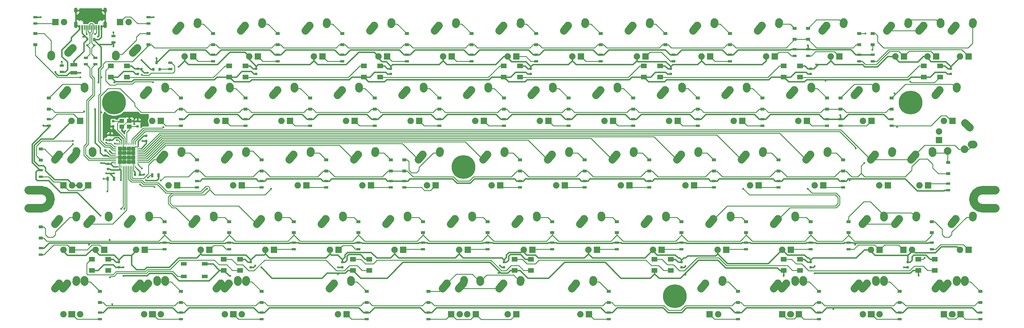
<source format=gbl>
G04 #@! TF.GenerationSoftware,KiCad,Pcbnew,(5.0.0)*
G04 #@! TF.CreationDate,2019-01-14T19:55:56-08:00*
G04 #@! TF.ProjectId,Voyager60,566F796167657236302E6B696361645F,rev?*
G04 #@! TF.SameCoordinates,Original*
G04 #@! TF.FileFunction,Copper,L2,Bot,Signal*
G04 #@! TF.FilePolarity,Positive*
%FSLAX46Y46*%
G04 Gerber Fmt 4.6, Leading zero omitted, Abs format (unit mm)*
G04 Created by KiCad (PCBNEW (5.0.0)) date 01/14/19 19:55:56*
%MOMM*%
%LPD*%
G01*
G04 APERTURE LIST*
G04 #@! TA.AperFunction,EtchedComponent*
%ADD10C,2.501900*%
G04 #@! TD*
G04 #@! TA.AperFunction,SMDPad,CuDef*
%ADD11R,1.200000X0.900000*%
G04 #@! TD*
G04 #@! TA.AperFunction,SMDPad,CuDef*
%ADD12R,2.030000X1.140000*%
G04 #@! TD*
G04 #@! TA.AperFunction,SMDPad,CuDef*
%ADD13R,0.800000X0.900000*%
G04 #@! TD*
G04 #@! TA.AperFunction,SMDPad,CuDef*
%ADD14R,1.300000X0.700000*%
G04 #@! TD*
G04 #@! TA.AperFunction,SMDPad,CuDef*
%ADD15R,0.700000X1.300000*%
G04 #@! TD*
G04 #@! TA.AperFunction,SMDPad,CuDef*
%ADD16R,0.700000X0.600000*%
G04 #@! TD*
G04 #@! TA.AperFunction,SMDPad,CuDef*
%ADD17R,0.700000X1.000000*%
G04 #@! TD*
G04 #@! TA.AperFunction,SMDPad,CuDef*
%ADD18R,1.400000X1.200000*%
G04 #@! TD*
G04 #@! TA.AperFunction,ComponentPad*
%ADD19C,1.000000*%
G04 #@! TD*
G04 #@! TA.AperFunction,ComponentPad*
%ADD20C,7.000240*%
G04 #@! TD*
G04 #@! TA.AperFunction,ComponentPad*
%ADD21C,7.001300*%
G04 #@! TD*
G04 #@! TA.AperFunction,ComponentPad*
%ADD22O,1.000000X1.600000*%
G04 #@! TD*
G04 #@! TA.AperFunction,ComponentPad*
%ADD23O,1.000000X2.100000*%
G04 #@! TD*
G04 #@! TA.AperFunction,SMDPad,CuDef*
%ADD24R,0.300000X1.450000*%
G04 #@! TD*
G04 #@! TA.AperFunction,SMDPad,CuDef*
%ADD25R,0.600000X1.450000*%
G04 #@! TD*
G04 #@! TA.AperFunction,SMDPad,CuDef*
%ADD26R,0.750000X0.800000*%
G04 #@! TD*
G04 #@! TA.AperFunction,SMDPad,CuDef*
%ADD27R,0.800000X0.750000*%
G04 #@! TD*
G04 #@! TA.AperFunction,SMDPad,CuDef*
%ADD28R,1.287500X1.287500*%
G04 #@! TD*
G04 #@! TA.AperFunction,SMDPad,CuDef*
%ADD29R,0.250000X0.700000*%
G04 #@! TD*
G04 #@! TA.AperFunction,SMDPad,CuDef*
%ADD30R,0.700000X0.250000*%
G04 #@! TD*
G04 #@! TA.AperFunction,SMDPad,CuDef*
%ADD31R,1.800000X1.100000*%
G04 #@! TD*
G04 #@! TA.AperFunction,ComponentPad*
%ADD32C,2.250000*%
G04 #@! TD*
G04 #@! TA.AperFunction,Conductor*
%ADD33C,2.250000*%
G04 #@! TD*
G04 #@! TA.AperFunction,ComponentPad*
%ADD34C,1.905000*%
G04 #@! TD*
G04 #@! TA.AperFunction,ComponentPad*
%ADD35R,1.905000X1.905000*%
G04 #@! TD*
G04 #@! TA.AperFunction,SMDPad,CuDef*
%ADD36R,1.800000X1.400000*%
G04 #@! TD*
G04 #@! TA.AperFunction,ViaPad*
%ADD37C,0.600000*%
G04 #@! TD*
G04 #@! TA.AperFunction,Conductor*
%ADD38C,0.254000*%
G04 #@! TD*
G04 #@! TA.AperFunction,Conductor*
%ADD39C,0.381000*%
G04 #@! TD*
G04 #@! TA.AperFunction,Conductor*
%ADD40C,0.203200*%
G04 #@! TD*
G04 APERTURE END LIST*
D10*
G04 #@! TO.C,REF\002A\002A*
X22600000Y-76399050D02*
X26400000Y-76399050D01*
X22600000Y-81700950D02*
X26400000Y-81700950D01*
X26400000Y-81700950D02*
G75*
G03X29050950Y-79050000I0J2650950D01*
G01*
X29050950Y-79050000D02*
G75*
G03X26400000Y-76399050I-2650950J0D01*
G01*
X301149050Y-79050000D02*
G75*
G02X303800000Y-76399050I2650950J0D01*
G01*
X303800000Y-81700950D02*
G75*
G02X301149050Y-79050000I0J2650950D01*
G01*
X303800000Y-76399050D02*
X307600000Y-76399050D01*
X303800000Y-81700950D02*
X307650000Y-81700950D01*
G04 #@! TD*
D11*
G04 #@! TO.P,D1,1*
G04 #@! TO.N,ROW0*
X24606250Y-33400000D03*
G04 #@! TO.P,D1,2*
G04 #@! TO.N,Net-(D1-Pad2)*
X24606250Y-30100000D03*
G04 #@! TD*
G04 #@! TO.P,D2,1*
G04 #@! TO.N,ROW0*
X57943750Y-33400000D03*
G04 #@! TO.P,D2,2*
G04 #@! TO.N,Net-(D2-Pad2)*
X57943750Y-30100000D03*
G04 #@! TD*
G04 #@! TO.P,D3,2*
G04 #@! TO.N,Net-(D3-Pad2)*
X76993750Y-30100000D03*
G04 #@! TO.P,D3,1*
G04 #@! TO.N,ROW0*
X76993750Y-33400000D03*
G04 #@! TD*
G04 #@! TO.P,D4,1*
G04 #@! TO.N,ROW0*
X96043750Y-33400000D03*
G04 #@! TO.P,D4,2*
G04 #@! TO.N,Net-(D4-Pad2)*
X96043750Y-30100000D03*
G04 #@! TD*
G04 #@! TO.P,D5,2*
G04 #@! TO.N,Net-(D5-Pad2)*
X115093750Y-30100000D03*
G04 #@! TO.P,D5,1*
G04 #@! TO.N,ROW0*
X115093750Y-33400000D03*
G04 #@! TD*
G04 #@! TO.P,D6,1*
G04 #@! TO.N,ROW0*
X134143750Y-33400000D03*
G04 #@! TO.P,D6,2*
G04 #@! TO.N,Net-(D6-Pad2)*
X134143750Y-30100000D03*
G04 #@! TD*
G04 #@! TO.P,D7,2*
G04 #@! TO.N,Net-(D7-Pad2)*
X153193750Y-30100000D03*
G04 #@! TO.P,D7,1*
G04 #@! TO.N,ROW0*
X153193750Y-33400000D03*
G04 #@! TD*
G04 #@! TO.P,D8,1*
G04 #@! TO.N,ROW0*
X172243750Y-33400000D03*
G04 #@! TO.P,D8,2*
G04 #@! TO.N,Net-(D8-Pad2)*
X172243750Y-30100000D03*
G04 #@! TD*
G04 #@! TO.P,D9,1*
G04 #@! TO.N,ROW0*
X191293750Y-33400000D03*
G04 #@! TO.P,D9,2*
G04 #@! TO.N,Net-(D9-Pad2)*
X191293750Y-30100000D03*
G04 #@! TD*
G04 #@! TO.P,D10,1*
G04 #@! TO.N,ROW0*
X210343750Y-33400000D03*
G04 #@! TO.P,D10,2*
G04 #@! TO.N,Net-(D10-Pad2)*
X210343750Y-30100000D03*
G04 #@! TD*
G04 #@! TO.P,D11,2*
G04 #@! TO.N,Net-(D11-Pad2)*
X229393750Y-30100000D03*
G04 #@! TO.P,D11,1*
G04 #@! TO.N,ROW0*
X229393750Y-33400000D03*
G04 #@! TD*
G04 #@! TO.P,D12,1*
G04 #@! TO.N,ROW0*
X248443750Y-31812500D03*
G04 #@! TO.P,D12,2*
G04 #@! TO.N,Net-(D12-Pad2)*
X248443750Y-28512500D03*
G04 #@! TD*
G04 #@! TO.P,D13,1*
G04 #@! TO.N,ROW0*
X252412500Y-31812500D03*
G04 #@! TO.P,D13,2*
G04 #@! TO.N,Net-(D13-Pad2)*
X252412500Y-28512500D03*
G04 #@! TD*
G04 #@! TO.P,D14,2*
G04 #@! TO.N,Net-(D14-Pad2)*
X267493750Y-30100000D03*
G04 #@! TO.P,D14,1*
G04 #@! TO.N,ROW0*
X267493750Y-33400000D03*
G04 #@! TD*
G04 #@! TO.P,D16,1*
G04 #@! TO.N,ROW1*
X28575000Y-52450000D03*
G04 #@! TO.P,D16,2*
G04 #@! TO.N,Net-(D16-Pad2)*
X28575000Y-49150000D03*
G04 #@! TD*
G04 #@! TO.P,D17,1*
G04 #@! TO.N,ROW1*
X67468750Y-52450000D03*
G04 #@! TO.P,D17,2*
G04 #@! TO.N,Net-(D17-Pad2)*
X67468750Y-49150000D03*
G04 #@! TD*
G04 #@! TO.P,D18,1*
G04 #@! TO.N,ROW1*
X86518750Y-52450000D03*
G04 #@! TO.P,D18,2*
G04 #@! TO.N,Net-(D18-Pad2)*
X86518750Y-49150000D03*
G04 #@! TD*
G04 #@! TO.P,D19,2*
G04 #@! TO.N,Net-(D19-Pad2)*
X105568750Y-49150000D03*
G04 #@! TO.P,D19,1*
G04 #@! TO.N,ROW1*
X105568750Y-52450000D03*
G04 #@! TD*
G04 #@! TO.P,D20,2*
G04 #@! TO.N,Net-(D20-Pad2)*
X124618750Y-49150000D03*
G04 #@! TO.P,D20,1*
G04 #@! TO.N,ROW1*
X124618750Y-52450000D03*
G04 #@! TD*
G04 #@! TO.P,D21,1*
G04 #@! TO.N,ROW1*
X143668750Y-52450000D03*
G04 #@! TO.P,D21,2*
G04 #@! TO.N,Net-(D21-Pad2)*
X143668750Y-49150000D03*
G04 #@! TD*
G04 #@! TO.P,D22,2*
G04 #@! TO.N,Net-(D22-Pad2)*
X162718750Y-49150000D03*
G04 #@! TO.P,D22,1*
G04 #@! TO.N,ROW1*
X162718750Y-52450000D03*
G04 #@! TD*
G04 #@! TO.P,D23,2*
G04 #@! TO.N,Net-(D23-Pad2)*
X181768750Y-49150000D03*
G04 #@! TO.P,D23,1*
G04 #@! TO.N,ROW1*
X181768750Y-52450000D03*
G04 #@! TD*
G04 #@! TO.P,D24,1*
G04 #@! TO.N,ROW1*
X200818750Y-52450000D03*
G04 #@! TO.P,D24,2*
G04 #@! TO.N,Net-(D24-Pad2)*
X200818750Y-49150000D03*
G04 #@! TD*
G04 #@! TO.P,D25,2*
G04 #@! TO.N,Net-(D25-Pad2)*
X219868750Y-49150000D03*
G04 #@! TO.P,D25,1*
G04 #@! TO.N,ROW1*
X219868750Y-52450000D03*
G04 #@! TD*
G04 #@! TO.P,D26,1*
G04 #@! TO.N,ROW1*
X238918750Y-52450000D03*
G04 #@! TO.P,D26,2*
G04 #@! TO.N,Net-(D26-Pad2)*
X238918750Y-49150000D03*
G04 #@! TD*
G04 #@! TO.P,D27,2*
G04 #@! TO.N,Net-(D27-Pad2)*
X257968750Y-49150000D03*
G04 #@! TO.P,D27,1*
G04 #@! TO.N,ROW1*
X257968750Y-52450000D03*
G04 #@! TD*
G04 #@! TO.P,D28,2*
G04 #@! TO.N,Net-(D28-Pad2)*
X261937500Y-49150000D03*
G04 #@! TO.P,D28,1*
G04 #@! TO.N,ROW1*
X261937500Y-52450000D03*
G04 #@! TD*
G04 #@! TO.P,D29,2*
G04 #@! TO.N,Net-(D29-Pad2)*
X277018750Y-49150000D03*
G04 #@! TO.P,D29,1*
G04 #@! TO.N,ROW1*
X277018750Y-52450000D03*
G04 #@! TD*
G04 #@! TO.P,D30,1*
G04 #@! TO.N,ROW4*
X279400000Y-109600000D03*
G04 #@! TO.P,D30,2*
G04 #@! TO.N,Net-(D30-Pad2)*
X279400000Y-106300000D03*
G04 #@! TD*
G04 #@! TO.P,D31,1*
G04 #@! TO.N,ROW2*
X26193750Y-67531250D03*
G04 #@! TO.P,D31,2*
G04 #@! TO.N,Net-(D31-Pad2)*
X26193750Y-64231250D03*
G04 #@! TD*
G04 #@! TO.P,D32,2*
G04 #@! TO.N,Net-(D32-Pad2)*
X72231250Y-67406250D03*
G04 #@! TO.P,D32,1*
G04 #@! TO.N,ROW2*
X72231250Y-70706250D03*
G04 #@! TD*
G04 #@! TO.P,D33,2*
G04 #@! TO.N,Net-(D33-Pad2)*
X91281250Y-67406250D03*
G04 #@! TO.P,D33,1*
G04 #@! TO.N,ROW2*
X91281250Y-70706250D03*
G04 #@! TD*
G04 #@! TO.P,D34,1*
G04 #@! TO.N,ROW2*
X110331250Y-70706250D03*
G04 #@! TO.P,D34,2*
G04 #@! TO.N,Net-(D34-Pad2)*
X110331250Y-67406250D03*
G04 #@! TD*
G04 #@! TO.P,D35,1*
G04 #@! TO.N,ROW2*
X129381250Y-70706250D03*
G04 #@! TO.P,D35,2*
G04 #@! TO.N,Net-(D35-Pad2)*
X129381250Y-67406250D03*
G04 #@! TD*
G04 #@! TO.P,D36,1*
G04 #@! TO.N,ROW2*
X133350000Y-70706250D03*
G04 #@! TO.P,D36,2*
G04 #@! TO.N,Net-(D36-Pad2)*
X133350000Y-67406250D03*
G04 #@! TD*
G04 #@! TO.P,D37,2*
G04 #@! TO.N,Net-(D37-Pad2)*
X167481250Y-67406250D03*
G04 #@! TO.P,D37,1*
G04 #@! TO.N,ROW2*
X167481250Y-70706250D03*
G04 #@! TD*
G04 #@! TO.P,D38,2*
G04 #@! TO.N,Net-(D38-Pad2)*
X186531250Y-67406250D03*
G04 #@! TO.P,D38,1*
G04 #@! TO.N,ROW2*
X186531250Y-70706250D03*
G04 #@! TD*
G04 #@! TO.P,D39,2*
G04 #@! TO.N,Net-(D39-Pad2)*
X205581250Y-67406250D03*
G04 #@! TO.P,D39,1*
G04 #@! TO.N,ROW2*
X205581250Y-70706250D03*
G04 #@! TD*
G04 #@! TO.P,D40,1*
G04 #@! TO.N,ROW2*
X224631250Y-70706250D03*
G04 #@! TO.P,D40,2*
G04 #@! TO.N,Net-(D40-Pad2)*
X224631250Y-67406250D03*
G04 #@! TD*
G04 #@! TO.P,D41,2*
G04 #@! TO.N,Net-(D41-Pad2)*
X243681250Y-67406250D03*
G04 #@! TO.P,D41,1*
G04 #@! TO.N,ROW2*
X243681250Y-70706250D03*
G04 #@! TD*
G04 #@! TO.P,D42,2*
G04 #@! TO.N,Net-(D42-Pad2)*
X262731250Y-67406250D03*
G04 #@! TO.P,D42,1*
G04 #@! TO.N,ROW2*
X262731250Y-70706250D03*
G04 #@! TD*
G04 #@! TO.P,D43,2*
G04 #@! TO.N,Net-(D43-Pad2)*
X293687500Y-68200000D03*
G04 #@! TO.P,D43,1*
G04 #@! TO.N,ROW2*
X293687500Y-71500000D03*
G04 #@! TD*
G04 #@! TO.P,D45,1*
G04 #@! TO.N,ROW3*
X26193750Y-90550000D03*
G04 #@! TO.P,D45,2*
G04 #@! TO.N,Net-(D45-Pad2)*
X26193750Y-87250000D03*
G04 #@! TD*
G04 #@! TO.P,D46,1*
G04 #@! TO.N,ROW3*
X81756250Y-88962500D03*
G04 #@! TO.P,D46,2*
G04 #@! TO.N,Net-(D46-Pad2)*
X81756250Y-85662500D03*
G04 #@! TD*
G04 #@! TO.P,D47,2*
G04 #@! TO.N,Net-(D47-Pad2)*
X100806250Y-85662500D03*
G04 #@! TO.P,D47,1*
G04 #@! TO.N,ROW3*
X100806250Y-88962500D03*
G04 #@! TD*
G04 #@! TO.P,D48,1*
G04 #@! TO.N,ROW3*
X119856250Y-88962500D03*
G04 #@! TO.P,D48,2*
G04 #@! TO.N,Net-(D48-Pad2)*
X119856250Y-85662500D03*
G04 #@! TD*
G04 #@! TO.P,D49,2*
G04 #@! TO.N,Net-(D49-Pad2)*
X138906250Y-85662500D03*
G04 #@! TO.P,D49,1*
G04 #@! TO.N,ROW3*
X138906250Y-88962500D03*
G04 #@! TD*
G04 #@! TO.P,D50,2*
G04 #@! TO.N,Net-(D50-Pad2)*
X157956250Y-85662500D03*
G04 #@! TO.P,D50,1*
G04 #@! TO.N,ROW3*
X157956250Y-88962500D03*
G04 #@! TD*
G04 #@! TO.P,D51,2*
G04 #@! TO.N,Net-(D51-Pad2)*
X177006250Y-85662500D03*
G04 #@! TO.P,D51,1*
G04 #@! TO.N,ROW3*
X177006250Y-88962500D03*
G04 #@! TD*
G04 #@! TO.P,D52,2*
G04 #@! TO.N,Net-(D52-Pad2)*
X196056250Y-85662500D03*
G04 #@! TO.P,D52,1*
G04 #@! TO.N,ROW3*
X196056250Y-88962500D03*
G04 #@! TD*
G04 #@! TO.P,D53,1*
G04 #@! TO.N,ROW3*
X215106250Y-88962500D03*
G04 #@! TO.P,D53,2*
G04 #@! TO.N,Net-(D53-Pad2)*
X215106250Y-85662500D03*
G04 #@! TD*
G04 #@! TO.P,D54,1*
G04 #@! TO.N,ROW3*
X234156250Y-88962500D03*
G04 #@! TO.P,D54,2*
G04 #@! TO.N,Net-(D54-Pad2)*
X234156250Y-85662500D03*
G04 #@! TD*
G04 #@! TO.P,D55,1*
G04 #@! TO.N,ROW3*
X253206250Y-88962500D03*
G04 #@! TO.P,D55,2*
G04 #@! TO.N,Net-(D55-Pad2)*
X253206250Y-85662500D03*
G04 #@! TD*
G04 #@! TO.P,D56,2*
G04 #@! TO.N,Net-(D56-Pad2)*
X264318750Y-85662500D03*
G04 #@! TO.P,D56,1*
G04 #@! TO.N,ROW3*
X264318750Y-88962500D03*
G04 #@! TD*
G04 #@! TO.P,D57,2*
G04 #@! TO.N,Net-(D57-Pad2)*
X288925000Y-85662500D03*
G04 #@! TO.P,D57,1*
G04 #@! TO.N,ROW3*
X288925000Y-88962500D03*
G04 #@! TD*
G04 #@! TO.P,D59,2*
G04 #@! TO.N,Net-(D59-Pad2)*
X43656250Y-106300000D03*
G04 #@! TO.P,D59,1*
G04 #@! TO.N,ROW4*
X43656250Y-109600000D03*
G04 #@! TD*
G04 #@! TO.P,D60,1*
G04 #@! TO.N,ROW4*
X67468750Y-109600000D03*
G04 #@! TO.P,D60,2*
G04 #@! TO.N,Net-(D60-Pad2)*
X67468750Y-106300000D03*
G04 #@! TD*
G04 #@! TO.P,D61,1*
G04 #@! TO.N,ROW4*
X140493750Y-109600000D03*
G04 #@! TO.P,D61,2*
G04 #@! TO.N,Net-(D61-Pad2)*
X140493750Y-106300000D03*
G04 #@! TD*
G04 #@! TO.P,D63,1*
G04 #@! TO.N,ROW4*
X231775000Y-109600000D03*
G04 #@! TO.P,D63,2*
G04 #@! TO.N,Net-(D63-Pad2)*
X231775000Y-106300000D03*
G04 #@! TD*
G04 #@! TO.P,D64,1*
G04 #@! TO.N,ROW4*
X255587500Y-109600000D03*
G04 #@! TO.P,D64,2*
G04 #@! TO.N,Net-(D64-Pad2)*
X255587500Y-106300000D03*
G04 #@! TD*
G04 #@! TO.P,D65,2*
G04 #@! TO.N,Net-(D65-Pad2)*
X303212500Y-106300000D03*
G04 #@! TO.P,D65,1*
G04 #@! TO.N,ROW4*
X303212500Y-109600000D03*
G04 #@! TD*
G04 #@! TO.P,D67,1*
G04 #@! TO.N,ROW4*
X91281250Y-109600000D03*
G04 #@! TO.P,D67,2*
G04 #@! TO.N,Net-(D67-Pad2)*
X91281250Y-106300000D03*
G04 #@! TD*
G04 #@! TO.P,D68,1*
G04 #@! TO.N,ROW2*
X271462500Y-33400000D03*
G04 #@! TO.P,D68,2*
G04 #@! TO.N,Net-(D68-Pad2)*
X271462500Y-30100000D03*
G04 #@! TD*
D12*
G04 #@! TO.P,F1,2*
G04 #@! TO.N,VCC*
X35941000Y-39281250D03*
G04 #@! TO.P,F1,1*
G04 #@! TO.N,+5V*
X35941000Y-41681250D03*
G04 #@! TD*
D13*
G04 #@! TO.P,Q1,3*
G04 #@! TO.N,LEDGND*
X60325000Y-38687500D03*
G04 #@! TO.P,Q1,2*
G04 #@! TO.N,GND*
X59375000Y-40687500D03*
G04 #@! TO.P,Q1,1*
G04 #@! TO.N,Net-(Q1-Pad1)*
X61275000Y-40687500D03*
G04 #@! TD*
D14*
G04 #@! TO.P,R1,1*
G04 #@! TO.N,Net-(K_ESC1-Pad4)*
X24606250Y-27143750D03*
G04 #@! TO.P,R1,2*
G04 #@! TO.N,LEDGND*
X24606250Y-25243750D03*
G04 #@! TD*
G04 #@! TO.P,R2,1*
G04 #@! TO.N,Net-(K_#1-Pad4)*
X57943750Y-27143750D03*
G04 #@! TO.P,R2,2*
G04 #@! TO.N,LEDGND*
X57943750Y-25243750D03*
G04 #@! TD*
G04 #@! TO.P,R3,2*
G04 #@! TO.N,LEDGND*
X76993750Y-36356250D03*
G04 #@! TO.P,R3,1*
G04 #@! TO.N,Net-(K_#2-Pad4)*
X76993750Y-38256250D03*
G04 #@! TD*
G04 #@! TO.P,R4,2*
G04 #@! TO.N,LEDGND*
X96043750Y-36356250D03*
G04 #@! TO.P,R4,1*
G04 #@! TO.N,Net-(K_#3-Pad4)*
X96043750Y-38256250D03*
G04 #@! TD*
G04 #@! TO.P,R5,2*
G04 #@! TO.N,LEDGND*
X115093750Y-36356250D03*
G04 #@! TO.P,R5,1*
G04 #@! TO.N,Net-(K_#4-Pad4)*
X115093750Y-38256250D03*
G04 #@! TD*
G04 #@! TO.P,R6,1*
G04 #@! TO.N,Net-(K_#5-Pad4)*
X134143750Y-38256250D03*
G04 #@! TO.P,R6,2*
G04 #@! TO.N,LEDGND*
X134143750Y-36356250D03*
G04 #@! TD*
G04 #@! TO.P,R7,1*
G04 #@! TO.N,Net-(K_#6-Pad4)*
X153193750Y-38256250D03*
G04 #@! TO.P,R7,2*
G04 #@! TO.N,LEDGND*
X153193750Y-36356250D03*
G04 #@! TD*
G04 #@! TO.P,R8,2*
G04 #@! TO.N,LEDGND*
X172243750Y-36356250D03*
G04 #@! TO.P,R8,1*
G04 #@! TO.N,Net-(K_#7-Pad4)*
X172243750Y-38256250D03*
G04 #@! TD*
G04 #@! TO.P,R9,2*
G04 #@! TO.N,LEDGND*
X191293750Y-36356250D03*
G04 #@! TO.P,R9,1*
G04 #@! TO.N,Net-(K_#8-Pad4)*
X191293750Y-38256250D03*
G04 #@! TD*
G04 #@! TO.P,R10,2*
G04 #@! TO.N,LEDGND*
X212725000Y-36356250D03*
G04 #@! TO.P,R10,1*
G04 #@! TO.N,Net-(K_#9-Pad4)*
X212725000Y-38256250D03*
G04 #@! TD*
G04 #@! TO.P,R11,2*
G04 #@! TO.N,LEDGND*
X229393750Y-36356250D03*
G04 #@! TO.P,R11,1*
G04 #@! TO.N,Net-(K_#10-Pad4)*
X229393750Y-38256250D03*
G04 #@! TD*
G04 #@! TO.P,R12,1*
G04 #@! TO.N,Net-(K_-1-Pad4)*
X248443750Y-36668750D03*
G04 #@! TO.P,R12,2*
G04 #@! TO.N,LEDGND*
X248443750Y-34768750D03*
G04 #@! TD*
G04 #@! TO.P,R13,1*
G04 #@! TO.N,Net-(K_=1-Pad4)*
X252412500Y-36668750D03*
G04 #@! TO.P,R13,2*
G04 #@! TO.N,LEDGND*
X252412500Y-34768750D03*
G04 #@! TD*
G04 #@! TO.P,R14,2*
G04 #@! TO.N,LEDGND*
X267493750Y-36356250D03*
G04 #@! TO.P,R14,1*
G04 #@! TO.N,Net-(K_BACK1-Pad4)*
X267493750Y-38256250D03*
G04 #@! TD*
G04 #@! TO.P,R16,2*
G04 #@! TO.N,LEDGND*
X28575000Y-57306250D03*
G04 #@! TO.P,R16,1*
G04 #@! TO.N,Net-(K_TAB1-Pad4)*
X28575000Y-55406250D03*
G04 #@! TD*
G04 #@! TO.P,R17,1*
G04 #@! TO.N,Net-(K_Q1-Pad4)*
X67468750Y-57306250D03*
G04 #@! TO.P,R17,2*
G04 #@! TO.N,LEDGND*
X67468750Y-55406250D03*
G04 #@! TD*
G04 #@! TO.P,R18,1*
G04 #@! TO.N,Net-(K_W1-Pad4)*
X86518750Y-57306250D03*
G04 #@! TO.P,R18,2*
G04 #@! TO.N,LEDGND*
X86518750Y-55406250D03*
G04 #@! TD*
G04 #@! TO.P,R19,1*
G04 #@! TO.N,Net-(K_E1-Pad4)*
X105568750Y-57306250D03*
G04 #@! TO.P,R19,2*
G04 #@! TO.N,LEDGND*
X105568750Y-55406250D03*
G04 #@! TD*
G04 #@! TO.P,R20,2*
G04 #@! TO.N,LEDGND*
X124618750Y-55406250D03*
G04 #@! TO.P,R20,1*
G04 #@! TO.N,Net-(K_R1-Pad4)*
X124618750Y-57306250D03*
G04 #@! TD*
G04 #@! TO.P,R21,1*
G04 #@! TO.N,Net-(K_T1-Pad4)*
X143668750Y-57306250D03*
G04 #@! TO.P,R21,2*
G04 #@! TO.N,LEDGND*
X143668750Y-55406250D03*
G04 #@! TD*
G04 #@! TO.P,R22,2*
G04 #@! TO.N,LEDGND*
X162718750Y-55406250D03*
G04 #@! TO.P,R22,1*
G04 #@! TO.N,Net-(K_Y1-Pad4)*
X162718750Y-57306250D03*
G04 #@! TD*
G04 #@! TO.P,R23,1*
G04 #@! TO.N,Net-(K_U1-Pad4)*
X181768750Y-57306250D03*
G04 #@! TO.P,R23,2*
G04 #@! TO.N,LEDGND*
X181768750Y-55406250D03*
G04 #@! TD*
G04 #@! TO.P,R24,2*
G04 #@! TO.N,LEDGND*
X200818750Y-55406250D03*
G04 #@! TO.P,R24,1*
G04 #@! TO.N,Net-(K_I1-Pad4)*
X200818750Y-57306250D03*
G04 #@! TD*
G04 #@! TO.P,R25,1*
G04 #@! TO.N,Net-(K_O1-Pad4)*
X219868750Y-57306250D03*
G04 #@! TO.P,R25,2*
G04 #@! TO.N,LEDGND*
X219868750Y-55406250D03*
G04 #@! TD*
G04 #@! TO.P,R26,2*
G04 #@! TO.N,LEDGND*
X238918750Y-55406250D03*
G04 #@! TO.P,R26,1*
G04 #@! TO.N,Net-(K_P1-Pad4)*
X238918750Y-57306250D03*
G04 #@! TD*
G04 #@! TO.P,R27,1*
G04 #@! TO.N,Net-(K_[1-Pad4)*
X257968750Y-57306250D03*
G04 #@! TO.P,R27,2*
G04 #@! TO.N,LEDGND*
X257968750Y-55406250D03*
G04 #@! TD*
G04 #@! TO.P,R28,2*
G04 #@! TO.N,LEDGND*
X261937500Y-55406250D03*
G04 #@! TO.P,R28,1*
G04 #@! TO.N,Net-(K_]1-Pad4)*
X261937500Y-57306250D03*
G04 #@! TD*
G04 #@! TO.P,R29,1*
G04 #@! TO.N,Net-(K_\005C1-Pad4)*
X277018750Y-57306250D03*
G04 #@! TO.P,R29,2*
G04 #@! TO.N,LEDGND*
X277018750Y-55406250D03*
G04 #@! TD*
G04 #@! TO.P,R30,1*
G04 #@! TO.N,Net-(K_RMENU2-Pad4)*
X279400000Y-114456250D03*
G04 #@! TO.P,R30,2*
G04 #@! TO.N,LEDGND*
X279400000Y-112556250D03*
G04 #@! TD*
G04 #@! TO.P,R31,2*
G04 #@! TO.N,LEDGND*
X26193750Y-70487500D03*
G04 #@! TO.P,R31,1*
G04 #@! TO.N,Net-(K_CAPS1-Pad4)*
X26193750Y-72387500D03*
G04 #@! TD*
G04 #@! TO.P,R32,1*
G04 #@! TO.N,Net-(K_A1-Pad4)*
X72231250Y-75562500D03*
G04 #@! TO.P,R32,2*
G04 #@! TO.N,LEDGND*
X72231250Y-73662500D03*
G04 #@! TD*
G04 #@! TO.P,R33,2*
G04 #@! TO.N,LEDGND*
X91281250Y-73662500D03*
G04 #@! TO.P,R33,1*
G04 #@! TO.N,Net-(K_S1-Pad4)*
X91281250Y-75562500D03*
G04 #@! TD*
G04 #@! TO.P,R34,1*
G04 #@! TO.N,Net-(K_D1-Pad4)*
X110331250Y-75562500D03*
G04 #@! TO.P,R34,2*
G04 #@! TO.N,LEDGND*
X110331250Y-73662500D03*
G04 #@! TD*
G04 #@! TO.P,R35,2*
G04 #@! TO.N,LEDGND*
X129381250Y-73662500D03*
G04 #@! TO.P,R35,1*
G04 #@! TO.N,Net-(K_F1-Pad4)*
X129381250Y-75562500D03*
G04 #@! TD*
G04 #@! TO.P,R36,1*
G04 #@! TO.N,Net-(K_G1-Pad4)*
X133350000Y-75562500D03*
G04 #@! TO.P,R36,2*
G04 #@! TO.N,LEDGND*
X133350000Y-73662500D03*
G04 #@! TD*
G04 #@! TO.P,R37,2*
G04 #@! TO.N,LEDGND*
X167481250Y-73662500D03*
G04 #@! TO.P,R37,1*
G04 #@! TO.N,Net-(K_H1-Pad4)*
X167481250Y-75562500D03*
G04 #@! TD*
G04 #@! TO.P,R38,1*
G04 #@! TO.N,Net-(K_J1-Pad4)*
X186531250Y-75562500D03*
G04 #@! TO.P,R38,2*
G04 #@! TO.N,LEDGND*
X186531250Y-73662500D03*
G04 #@! TD*
G04 #@! TO.P,R39,2*
G04 #@! TO.N,LEDGND*
X205581250Y-73662500D03*
G04 #@! TO.P,R39,1*
G04 #@! TO.N,Net-(K_K1-Pad4)*
X205581250Y-75562500D03*
G04 #@! TD*
G04 #@! TO.P,R40,2*
G04 #@! TO.N,LEDGND*
X224631250Y-73662500D03*
G04 #@! TO.P,R40,1*
G04 #@! TO.N,Net-(K_L1-Pad4)*
X224631250Y-75562500D03*
G04 #@! TD*
G04 #@! TO.P,R41,1*
G04 #@! TO.N,Net-(K_;1-Pad4)*
X243681250Y-75562500D03*
G04 #@! TO.P,R41,2*
G04 #@! TO.N,LEDGND*
X243681250Y-73662500D03*
G04 #@! TD*
G04 #@! TO.P,R42,2*
G04 #@! TO.N,LEDGND*
X262731250Y-73662500D03*
G04 #@! TO.P,R42,1*
G04 #@! TO.N,Net-(K_'1-Pad4)*
X262731250Y-75562500D03*
G04 #@! TD*
G04 #@! TO.P,R43,2*
G04 #@! TO.N,LEDGND*
X293687500Y-76356250D03*
G04 #@! TO.P,R43,1*
G04 #@! TO.N,Net-(K_ENTER1-Pad4)*
X293687500Y-74456250D03*
G04 #@! TD*
G04 #@! TO.P,R45,1*
G04 #@! TO.N,Net-(K_SHIFT1-Pad4)*
X26193750Y-95406250D03*
G04 #@! TO.P,R45,2*
G04 #@! TO.N,LEDGND*
X26193750Y-93506250D03*
G04 #@! TD*
G04 #@! TO.P,R46,2*
G04 #@! TO.N,LEDGND*
X81756250Y-91918750D03*
G04 #@! TO.P,R46,1*
G04 #@! TO.N,Net-(K_Z1-Pad4)*
X81756250Y-93818750D03*
G04 #@! TD*
G04 #@! TO.P,R47,1*
G04 #@! TO.N,Net-(K_X1-Pad4)*
X100806250Y-93818750D03*
G04 #@! TO.P,R47,2*
G04 #@! TO.N,LEDGND*
X100806250Y-91918750D03*
G04 #@! TD*
G04 #@! TO.P,R48,1*
G04 #@! TO.N,Net-(K_C1-Pad4)*
X119856250Y-93818750D03*
G04 #@! TO.P,R48,2*
G04 #@! TO.N,LEDGND*
X119856250Y-91918750D03*
G04 #@! TD*
G04 #@! TO.P,R49,2*
G04 #@! TO.N,LEDGND*
X138906250Y-91918750D03*
G04 #@! TO.P,R49,1*
G04 #@! TO.N,Net-(K_V1-Pad4)*
X138906250Y-93818750D03*
G04 #@! TD*
G04 #@! TO.P,R50,2*
G04 #@! TO.N,LEDGND*
X157956250Y-91918750D03*
G04 #@! TO.P,R50,1*
G04 #@! TO.N,Net-(K_B1-Pad4)*
X157956250Y-93818750D03*
G04 #@! TD*
G04 #@! TO.P,R51,1*
G04 #@! TO.N,Net-(K_N1-Pad4)*
X177006250Y-93818750D03*
G04 #@! TO.P,R51,2*
G04 #@! TO.N,LEDGND*
X177006250Y-91918750D03*
G04 #@! TD*
G04 #@! TO.P,R52,2*
G04 #@! TO.N,LEDGND*
X196056250Y-91918750D03*
G04 #@! TO.P,R52,1*
G04 #@! TO.N,Net-(K_M1-Pad4)*
X196056250Y-93818750D03*
G04 #@! TD*
G04 #@! TO.P,R53,1*
G04 #@! TO.N,Net-(K_\002C1-Pad4)*
X215106250Y-93818750D03*
G04 #@! TO.P,R53,2*
G04 #@! TO.N,LEDGND*
X215106250Y-91918750D03*
G04 #@! TD*
G04 #@! TO.P,R54,2*
G04 #@! TO.N,LEDGND*
X234156250Y-91918750D03*
G04 #@! TO.P,R54,1*
G04 #@! TO.N,Net-(K_.1-Pad4)*
X234156250Y-93818750D03*
G04 #@! TD*
G04 #@! TO.P,R55,1*
G04 #@! TO.N,Net-(K_/1-Pad4)*
X253206250Y-93818750D03*
G04 #@! TO.P,R55,2*
G04 #@! TO.N,LEDGND*
X253206250Y-91918750D03*
G04 #@! TD*
G04 #@! TO.P,R56,2*
G04 #@! TO.N,LEDGND*
X264318750Y-91918750D03*
G04 #@! TO.P,R56,1*
G04 #@! TO.N,Net-(K_RSHIFT1-Pad4)*
X264318750Y-93818750D03*
G04 #@! TD*
G04 #@! TO.P,R57,1*
G04 #@! TO.N,Net-(K_SRSHIFT2-Pad4)*
X288925000Y-93818750D03*
G04 #@! TO.P,R57,2*
G04 #@! TO.N,LEDGND*
X288925000Y-91918750D03*
G04 #@! TD*
G04 #@! TO.P,R59,2*
G04 #@! TO.N,LEDGND*
X43656250Y-112556250D03*
G04 #@! TO.P,R59,1*
G04 #@! TO.N,Net-(K_CTRL1-Pad4)*
X43656250Y-114456250D03*
G04 #@! TD*
G04 #@! TO.P,R60,1*
G04 #@! TO.N,Net-(K_WIN1-Pad4)*
X67468750Y-114456250D03*
G04 #@! TO.P,R60,2*
G04 #@! TO.N,LEDGND*
X67468750Y-112556250D03*
G04 #@! TD*
G04 #@! TO.P,R61,1*
G04 #@! TO.N,Net-(K_SPACE1-Pad4)*
X140493750Y-114456250D03*
G04 #@! TO.P,R61,2*
G04 #@! TO.N,LEDGND*
X140493750Y-112556250D03*
G04 #@! TD*
G04 #@! TO.P,R63,1*
G04 #@! TO.N,Net-(K_RALT2-Pad4)*
X231775000Y-114456250D03*
G04 #@! TO.P,R63,2*
G04 #@! TO.N,LEDGND*
X231775000Y-112556250D03*
G04 #@! TD*
G04 #@! TO.P,R64,1*
G04 #@! TO.N,Net-(K_RALT3-Pad4)*
X255587500Y-114456250D03*
G04 #@! TO.P,R64,2*
G04 #@! TO.N,LEDGND*
X255587500Y-112556250D03*
G04 #@! TD*
G04 #@! TO.P,R65,1*
G04 #@! TO.N,Net-(K_RCTRL2-Pad4)*
X303212500Y-114456250D03*
G04 #@! TO.P,R65,2*
G04 #@! TO.N,LEDGND*
X303212500Y-112556250D03*
G04 #@! TD*
G04 #@! TO.P,R67,1*
G04 #@! TO.N,D-*
X39497000Y-39177000D03*
G04 #@! TO.P,R67,2*
G04 #@! TO.N,Net-(R67-Pad2)*
X39497000Y-37277000D03*
G04 #@! TD*
G04 #@! TO.P,R68,2*
G04 #@! TO.N,Net-(R68-Pad2)*
X42291000Y-37277000D03*
G04 #@! TO.P,R68,1*
G04 #@! TO.N,D+*
X42291000Y-39177000D03*
G04 #@! TD*
G04 #@! TO.P,R69,2*
G04 #@! TO.N,Net-(R69-Pad2)*
X64389000Y-38674000D03*
G04 #@! TO.P,R69,1*
G04 #@! TO.N,Net-(Q1-Pad1)*
X64389000Y-40574000D03*
G04 #@! TD*
D15*
G04 #@! TO.P,R70,2*
G04 #@! TO.N,Net-(R70-Pad2)*
X45881250Y-73025000D03*
G04 #@! TO.P,R70,1*
G04 #@! TO.N,+5V*
X47781250Y-73025000D03*
G04 #@! TD*
G04 #@! TO.P,R71,1*
G04 #@! TO.N,GND*
X60894000Y-72009000D03*
G04 #@! TO.P,R71,2*
G04 #@! TO.N,Net-(R71-Pad2)*
X58994000Y-72009000D03*
G04 #@! TD*
D14*
G04 #@! TO.P,R72,1*
G04 #@! TO.N,Net-(K_ALT1-Pad4)*
X91281250Y-114456250D03*
G04 #@! TO.P,R72,2*
G04 #@! TO.N,LEDGND*
X91281250Y-112556250D03*
G04 #@! TD*
G04 #@! TO.P,R73,2*
G04 #@! TO.N,Net-(R73-Pad2)*
X32385000Y-39531250D03*
G04 #@! TO.P,R73,1*
G04 #@! TO.N,GND*
X32385000Y-41431250D03*
G04 #@! TD*
G04 #@! TO.P,R74,1*
G04 #@! TO.N,GND*
X47625000Y-32700000D03*
G04 #@! TO.P,R74,2*
G04 #@! TO.N,Net-(R74-Pad2)*
X47625000Y-30800000D03*
G04 #@! TD*
G04 #@! TO.P,R75,2*
G04 #@! TO.N,LEDGND*
X271462500Y-36356250D03*
G04 #@! TO.P,R75,1*
G04 #@! TO.N,Net-(K_SBACK2-Pad4)*
X271462500Y-38256250D03*
G04 #@! TD*
D16*
G04 #@! TO.P,U2,3*
G04 #@! TO.N,Net-(R67-Pad2)*
X39894000Y-33589000D03*
G04 #@! TO.P,U2,2*
G04 #@! TO.N,Net-(R68-Pad2)*
X41894000Y-33589000D03*
G04 #@! TO.P,U2,4*
G04 #@! TO.N,VCC*
X39894000Y-31689000D03*
D17*
G04 #@! TO.P,U2,1*
G04 #@! TO.N,GND*
X41894000Y-31889000D03*
G04 #@! TD*
D18*
G04 #@! TO.P,Y1,4*
G04 #@! TO.N,GND*
X52281000Y-55919000D03*
G04 #@! TO.P,Y1,3*
G04 #@! TO.N,Net-(C8-Pad1)*
X50081000Y-55919000D03*
G04 #@! TO.P,Y1,2*
G04 #@! TO.N,GND*
X50081000Y-57619000D03*
G04 #@! TO.P,Y1,1*
G04 #@! TO.N,Net-(C7-Pad1)*
X52281000Y-57619000D03*
G04 #@! TD*
D19*
G04 #@! TO.P,REF\002A\002A,1*
G04 #@! TO.N,N/C*
X301961522Y-80888478D03*
X303800000Y-81650000D03*
X305842035Y-81650000D03*
X305842035Y-76450000D03*
X303800000Y-76450000D03*
X301961522Y-77211522D03*
X301200000Y-79050000D03*
X24357965Y-81650000D03*
X24357965Y-76450000D03*
X28238478Y-80888478D03*
X28238478Y-77211522D03*
X26400000Y-81650000D03*
X26400000Y-76450000D03*
X29000000Y-79050000D03*
X152000000Y-71850000D03*
X149600000Y-71850000D03*
X150800000Y-71850000D03*
X149600000Y-67250000D03*
X152000000Y-67250000D03*
X150800000Y-67250000D03*
X214300000Y-110050000D03*
X211900000Y-110050000D03*
X211900000Y-105450000D03*
X214300000Y-105450000D03*
X213100000Y-110050000D03*
X213100000Y-105450000D03*
X283850000Y-48133000D03*
X281450000Y-48150000D03*
X281450000Y-52750000D03*
X283850000Y-52750000D03*
X282650000Y-52750000D03*
X282650000Y-48150000D03*
X49426346Y-52076346D03*
X46173654Y-52076346D03*
X49426346Y-48823654D03*
X46173654Y-48823654D03*
X47800000Y-52750000D03*
X50100000Y-50450000D03*
X45500000Y-50450000D03*
X47800000Y-48150000D03*
D20*
X282650000Y-50450000D03*
X213100000Y-107750000D03*
X150800000Y-69550000D03*
D21*
X47800000Y-50450000D03*
G04 #@! TD*
D22*
G04 #@! TO.P,USB1,13*
G04 #@! TO.N,GND*
X45157600Y-23237500D03*
X36517600Y-23237500D03*
D23*
X45157600Y-27417500D03*
X36517600Y-27417500D03*
D24*
G04 #@! TO.P,USB1,6*
G04 #@! TO.N,Net-(R68-Pad2)*
X40587600Y-28332500D03*
G04 #@! TO.P,USB1,7*
G04 #@! TO.N,Net-(R67-Pad2)*
X41087600Y-28332500D03*
G04 #@! TO.P,USB1,8*
G04 #@! TO.N,Net-(R68-Pad2)*
X41587600Y-28332500D03*
G04 #@! TO.P,USB1,5*
G04 #@! TO.N,Net-(R67-Pad2)*
X40087600Y-28332500D03*
G04 #@! TO.P,USB1,9*
G04 #@! TO.N,Net-(USB1-Pad9)*
X42087600Y-28332500D03*
G04 #@! TO.P,USB1,4*
G04 #@! TO.N,Net-(R73-Pad2)*
X39587600Y-28332500D03*
G04 #@! TO.P,USB1,10*
G04 #@! TO.N,Net-(R74-Pad2)*
X42587600Y-28332500D03*
G04 #@! TO.P,USB1,3*
G04 #@! TO.N,Net-(USB1-Pad3)*
X39087600Y-28332500D03*
D25*
G04 #@! TO.P,USB1,2*
G04 #@! TO.N,VCC*
X38387600Y-28332500D03*
G04 #@! TO.P,USB1,11*
X43287600Y-28332500D03*
G04 #@! TO.P,USB1,1*
G04 #@! TO.N,GND*
X37612600Y-28332500D03*
G04 #@! TO.P,USB1,12*
X44062600Y-28332500D03*
G04 #@! TD*
D11*
G04 #@! TO.P,D44,2*
G04 #@! TO.N,Net-(D44-Pad2)*
X62706250Y-85662500D03*
G04 #@! TO.P,D44,1*
G04 #@! TO.N,ROW3*
X62706250Y-88962500D03*
G04 #@! TD*
D14*
G04 #@! TO.P,R44,2*
G04 #@! TO.N,LEDGND*
X62706250Y-91918750D03*
G04 #@! TO.P,R44,1*
G04 #@! TO.N,Net-(K_SHIFT3-Pad4)*
X62706250Y-93818750D03*
G04 #@! TD*
D11*
G04 #@! TO.P,D58,1*
G04 #@! TO.N,ROW4*
X122237500Y-109600000D03*
G04 #@! TO.P,D58,2*
G04 #@! TO.N,Net-(D58-Pad2)*
X122237500Y-106300000D03*
G04 #@! TD*
G04 #@! TO.P,D62,2*
G04 #@! TO.N,Net-(D62-Pad2)*
X193675000Y-106300000D03*
G04 #@! TO.P,D62,1*
G04 #@! TO.N,ROW4*
X193675000Y-109600000D03*
G04 #@! TD*
D14*
G04 #@! TO.P,R58,1*
G04 #@! TO.N,Net-(K_SPACE3-Pad4)*
X122237500Y-114456250D03*
G04 #@! TO.P,R58,2*
G04 #@! TO.N,LEDGND*
X122237500Y-112556250D03*
G04 #@! TD*
G04 #@! TO.P,R62,2*
G04 #@! TO.N,LEDGND*
X193675000Y-112556250D03*
G04 #@! TO.P,R62,1*
G04 #@! TO.N,Net-(K_SPACE4-Pad4)*
X193675000Y-114456250D03*
G04 #@! TD*
D26*
G04 #@! TO.P,C2,2*
G04 #@! TO.N,+5V*
X45974000Y-68592000D03*
G04 #@! TO.P,C2,1*
G04 #@! TO.N,GND*
X45974000Y-70092000D03*
G04 #@! TD*
G04 #@! TO.P,C3,1*
G04 #@! TO.N,GND*
X57277000Y-60337000D03*
G04 #@! TO.P,C3,2*
G04 #@! TO.N,+5V*
X57277000Y-61837000D03*
G04 #@! TD*
G04 #@! TO.P,C4,2*
G04 #@! TO.N,+5V*
X46609000Y-61583000D03*
G04 #@! TO.P,C4,1*
G04 #@! TO.N,GND*
X46609000Y-60083000D03*
G04 #@! TD*
D27*
G04 #@! TO.P,C5,1*
G04 #@! TO.N,GND*
X53923500Y-71786750D03*
G04 #@! TO.P,C5,2*
G04 #@! TO.N,+5V*
X55423500Y-71786750D03*
G04 #@! TD*
D26*
G04 #@! TO.P,C6,1*
G04 #@! TO.N,Net-(C6-Pad1)*
X45212000Y-64655000D03*
G04 #@! TO.P,C6,2*
G04 #@! TO.N,GND*
X45212000Y-66155000D03*
G04 #@! TD*
G04 #@! TO.P,C7,1*
G04 #@! TO.N,Net-(C7-Pad1)*
X54737000Y-57519000D03*
G04 #@! TO.P,C7,2*
G04 #@! TO.N,GND*
X54737000Y-56019000D03*
G04 #@! TD*
G04 #@! TO.P,C8,2*
G04 #@! TO.N,GND*
X47498000Y-57519000D03*
G04 #@! TO.P,C8,1*
G04 #@! TO.N,Net-(C8-Pad1)*
X47498000Y-56019000D03*
G04 #@! TD*
D28*
G04 #@! TO.P,U1,45*
G04 #@! TO.N,GND*
X49573559Y-67995403D03*
X49573559Y-66707903D03*
X49573559Y-65420403D03*
X49573559Y-64132903D03*
X50861059Y-67995403D03*
X50861059Y-66707903D03*
X50861059Y-65420403D03*
X50861059Y-64132903D03*
X52148559Y-67995403D03*
X52148559Y-66707903D03*
X52148559Y-65420403D03*
X52148559Y-64132903D03*
X53436059Y-67995403D03*
X53436059Y-66707903D03*
X53436059Y-65420403D03*
X53436059Y-64132903D03*
D29*
G04 #@! TO.P,U1,44*
G04 #@! TO.N,+5V*
X49004809Y-69464153D03*
G04 #@! TO.P,U1,43*
G04 #@! TO.N,GND*
X49504809Y-69464153D03*
G04 #@! TO.P,U1,42*
G04 #@! TO.N,Net-(U1-Pad42)*
X50004809Y-69464153D03*
G04 #@! TO.P,U1,41*
G04 #@! TO.N,ROW3*
X50504809Y-69464153D03*
G04 #@! TO.P,U1,40*
G04 #@! TO.N,ROW4*
X51004809Y-69464153D03*
G04 #@! TO.P,U1,39*
G04 #@! TO.N,COL0*
X51504809Y-69464153D03*
G04 #@! TO.P,U1,38*
G04 #@! TO.N,COL2*
X52004809Y-69464153D03*
G04 #@! TO.P,U1,37*
G04 #@! TO.N,COL3*
X52504809Y-69464153D03*
G04 #@! TO.P,U1,36*
G04 #@! TO.N,COL1*
X53004809Y-69464153D03*
G04 #@! TO.P,U1,35*
G04 #@! TO.N,GND*
X53504809Y-69464153D03*
G04 #@! TO.P,U1,34*
G04 #@! TO.N,+5V*
X54004809Y-69464153D03*
D30*
G04 #@! TO.P,U1,33*
G04 #@! TO.N,Net-(R71-Pad2)*
X54904809Y-68564153D03*
G04 #@! TO.P,U1,32*
G04 #@! TO.N,COL4*
X54904809Y-68064153D03*
G04 #@! TO.P,U1,31*
G04 #@! TO.N,COL5*
X54904809Y-67564153D03*
G04 #@! TO.P,U1,30*
G04 #@! TO.N,COL6*
X54904809Y-67064153D03*
G04 #@! TO.P,U1,29*
G04 #@! TO.N,COL7*
X54904809Y-66564153D03*
G04 #@! TO.P,U1,28*
G04 #@! TO.N,COL8*
X54904809Y-66064153D03*
G04 #@! TO.P,U1,27*
G04 #@! TO.N,COL9*
X54904809Y-65564153D03*
G04 #@! TO.P,U1,26*
G04 #@! TO.N,COL10*
X54904809Y-65064153D03*
G04 #@! TO.P,U1,25*
G04 #@! TO.N,COL11*
X54904809Y-64564153D03*
G04 #@! TO.P,U1,24*
G04 #@! TO.N,+5V*
X54904809Y-64064153D03*
G04 #@! TO.P,U1,23*
G04 #@! TO.N,GND*
X54904809Y-63564153D03*
D29*
G04 #@! TO.P,U1,22*
G04 #@! TO.N,COL12*
X54004809Y-62664153D03*
G04 #@! TO.P,U1,21*
G04 #@! TO.N,COL13*
X53504809Y-62664153D03*
G04 #@! TO.P,U1,20*
G04 #@! TO.N,RGBLED*
X53004809Y-62664153D03*
G04 #@! TO.P,U1,19*
G04 #@! TO.N,Net-(U1-Pad19)*
X52504809Y-62664153D03*
G04 #@! TO.P,U1,18*
G04 #@! TO.N,Net-(U1-Pad18)*
X52004809Y-62664153D03*
G04 #@! TO.P,U1,17*
G04 #@! TO.N,Net-(C7-Pad1)*
X51504809Y-62664153D03*
G04 #@! TO.P,U1,16*
G04 #@! TO.N,Net-(C8-Pad1)*
X51004809Y-62664153D03*
G04 #@! TO.P,U1,15*
G04 #@! TO.N,GND*
X50504809Y-62664153D03*
G04 #@! TO.P,U1,14*
G04 #@! TO.N,+5V*
X50004809Y-62664153D03*
G04 #@! TO.P,U1,13*
G04 #@! TO.N,Net-(R70-Pad2)*
X49504809Y-62664153D03*
G04 #@! TO.P,U1,12*
G04 #@! TO.N,Net-(R69-Pad2)*
X49004809Y-62664153D03*
D30*
G04 #@! TO.P,U1,11*
G04 #@! TO.N,ROW2*
X48104809Y-63564153D03*
G04 #@! TO.P,U1,10*
G04 #@! TO.N,ROW1*
X48104809Y-64064153D03*
G04 #@! TO.P,U1,9*
G04 #@! TO.N,ROW0*
X48104809Y-64564153D03*
G04 #@! TO.P,U1,8*
G04 #@! TO.N,Net-(U1-Pad8)*
X48104809Y-65064153D03*
G04 #@! TO.P,U1,7*
G04 #@! TO.N,+5V*
X48104809Y-65564153D03*
G04 #@! TO.P,U1,6*
G04 #@! TO.N,Net-(C6-Pad1)*
X48104809Y-66064153D03*
G04 #@! TO.P,U1,5*
G04 #@! TO.N,GND*
X48104809Y-66564153D03*
G04 #@! TO.P,U1,4*
G04 #@! TO.N,D+*
X48104809Y-67064153D03*
G04 #@! TO.P,U1,3*
G04 #@! TO.N,D-*
X48104809Y-67564153D03*
G04 #@! TO.P,U1,2*
G04 #@! TO.N,+5V*
X48104809Y-68064153D03*
G04 #@! TO.P,U1,1*
G04 #@! TO.N,Net-(U1-Pad1)*
X48104809Y-68564153D03*
G04 #@! TD*
D31*
G04 #@! TO.P,SW1,1*
G04 #@! TO.N,GND*
X74537500Y-98162500D03*
G04 #@! TO.P,SW1,2*
G04 #@! TO.N,Net-(R70-Pad2)*
X68337500Y-101862500D03*
G04 #@! TO.P,SW1,3*
G04 #@! TO.N,N/C*
X74537500Y-101862500D03*
G04 #@! TO.P,SW1,4*
X68337500Y-98162500D03*
G04 #@! TD*
D32*
G04 #@! TO.P,K_\002C1,2*
G04 #@! TO.N,Net-(D53-Pad2)*
X210482500Y-84110000D03*
D33*
G04 #@! TD*
G04 #@! TO.N,Net-(D53-Pad2)*
G04 #@! TO.C,K_\002C1*
X210462500Y-84400000D02*
X210502500Y-83820000D01*
D32*
G04 #@! TO.P,K_\002C1,2*
G04 #@! TO.N,Net-(D53-Pad2)*
X210502500Y-83820000D03*
G04 #@! TO.P,K_\002C1,1*
G04 #@! TO.N,COL9*
X204807501Y-85630000D03*
D33*
G04 #@! TD*
G04 #@! TO.N,COL9*
G04 #@! TO.C,K_\002C1*
X204152500Y-86360000D02*
X205462502Y-84900000D01*
D32*
G04 #@! TO.P,K_\002C1,1*
G04 #@! TO.N,COL9*
X205462500Y-84900000D03*
D34*
G04 #@! TO.P,K_\002C1,3*
G04 #@! TO.N,+5V*
X206692500Y-93980000D03*
D35*
G04 #@! TO.P,K_\002C1,4*
G04 #@! TO.N,Net-(K_\002C1-Pad4)*
X209232500Y-93980000D03*
G04 #@! TD*
D32*
G04 #@! TO.P,K_.1,2*
G04 #@! TO.N,Net-(D54-Pad2)*
X229532500Y-84110000D03*
D33*
G04 #@! TD*
G04 #@! TO.N,Net-(D54-Pad2)*
G04 #@! TO.C,K_.1*
X229512500Y-84400000D02*
X229552500Y-83820000D01*
D32*
G04 #@! TO.P,K_.1,2*
G04 #@! TO.N,Net-(D54-Pad2)*
X229552500Y-83820000D03*
G04 #@! TO.P,K_.1,1*
G04 #@! TO.N,COL10*
X223857501Y-85630000D03*
D33*
G04 #@! TD*
G04 #@! TO.N,COL10*
G04 #@! TO.C,K_.1*
X223202500Y-86360000D02*
X224512502Y-84900000D01*
D32*
G04 #@! TO.P,K_.1,1*
G04 #@! TO.N,COL10*
X224512500Y-84900000D03*
D34*
G04 #@! TO.P,K_.1,3*
G04 #@! TO.N,+5V*
X225742500Y-93980000D03*
D35*
G04 #@! TO.P,K_.1,4*
G04 #@! TO.N,Net-(K_.1-Pad4)*
X228282500Y-93980000D03*
G04 #@! TD*
G04 #@! TO.P,K_#1,4*
G04 #@! TO.N,Net-(K_#1-Pad4)*
X49530000Y-26670000D03*
D34*
G04 #@! TO.P,K_#1,3*
G04 #@! TO.N,+5V*
X52070000Y-26670000D03*
D32*
G04 #@! TO.P,K_#1,1*
G04 #@! TO.N,COL1*
X53300000Y-35750000D03*
X53954999Y-35020000D03*
D33*
G04 #@! TD*
G04 #@! TO.N,COL1*
G04 #@! TO.C,K_#1*
X54610000Y-34290000D02*
X53299998Y-35750000D01*
D32*
G04 #@! TO.P,K_#1,2*
G04 #@! TO.N,Net-(D2-Pad2)*
X48260000Y-36830000D03*
X48280000Y-36540000D03*
D33*
G04 #@! TD*
G04 #@! TO.N,Net-(D2-Pad2)*
G04 #@! TO.C,K_#1*
X48300000Y-36250000D02*
X48260000Y-36830000D01*
D35*
G04 #@! TO.P,K_#2,4*
G04 #@! TO.N,Net-(K_#2-Pad4)*
X71120000Y-36830000D03*
D34*
G04 #@! TO.P,K_#2,3*
G04 #@! TO.N,+5V*
X68580000Y-36830000D03*
D32*
G04 #@! TO.P,K_#2,1*
G04 #@! TO.N,COL2*
X67350000Y-27750000D03*
X66695001Y-28480000D03*
D33*
G04 #@! TD*
G04 #@! TO.N,COL2*
G04 #@! TO.C,K_#2*
X66040000Y-29210000D02*
X67350002Y-27750000D01*
D32*
G04 #@! TO.P,K_#2,2*
G04 #@! TO.N,Net-(D3-Pad2)*
X72390000Y-26670000D03*
X72370000Y-26960000D03*
D33*
G04 #@! TD*
G04 #@! TO.N,Net-(D3-Pad2)*
G04 #@! TO.C,K_#2*
X72350000Y-27250000D02*
X72390000Y-26670000D01*
D35*
G04 #@! TO.P,K_#3,4*
G04 #@! TO.N,Net-(K_#3-Pad4)*
X90170000Y-36830000D03*
D34*
G04 #@! TO.P,K_#3,3*
G04 #@! TO.N,+5V*
X87630000Y-36830000D03*
D32*
G04 #@! TO.P,K_#3,1*
G04 #@! TO.N,COL3*
X86400000Y-27750000D03*
X85745001Y-28480000D03*
D33*
G04 #@! TD*
G04 #@! TO.N,COL3*
G04 #@! TO.C,K_#3*
X85090000Y-29210000D02*
X86400002Y-27750000D01*
D32*
G04 #@! TO.P,K_#3,2*
G04 #@! TO.N,Net-(D4-Pad2)*
X91440000Y-26670000D03*
X91420000Y-26960000D03*
D33*
G04 #@! TD*
G04 #@! TO.N,Net-(D4-Pad2)*
G04 #@! TO.C,K_#3*
X91400000Y-27250000D02*
X91440000Y-26670000D01*
D35*
G04 #@! TO.P,K_#4,4*
G04 #@! TO.N,Net-(K_#4-Pad4)*
X109220000Y-36830000D03*
D34*
G04 #@! TO.P,K_#4,3*
G04 #@! TO.N,+5V*
X106680000Y-36830000D03*
D32*
G04 #@! TO.P,K_#4,1*
G04 #@! TO.N,COL4*
X105450000Y-27750000D03*
X104795001Y-28480000D03*
D33*
G04 #@! TD*
G04 #@! TO.N,COL4*
G04 #@! TO.C,K_#4*
X104140000Y-29210000D02*
X105450002Y-27750000D01*
D32*
G04 #@! TO.P,K_#4,2*
G04 #@! TO.N,Net-(D5-Pad2)*
X110490000Y-26670000D03*
X110470000Y-26960000D03*
D33*
G04 #@! TD*
G04 #@! TO.N,Net-(D5-Pad2)*
G04 #@! TO.C,K_#4*
X110450000Y-27250000D02*
X110490000Y-26670000D01*
D35*
G04 #@! TO.P,K_#5,4*
G04 #@! TO.N,Net-(K_#5-Pad4)*
X128270000Y-36830000D03*
D34*
G04 #@! TO.P,K_#5,3*
G04 #@! TO.N,+5V*
X125730000Y-36830000D03*
D32*
G04 #@! TO.P,K_#5,1*
G04 #@! TO.N,COL5*
X124500000Y-27750000D03*
X123845001Y-28480000D03*
D33*
G04 #@! TD*
G04 #@! TO.N,COL5*
G04 #@! TO.C,K_#5*
X123190000Y-29210000D02*
X124500002Y-27750000D01*
D32*
G04 #@! TO.P,K_#5,2*
G04 #@! TO.N,Net-(D6-Pad2)*
X129540000Y-26670000D03*
X129520000Y-26960000D03*
D33*
G04 #@! TD*
G04 #@! TO.N,Net-(D6-Pad2)*
G04 #@! TO.C,K_#5*
X129500000Y-27250000D02*
X129540000Y-26670000D01*
D35*
G04 #@! TO.P,K_#6,4*
G04 #@! TO.N,Net-(K_#6-Pad4)*
X147320000Y-36830000D03*
D34*
G04 #@! TO.P,K_#6,3*
G04 #@! TO.N,+5V*
X144780000Y-36830000D03*
D32*
G04 #@! TO.P,K_#6,1*
G04 #@! TO.N,COL6*
X143550000Y-27750000D03*
X142895001Y-28480000D03*
D33*
G04 #@! TD*
G04 #@! TO.N,COL6*
G04 #@! TO.C,K_#6*
X142240000Y-29210000D02*
X143550002Y-27750000D01*
D32*
G04 #@! TO.P,K_#6,2*
G04 #@! TO.N,Net-(D7-Pad2)*
X148590000Y-26670000D03*
X148570000Y-26960000D03*
D33*
G04 #@! TD*
G04 #@! TO.N,Net-(D7-Pad2)*
G04 #@! TO.C,K_#6*
X148550000Y-27250000D02*
X148590000Y-26670000D01*
D35*
G04 #@! TO.P,K_#7,4*
G04 #@! TO.N,Net-(K_#7-Pad4)*
X166370000Y-36830000D03*
D34*
G04 #@! TO.P,K_#7,3*
G04 #@! TO.N,+5V*
X163830000Y-36830000D03*
D32*
G04 #@! TO.P,K_#7,1*
G04 #@! TO.N,COL7*
X162600000Y-27750000D03*
X161945001Y-28480000D03*
D33*
G04 #@! TD*
G04 #@! TO.N,COL7*
G04 #@! TO.C,K_#7*
X161290000Y-29210000D02*
X162600002Y-27750000D01*
D32*
G04 #@! TO.P,K_#7,2*
G04 #@! TO.N,Net-(D8-Pad2)*
X167640000Y-26670000D03*
X167620000Y-26960000D03*
D33*
G04 #@! TD*
G04 #@! TO.N,Net-(D8-Pad2)*
G04 #@! TO.C,K_#7*
X167600000Y-27250000D02*
X167640000Y-26670000D01*
D32*
G04 #@! TO.P,K_#8,2*
G04 #@! TO.N,Net-(D9-Pad2)*
X186670000Y-26960000D03*
D33*
G04 #@! TD*
G04 #@! TO.N,Net-(D9-Pad2)*
G04 #@! TO.C,K_#8*
X186650000Y-27250000D02*
X186690000Y-26670000D01*
D32*
G04 #@! TO.P,K_#8,2*
G04 #@! TO.N,Net-(D9-Pad2)*
X186690000Y-26670000D03*
G04 #@! TO.P,K_#8,1*
G04 #@! TO.N,COL8*
X180995001Y-28480000D03*
D33*
G04 #@! TD*
G04 #@! TO.N,COL8*
G04 #@! TO.C,K_#8*
X180340000Y-29210000D02*
X181650002Y-27750000D01*
D32*
G04 #@! TO.P,K_#8,1*
G04 #@! TO.N,COL8*
X181650000Y-27750000D03*
D34*
G04 #@! TO.P,K_#8,3*
G04 #@! TO.N,+5V*
X182880000Y-36830000D03*
D35*
G04 #@! TO.P,K_#8,4*
G04 #@! TO.N,Net-(K_#8-Pad4)*
X185420000Y-36830000D03*
G04 #@! TD*
G04 #@! TO.P,K_#9,4*
G04 #@! TO.N,Net-(K_#9-Pad4)*
X204470000Y-36830000D03*
D34*
G04 #@! TO.P,K_#9,3*
G04 #@! TO.N,+5V*
X201930000Y-36830000D03*
D32*
G04 #@! TO.P,K_#9,1*
G04 #@! TO.N,COL9*
X200700000Y-27750000D03*
X200045001Y-28480000D03*
D33*
G04 #@! TD*
G04 #@! TO.N,COL9*
G04 #@! TO.C,K_#9*
X199390000Y-29210000D02*
X200700002Y-27750000D01*
D32*
G04 #@! TO.P,K_#9,2*
G04 #@! TO.N,Net-(D10-Pad2)*
X205740000Y-26670000D03*
X205720000Y-26960000D03*
D33*
G04 #@! TD*
G04 #@! TO.N,Net-(D10-Pad2)*
G04 #@! TO.C,K_#9*
X205700000Y-27250000D02*
X205740000Y-26670000D01*
D32*
G04 #@! TO.P,K_#10,2*
G04 #@! TO.N,Net-(D11-Pad2)*
X224770000Y-26960000D03*
D33*
G04 #@! TD*
G04 #@! TO.N,Net-(D11-Pad2)*
G04 #@! TO.C,K_#10*
X224750000Y-27250000D02*
X224790000Y-26670000D01*
D32*
G04 #@! TO.P,K_#10,2*
G04 #@! TO.N,Net-(D11-Pad2)*
X224790000Y-26670000D03*
G04 #@! TO.P,K_#10,1*
G04 #@! TO.N,COL10*
X219095001Y-28480000D03*
D33*
G04 #@! TD*
G04 #@! TO.N,COL10*
G04 #@! TO.C,K_#10*
X218440000Y-29210000D02*
X219750002Y-27750000D01*
D32*
G04 #@! TO.P,K_#10,1*
G04 #@! TO.N,COL10*
X219750000Y-27750000D03*
D34*
G04 #@! TO.P,K_#10,3*
G04 #@! TO.N,+5V*
X220980000Y-36830000D03*
D35*
G04 #@! TO.P,K_#10,4*
G04 #@! TO.N,Net-(K_#10-Pad4)*
X223520000Y-36830000D03*
G04 #@! TD*
D32*
G04 #@! TO.P,K_'1,2*
G04 #@! TO.N,Net-(D42-Pad2)*
X258107500Y-65060000D03*
D33*
G04 #@! TD*
G04 #@! TO.N,Net-(D42-Pad2)*
G04 #@! TO.C,K_'1*
X258087500Y-65350000D02*
X258127500Y-64770000D01*
D32*
G04 #@! TO.P,K_'1,2*
G04 #@! TO.N,Net-(D42-Pad2)*
X258127500Y-64770000D03*
G04 #@! TO.P,K_'1,1*
G04 #@! TO.N,COL11*
X252432501Y-66580000D03*
D33*
G04 #@! TD*
G04 #@! TO.N,COL11*
G04 #@! TO.C,K_'1*
X251777500Y-67310000D02*
X253087502Y-65850000D01*
D32*
G04 #@! TO.P,K_'1,1*
G04 #@! TO.N,COL11*
X253087500Y-65850000D03*
D34*
G04 #@! TO.P,K_'1,3*
G04 #@! TO.N,+5V*
X254317500Y-74930000D03*
D35*
G04 #@! TO.P,K_'1,4*
G04 #@! TO.N,Net-(K_'1-Pad4)*
X256857500Y-74930000D03*
G04 #@! TD*
D32*
G04 #@! TO.P,K_-1,2*
G04 #@! TO.N,Net-(D12-Pad2)*
X243820000Y-26960000D03*
D33*
G04 #@! TD*
G04 #@! TO.N,Net-(D12-Pad2)*
G04 #@! TO.C,K_-1*
X243800000Y-27250000D02*
X243840000Y-26670000D01*
D32*
G04 #@! TO.P,K_-1,2*
G04 #@! TO.N,Net-(D12-Pad2)*
X243840000Y-26670000D03*
G04 #@! TO.P,K_-1,1*
G04 #@! TO.N,COL11*
X238145001Y-28480000D03*
D33*
G04 #@! TD*
G04 #@! TO.N,COL11*
G04 #@! TO.C,K_-1*
X237490000Y-29210000D02*
X238800002Y-27750000D01*
D32*
G04 #@! TO.P,K_-1,1*
G04 #@! TO.N,COL11*
X238800000Y-27750000D03*
D34*
G04 #@! TO.P,K_-1,3*
G04 #@! TO.N,+5V*
X240030000Y-36830000D03*
D35*
G04 #@! TO.P,K_-1,4*
G04 #@! TO.N,Net-(K_-1-Pad4)*
X242570000Y-36830000D03*
G04 #@! TD*
D32*
G04 #@! TO.P,K_/1,2*
G04 #@! TO.N,Net-(D55-Pad2)*
X248582500Y-84110000D03*
D33*
G04 #@! TD*
G04 #@! TO.N,Net-(D55-Pad2)*
G04 #@! TO.C,K_/1*
X248562500Y-84400000D02*
X248602500Y-83820000D01*
D32*
G04 #@! TO.P,K_/1,2*
G04 #@! TO.N,Net-(D55-Pad2)*
X248602500Y-83820000D03*
G04 #@! TO.P,K_/1,1*
G04 #@! TO.N,COL11*
X242907501Y-85630000D03*
D33*
G04 #@! TD*
G04 #@! TO.N,COL11*
G04 #@! TO.C,K_/1*
X242252500Y-86360000D02*
X243562502Y-84900000D01*
D32*
G04 #@! TO.P,K_/1,1*
G04 #@! TO.N,COL11*
X243562500Y-84900000D03*
D34*
G04 #@! TO.P,K_/1,3*
G04 #@! TO.N,+5V*
X244792500Y-93980000D03*
D35*
G04 #@! TO.P,K_/1,4*
G04 #@! TO.N,Net-(K_/1-Pad4)*
X247332500Y-93980000D03*
G04 #@! TD*
D32*
G04 #@! TO.P,K_;1,2*
G04 #@! TO.N,Net-(D41-Pad2)*
X239057500Y-65060000D03*
D33*
G04 #@! TD*
G04 #@! TO.N,Net-(D41-Pad2)*
G04 #@! TO.C,K_;1*
X239037500Y-65350000D02*
X239077500Y-64770000D01*
D32*
G04 #@! TO.P,K_;1,2*
G04 #@! TO.N,Net-(D41-Pad2)*
X239077500Y-64770000D03*
G04 #@! TO.P,K_;1,1*
G04 #@! TO.N,COL10*
X233382501Y-66580000D03*
D33*
G04 #@! TD*
G04 #@! TO.N,COL10*
G04 #@! TO.C,K_;1*
X232727500Y-67310000D02*
X234037502Y-65850000D01*
D32*
G04 #@! TO.P,K_;1,1*
G04 #@! TO.N,COL10*
X234037500Y-65850000D03*
D34*
G04 #@! TO.P,K_;1,3*
G04 #@! TO.N,+5V*
X235267500Y-74930000D03*
D35*
G04 #@! TO.P,K_;1,4*
G04 #@! TO.N,Net-(K_;1-Pad4)*
X237807500Y-74930000D03*
G04 #@! TD*
D32*
G04 #@! TO.P,K_=1,2*
G04 #@! TO.N,Net-(D13-Pad2)*
X262870000Y-26960000D03*
D33*
G04 #@! TD*
G04 #@! TO.N,Net-(D13-Pad2)*
G04 #@! TO.C,K_=1*
X262850000Y-27250000D02*
X262890000Y-26670000D01*
D32*
G04 #@! TO.P,K_=1,2*
G04 #@! TO.N,Net-(D13-Pad2)*
X262890000Y-26670000D03*
G04 #@! TO.P,K_=1,1*
G04 #@! TO.N,COL12*
X257195001Y-28480000D03*
D33*
G04 #@! TD*
G04 #@! TO.N,COL12*
G04 #@! TO.C,K_=1*
X256540000Y-29210000D02*
X257850002Y-27750000D01*
D32*
G04 #@! TO.P,K_=1,1*
G04 #@! TO.N,COL12*
X257850000Y-27750000D03*
D34*
G04 #@! TO.P,K_=1,3*
G04 #@! TO.N,+5V*
X259080000Y-36830000D03*
D35*
G04 #@! TO.P,K_=1,4*
G04 #@! TO.N,Net-(K_=1-Pad4)*
X261620000Y-36830000D03*
G04 #@! TD*
D32*
G04 #@! TO.P,K_[1,2*
G04 #@! TO.N,Net-(D27-Pad2)*
X253345000Y-46010000D03*
D33*
G04 #@! TD*
G04 #@! TO.N,Net-(D27-Pad2)*
G04 #@! TO.C,K_[1*
X253325000Y-46300000D02*
X253365000Y-45720000D01*
D32*
G04 #@! TO.P,K_[1,2*
G04 #@! TO.N,Net-(D27-Pad2)*
X253365000Y-45720000D03*
G04 #@! TO.P,K_[1,1*
G04 #@! TO.N,COL11*
X247670001Y-47530000D03*
D33*
G04 #@! TD*
G04 #@! TO.N,COL11*
G04 #@! TO.C,K_[1*
X247015000Y-48260000D02*
X248325002Y-46800000D01*
D32*
G04 #@! TO.P,K_[1,1*
G04 #@! TO.N,COL11*
X248325000Y-46800000D03*
D34*
G04 #@! TO.P,K_[1,3*
G04 #@! TO.N,+5V*
X249555000Y-55880000D03*
D35*
G04 #@! TO.P,K_[1,4*
G04 #@! TO.N,Net-(K_[1-Pad4)*
X252095000Y-55880000D03*
G04 #@! TD*
G04 #@! TO.P,K_\005C1,4*
G04 #@! TO.N,Net-(K_\005C1-Pad4)*
X294957500Y-55880000D03*
D34*
G04 #@! TO.P,K_\005C1,3*
G04 #@! TO.N,+5V*
X292417500Y-55880000D03*
D32*
G04 #@! TO.P,K_\005C1,1*
G04 #@! TO.N,COL13*
X291187500Y-46800000D03*
X290532501Y-47530000D03*
D33*
G04 #@! TD*
G04 #@! TO.N,COL13*
G04 #@! TO.C,K_\005C1*
X289877500Y-48260000D02*
X291187502Y-46800000D01*
D32*
G04 #@! TO.P,K_\005C1,2*
G04 #@! TO.N,Net-(D29-Pad2)*
X296227500Y-45720000D03*
X296207500Y-46010000D03*
D33*
G04 #@! TD*
G04 #@! TO.N,Net-(D29-Pad2)*
G04 #@! TO.C,K_\005C1*
X296187500Y-46300000D02*
X296227500Y-45720000D01*
D35*
G04 #@! TO.P,K_\005C2,4*
G04 #@! TO.N,Net-(K_\005C1-Pad4)*
X275907500Y-74930000D03*
D34*
G04 #@! TO.P,K_\005C2,3*
G04 #@! TO.N,+5V*
X273367500Y-74930000D03*
D32*
G04 #@! TO.P,K_\005C2,1*
G04 #@! TO.N,COL13*
X272137500Y-65850000D03*
X271482501Y-66580000D03*
D33*
G04 #@! TD*
G04 #@! TO.N,COL13*
G04 #@! TO.C,K_\005C2*
X270827500Y-67310000D02*
X272137502Y-65850000D01*
D32*
G04 #@! TO.P,K_\005C2,2*
G04 #@! TO.N,Net-(D29-Pad2)*
X277177500Y-64770000D03*
X277157500Y-65060000D03*
D33*
G04 #@! TD*
G04 #@! TO.N,Net-(D29-Pad2)*
G04 #@! TO.C,K_\005C2*
X277137500Y-65350000D02*
X277177500Y-64770000D01*
D32*
G04 #@! TO.P,K_]1,2*
G04 #@! TO.N,Net-(D28-Pad2)*
X272395000Y-46010000D03*
D33*
G04 #@! TD*
G04 #@! TO.N,Net-(D28-Pad2)*
G04 #@! TO.C,K_]1*
X272375000Y-46300000D02*
X272415000Y-45720000D01*
D32*
G04 #@! TO.P,K_]1,2*
G04 #@! TO.N,Net-(D28-Pad2)*
X272415000Y-45720000D03*
G04 #@! TO.P,K_]1,1*
G04 #@! TO.N,COL12*
X266720001Y-47530000D03*
D33*
G04 #@! TD*
G04 #@! TO.N,COL12*
G04 #@! TO.C,K_]1*
X266065000Y-48260000D02*
X267375002Y-46800000D01*
D32*
G04 #@! TO.P,K_]1,1*
G04 #@! TO.N,COL12*
X267375000Y-46800000D03*
D34*
G04 #@! TO.P,K_]1,3*
G04 #@! TO.N,+5V*
X268605000Y-55880000D03*
D35*
G04 #@! TO.P,K_]1,4*
G04 #@! TO.N,Net-(K_]1-Pad4)*
X271145000Y-55880000D03*
G04 #@! TD*
D32*
G04 #@! TO.P,K_A1,2*
G04 #@! TO.N,Net-(D32-Pad2)*
X67607500Y-65060000D03*
D33*
G04 #@! TD*
G04 #@! TO.N,Net-(D32-Pad2)*
G04 #@! TO.C,K_A1*
X67587500Y-65350000D02*
X67627500Y-64770000D01*
D32*
G04 #@! TO.P,K_A1,2*
G04 #@! TO.N,Net-(D32-Pad2)*
X67627500Y-64770000D03*
G04 #@! TO.P,K_A1,1*
G04 #@! TO.N,COL1*
X61932501Y-66580000D03*
D33*
G04 #@! TD*
G04 #@! TO.N,COL1*
G04 #@! TO.C,K_A1*
X61277500Y-67310000D02*
X62587502Y-65850000D01*
D32*
G04 #@! TO.P,K_A1,1*
G04 #@! TO.N,COL1*
X62587500Y-65850000D03*
D34*
G04 #@! TO.P,K_A1,3*
G04 #@! TO.N,+5V*
X63817500Y-74930000D03*
D35*
G04 #@! TO.P,K_A1,4*
G04 #@! TO.N,Net-(K_A1-Pad4)*
X66357500Y-74930000D03*
G04 #@! TD*
G04 #@! TO.P,K_ALT1,4*
G04 #@! TO.N,Net-(K_ALT1-Pad4)*
X83026250Y-113030000D03*
D34*
G04 #@! TO.P,K_ALT1,3*
G04 #@! TO.N,+5V*
X80486250Y-113030000D03*
D32*
G04 #@! TO.P,K_ALT1,1*
G04 #@! TO.N,COL2*
X79256250Y-103950000D03*
X78601251Y-104680000D03*
D33*
G04 #@! TD*
G04 #@! TO.N,COL2*
G04 #@! TO.C,K_ALT1*
X77946250Y-105410000D02*
X79256252Y-103950000D01*
D32*
G04 #@! TO.P,K_ALT1,2*
G04 #@! TO.N,Net-(D67-Pad2)*
X84296250Y-102870000D03*
X84276250Y-103160000D03*
D33*
G04 #@! TD*
G04 #@! TO.N,Net-(D67-Pad2)*
G04 #@! TO.C,K_ALT1*
X84256250Y-103450000D02*
X84296250Y-102870000D01*
D32*
G04 #@! TO.P,K_ALT2,2*
G04 #@! TO.N,Net-(D67-Pad2)*
X86657500Y-103160000D03*
D33*
G04 #@! TD*
G04 #@! TO.N,Net-(D67-Pad2)*
G04 #@! TO.C,K_ALT2*
X86637500Y-103450000D02*
X86677500Y-102870000D01*
D32*
G04 #@! TO.P,K_ALT2,2*
G04 #@! TO.N,Net-(D67-Pad2)*
X86677500Y-102870000D03*
G04 #@! TO.P,K_ALT2,1*
G04 #@! TO.N,COL2*
X80982501Y-104680000D03*
D33*
G04 #@! TD*
G04 #@! TO.N,COL2*
G04 #@! TO.C,K_ALT2*
X80327500Y-105410000D02*
X81637502Y-103950000D01*
D32*
G04 #@! TO.P,K_ALT2,1*
G04 #@! TO.N,COL2*
X81637500Y-103950000D03*
D34*
G04 #@! TO.P,K_ALT2,3*
G04 #@! TO.N,+5V*
X85407500Y-113030000D03*
D35*
G04 #@! TO.P,K_ALT2,4*
G04 #@! TO.N,Net-(K_ALT1-Pad4)*
X82867500Y-113030000D03*
G04 #@! TD*
D32*
G04 #@! TO.P,K_B1,2*
G04 #@! TO.N,Net-(D50-Pad2)*
X153332500Y-84110000D03*
D33*
G04 #@! TD*
G04 #@! TO.N,Net-(D50-Pad2)*
G04 #@! TO.C,K_B1*
X153312500Y-84400000D02*
X153352500Y-83820000D01*
D32*
G04 #@! TO.P,K_B1,2*
G04 #@! TO.N,Net-(D50-Pad2)*
X153352500Y-83820000D03*
G04 #@! TO.P,K_B1,1*
G04 #@! TO.N,COL6*
X147657501Y-85630000D03*
D33*
G04 #@! TD*
G04 #@! TO.N,COL6*
G04 #@! TO.C,K_B1*
X147002500Y-86360000D02*
X148312502Y-84900000D01*
D32*
G04 #@! TO.P,K_B1,1*
G04 #@! TO.N,COL6*
X148312500Y-84900000D03*
D34*
G04 #@! TO.P,K_B1,3*
G04 #@! TO.N,+5V*
X149542500Y-93980000D03*
D35*
G04 #@! TO.P,K_B1,4*
G04 #@! TO.N,Net-(K_B1-Pad4)*
X152082500Y-93980000D03*
G04 #@! TD*
D32*
G04 #@! TO.P,K_BACK1,2*
G04 #@! TO.N,Net-(D14-Pad2)*
X291445000Y-26960000D03*
D33*
G04 #@! TD*
G04 #@! TO.N,Net-(D14-Pad2)*
G04 #@! TO.C,K_BACK1*
X291425000Y-27250000D02*
X291465000Y-26670000D01*
D32*
G04 #@! TO.P,K_BACK1,2*
G04 #@! TO.N,Net-(D14-Pad2)*
X291465000Y-26670000D03*
G04 #@! TO.P,K_BACK1,1*
G04 #@! TO.N,COL13*
X285770001Y-28480000D03*
D33*
G04 #@! TD*
G04 #@! TO.N,COL13*
G04 #@! TO.C,K_BACK1*
X285115000Y-29210000D02*
X286425002Y-27750000D01*
D32*
G04 #@! TO.P,K_BACK1,1*
G04 #@! TO.N,COL13*
X286425000Y-27750000D03*
D34*
G04 #@! TO.P,K_BACK1,3*
G04 #@! TO.N,+5V*
X287655000Y-36830000D03*
D35*
G04 #@! TO.P,K_BACK1,4*
G04 #@! TO.N,Net-(K_BACK1-Pad4)*
X290195000Y-36830000D03*
G04 #@! TD*
D32*
G04 #@! TO.P,K_C1,2*
G04 #@! TO.N,Net-(D48-Pad2)*
X115232500Y-84110000D03*
D33*
G04 #@! TD*
G04 #@! TO.N,Net-(D48-Pad2)*
G04 #@! TO.C,K_C1*
X115212500Y-84400000D02*
X115252500Y-83820000D01*
D32*
G04 #@! TO.P,K_C1,2*
G04 #@! TO.N,Net-(D48-Pad2)*
X115252500Y-83820000D03*
G04 #@! TO.P,K_C1,1*
G04 #@! TO.N,COL4*
X109557501Y-85630000D03*
D33*
G04 #@! TD*
G04 #@! TO.N,COL4*
G04 #@! TO.C,K_C1*
X108902500Y-86360000D02*
X110212502Y-84900000D01*
D32*
G04 #@! TO.P,K_C1,1*
G04 #@! TO.N,COL4*
X110212500Y-84900000D03*
D34*
G04 #@! TO.P,K_C1,3*
G04 #@! TO.N,+5V*
X111442500Y-93980000D03*
D35*
G04 #@! TO.P,K_C1,4*
G04 #@! TO.N,Net-(K_C1-Pad4)*
X113982500Y-93980000D03*
G04 #@! TD*
G04 #@! TO.P,K_CAPS1,4*
G04 #@! TO.N,Net-(K_CAPS1-Pad4)*
X40163750Y-74930000D03*
D34*
G04 #@! TO.P,K_CAPS1,3*
G04 #@! TO.N,+5V*
X37623750Y-74930000D03*
D32*
G04 #@! TO.P,K_CAPS1,1*
G04 #@! TO.N,COL0*
X36393750Y-65850000D03*
X35738751Y-66580000D03*
D33*
G04 #@! TD*
G04 #@! TO.N,COL0*
G04 #@! TO.C,K_CAPS1*
X35083750Y-67310000D02*
X36393752Y-65850000D01*
D32*
G04 #@! TO.P,K_CAPS1,2*
G04 #@! TO.N,Net-(D31-Pad2)*
X41433750Y-64770000D03*
X41413750Y-65060000D03*
D33*
G04 #@! TD*
G04 #@! TO.N,Net-(D31-Pad2)*
G04 #@! TO.C,K_CAPS1*
X41393750Y-65350000D02*
X41433750Y-64770000D01*
D32*
G04 #@! TO.P,K_CAPS2,2*
G04 #@! TO.N,COL0*
X36651250Y-65060000D03*
D33*
G04 #@! TD*
G04 #@! TO.N,COL0*
G04 #@! TO.C,K_CAPS2*
X36631250Y-65350000D02*
X36671250Y-64770000D01*
D32*
G04 #@! TO.P,K_CAPS2,2*
G04 #@! TO.N,COL0*
X36671250Y-64770000D03*
G04 #@! TO.P,K_CAPS2,1*
G04 #@! TO.N,Net-(D31-Pad2)*
X30976251Y-66580000D03*
D33*
G04 #@! TD*
G04 #@! TO.N,Net-(D31-Pad2)*
G04 #@! TO.C,K_CAPS2*
X30321250Y-67310000D02*
X31631252Y-65850000D01*
D32*
G04 #@! TO.P,K_CAPS2,1*
G04 #@! TO.N,Net-(D31-Pad2)*
X31631250Y-65850000D03*
D34*
G04 #@! TO.P,K_CAPS2,3*
G04 #@! TO.N,+5V*
X35401250Y-74930000D03*
D35*
G04 #@! TO.P,K_CAPS2,4*
G04 #@! TO.N,Net-(K_CAPS1-Pad4)*
X32861250Y-74930000D03*
G04 #@! TD*
G04 #@! TO.P,K_CTRL1,4*
G04 #@! TO.N,Net-(K_CTRL1-Pad4)*
X35401250Y-113030000D03*
D34*
G04 #@! TO.P,K_CTRL1,3*
G04 #@! TO.N,+5V*
X32861250Y-113030000D03*
D32*
G04 #@! TO.P,K_CTRL1,1*
G04 #@! TO.N,COL0*
X31631250Y-103950000D03*
X30976251Y-104680000D03*
D33*
G04 #@! TD*
G04 #@! TO.N,COL0*
G04 #@! TO.C,K_CTRL1*
X30321250Y-105410000D02*
X31631252Y-103950000D01*
D32*
G04 #@! TO.P,K_CTRL1,2*
G04 #@! TO.N,Net-(D59-Pad2)*
X36671250Y-102870000D03*
X36651250Y-103160000D03*
D33*
G04 #@! TD*
G04 #@! TO.N,Net-(D59-Pad2)*
G04 #@! TO.C,K_CTRL1*
X36631250Y-103450000D02*
X36671250Y-102870000D01*
D35*
G04 #@! TO.P,K_CTRL2,4*
G04 #@! TO.N,Net-(K_CTRL1-Pad4)*
X35242500Y-113030000D03*
D34*
G04 #@! TO.P,K_CTRL2,3*
G04 #@! TO.N,+5V*
X37782500Y-113030000D03*
D32*
G04 #@! TO.P,K_CTRL2,1*
G04 #@! TO.N,COL0*
X34012500Y-103950000D03*
X33357501Y-104680000D03*
D33*
G04 #@! TD*
G04 #@! TO.N,COL0*
G04 #@! TO.C,K_CTRL2*
X32702500Y-105410000D02*
X34012502Y-103950000D01*
D32*
G04 #@! TO.P,K_CTRL2,2*
G04 #@! TO.N,Net-(D59-Pad2)*
X39052500Y-102870000D03*
X39032500Y-103160000D03*
D33*
G04 #@! TD*
G04 #@! TO.N,Net-(D59-Pad2)*
G04 #@! TO.C,K_CTRL2*
X39012500Y-103450000D02*
X39052500Y-102870000D01*
D35*
G04 #@! TO.P,K_D1,4*
G04 #@! TO.N,Net-(K_D1-Pad4)*
X104457500Y-74930000D03*
D34*
G04 #@! TO.P,K_D1,3*
G04 #@! TO.N,+5V*
X101917500Y-74930000D03*
D32*
G04 #@! TO.P,K_D1,1*
G04 #@! TO.N,COL3*
X100687500Y-65850000D03*
X100032501Y-66580000D03*
D33*
G04 #@! TD*
G04 #@! TO.N,COL3*
G04 #@! TO.C,K_D1*
X99377500Y-67310000D02*
X100687502Y-65850000D01*
D32*
G04 #@! TO.P,K_D1,2*
G04 #@! TO.N,Net-(D34-Pad2)*
X105727500Y-64770000D03*
X105707500Y-65060000D03*
D33*
G04 #@! TD*
G04 #@! TO.N,Net-(D34-Pad2)*
G04 #@! TO.C,K_D1*
X105687500Y-65350000D02*
X105727500Y-64770000D01*
D32*
G04 #@! TO.P,K_E1,2*
G04 #@! TO.N,Net-(D19-Pad2)*
X100945000Y-46010000D03*
D33*
G04 #@! TD*
G04 #@! TO.N,Net-(D19-Pad2)*
G04 #@! TO.C,K_E1*
X100925000Y-46300000D02*
X100965000Y-45720000D01*
D32*
G04 #@! TO.P,K_E1,2*
G04 #@! TO.N,Net-(D19-Pad2)*
X100965000Y-45720000D03*
G04 #@! TO.P,K_E1,1*
G04 #@! TO.N,COL3*
X95270001Y-47530000D03*
D33*
G04 #@! TD*
G04 #@! TO.N,COL3*
G04 #@! TO.C,K_E1*
X94615000Y-48260000D02*
X95925002Y-46800000D01*
D32*
G04 #@! TO.P,K_E1,1*
G04 #@! TO.N,COL3*
X95925000Y-46800000D03*
D34*
G04 #@! TO.P,K_E1,3*
G04 #@! TO.N,+5V*
X97155000Y-55880000D03*
D35*
G04 #@! TO.P,K_E1,4*
G04 #@! TO.N,Net-(K_E1-Pad4)*
X99695000Y-55880000D03*
G04 #@! TD*
D32*
G04 #@! TO.P,K_ENTER1,2*
G04 #@! TO.N,Net-(D43-Pad2)*
X289063750Y-65060000D03*
D33*
G04 #@! TD*
G04 #@! TO.N,Net-(D43-Pad2)*
G04 #@! TO.C,K_ENTER1*
X289043750Y-65350000D02*
X289083750Y-64770000D01*
D32*
G04 #@! TO.P,K_ENTER1,2*
G04 #@! TO.N,Net-(D43-Pad2)*
X289083750Y-64770000D03*
G04 #@! TO.P,K_ENTER1,1*
G04 #@! TO.N,COL13*
X283388751Y-66580000D03*
D33*
G04 #@! TD*
G04 #@! TO.N,COL13*
G04 #@! TO.C,K_ENTER1*
X282733750Y-67310000D02*
X284043752Y-65850000D01*
D32*
G04 #@! TO.P,K_ENTER1,1*
G04 #@! TO.N,COL13*
X284043750Y-65850000D03*
D34*
G04 #@! TO.P,K_ENTER1,3*
G04 #@! TO.N,+5V*
X285273750Y-74930000D03*
D35*
G04 #@! TO.P,K_ENTER1,4*
G04 #@! TO.N,Net-(K_ENTER1-Pad4)*
X287813750Y-74930000D03*
G04 #@! TD*
D32*
G04 #@! TO.P,K_ENTER2,1*
G04 #@! TO.N,COL13*
X300858750Y-62844999D03*
D33*
G04 #@! TD*
G04 #@! TO.N,COL13*
G04 #@! TO.C,K_ENTER2*
X300568750Y-62825000D02*
X301148750Y-62864998D01*
D32*
G04 #@! TO.P,K_ENTER2,1*
G04 #@! TO.N,COL13*
X301148750Y-62865000D03*
G04 #@! TO.P,K_ENTER2,2*
G04 #@! TO.N,Net-(D43-Pad2)*
X299338754Y-57169995D03*
D33*
G04 #@! TD*
G04 #@! TO.N,Net-(D43-Pad2)*
G04 #@! TO.C,K_ENTER2*
X298608750Y-56515000D02*
X300068758Y-57824990D01*
D32*
G04 #@! TO.P,K_ENTER2,2*
G04 #@! TO.N,Net-(D43-Pad2)*
X300068750Y-57825000D03*
D35*
G04 #@! TO.P,K_ENTER2,4*
G04 #@! TO.N,Net-(K_ENTER1-Pad4)*
X290988750Y-61595000D03*
D34*
G04 #@! TO.P,K_ENTER2,3*
G04 #@! TO.N,+5V*
X290988750Y-59055000D03*
D32*
G04 #@! TO.P,K_ENTER2,1*
G04 #@! TO.N,COL13*
X298568750Y-64325000D03*
G04 #@! TO.P,K_ENTER2,2*
G04 #@! TO.N,Net-(D43-Pad2)*
X293568750Y-64825000D03*
G04 #@! TD*
D35*
G04 #@! TO.P,K_ESC1,4*
G04 #@! TO.N,Net-(K_ESC1-Pad4)*
X30480000Y-26670000D03*
D34*
G04 #@! TO.P,K_ESC1,3*
G04 #@! TO.N,+5V*
X33020000Y-26670000D03*
D32*
G04 #@! TO.P,K_ESC1,1*
G04 #@! TO.N,COL0*
X34250000Y-35750000D03*
X34904999Y-35020000D03*
D33*
G04 #@! TD*
G04 #@! TO.N,COL0*
G04 #@! TO.C,K_ESC1*
X35560000Y-34290000D02*
X34249998Y-35750000D01*
D32*
G04 #@! TO.P,K_ESC1,2*
G04 #@! TO.N,Net-(D1-Pad2)*
X29210000Y-36830000D03*
X29230000Y-36540000D03*
D33*
G04 #@! TD*
G04 #@! TO.N,Net-(D1-Pad2)*
G04 #@! TO.C,K_ESC1*
X29250000Y-36250000D02*
X29210000Y-36830000D01*
D32*
G04 #@! TO.P,K_F1,2*
G04 #@! TO.N,Net-(D35-Pad2)*
X124757500Y-65060000D03*
D33*
G04 #@! TD*
G04 #@! TO.N,Net-(D35-Pad2)*
G04 #@! TO.C,K_F1*
X124737500Y-65350000D02*
X124777500Y-64770000D01*
D32*
G04 #@! TO.P,K_F1,2*
G04 #@! TO.N,Net-(D35-Pad2)*
X124777500Y-64770000D03*
G04 #@! TO.P,K_F1,1*
G04 #@! TO.N,COL4*
X119082501Y-66580000D03*
D33*
G04 #@! TD*
G04 #@! TO.N,COL4*
G04 #@! TO.C,K_F1*
X118427500Y-67310000D02*
X119737502Y-65850000D01*
D32*
G04 #@! TO.P,K_F1,1*
G04 #@! TO.N,COL4*
X119737500Y-65850000D03*
D34*
G04 #@! TO.P,K_F1,3*
G04 #@! TO.N,+5V*
X120967500Y-74930000D03*
D35*
G04 #@! TO.P,K_F1,4*
G04 #@! TO.N,Net-(K_F1-Pad4)*
X123507500Y-74930000D03*
G04 #@! TD*
G04 #@! TO.P,K_G1,4*
G04 #@! TO.N,Net-(K_G1-Pad4)*
X142557500Y-74930000D03*
D34*
G04 #@! TO.P,K_G1,3*
G04 #@! TO.N,+5V*
X140017500Y-74930000D03*
D32*
G04 #@! TO.P,K_G1,1*
G04 #@! TO.N,COL5*
X138787500Y-65850000D03*
X138132501Y-66580000D03*
D33*
G04 #@! TD*
G04 #@! TO.N,COL5*
G04 #@! TO.C,K_G1*
X137477500Y-67310000D02*
X138787502Y-65850000D01*
D32*
G04 #@! TO.P,K_G1,2*
G04 #@! TO.N,Net-(D36-Pad2)*
X143827500Y-64770000D03*
X143807500Y-65060000D03*
D33*
G04 #@! TD*
G04 #@! TO.N,Net-(D36-Pad2)*
G04 #@! TO.C,K_G1*
X143787500Y-65350000D02*
X143827500Y-64770000D01*
D32*
G04 #@! TO.P,K_H1,2*
G04 #@! TO.N,Net-(D37-Pad2)*
X162857500Y-65060000D03*
D33*
G04 #@! TD*
G04 #@! TO.N,Net-(D37-Pad2)*
G04 #@! TO.C,K_H1*
X162837500Y-65350000D02*
X162877500Y-64770000D01*
D32*
G04 #@! TO.P,K_H1,2*
G04 #@! TO.N,Net-(D37-Pad2)*
X162877500Y-64770000D03*
G04 #@! TO.P,K_H1,1*
G04 #@! TO.N,COL6*
X157182501Y-66580000D03*
D33*
G04 #@! TD*
G04 #@! TO.N,COL6*
G04 #@! TO.C,K_H1*
X156527500Y-67310000D02*
X157837502Y-65850000D01*
D32*
G04 #@! TO.P,K_H1,1*
G04 #@! TO.N,COL6*
X157837500Y-65850000D03*
D34*
G04 #@! TO.P,K_H1,3*
G04 #@! TO.N,+5V*
X159067500Y-74930000D03*
D35*
G04 #@! TO.P,K_H1,4*
G04 #@! TO.N,Net-(K_H1-Pad4)*
X161607500Y-74930000D03*
G04 #@! TD*
D32*
G04 #@! TO.P,K_I1,2*
G04 #@! TO.N,Net-(D24-Pad2)*
X196195000Y-46010000D03*
D33*
G04 #@! TD*
G04 #@! TO.N,Net-(D24-Pad2)*
G04 #@! TO.C,K_I1*
X196175000Y-46300000D02*
X196215000Y-45720000D01*
D32*
G04 #@! TO.P,K_I1,2*
G04 #@! TO.N,Net-(D24-Pad2)*
X196215000Y-45720000D03*
G04 #@! TO.P,K_I1,1*
G04 #@! TO.N,COL8*
X190520001Y-47530000D03*
D33*
G04 #@! TD*
G04 #@! TO.N,COL8*
G04 #@! TO.C,K_I1*
X189865000Y-48260000D02*
X191175002Y-46800000D01*
D32*
G04 #@! TO.P,K_I1,1*
G04 #@! TO.N,COL8*
X191175000Y-46800000D03*
D34*
G04 #@! TO.P,K_I1,3*
G04 #@! TO.N,+5V*
X192405000Y-55880000D03*
D35*
G04 #@! TO.P,K_I1,4*
G04 #@! TO.N,Net-(K_I1-Pad4)*
X194945000Y-55880000D03*
G04 #@! TD*
D32*
G04 #@! TO.P,K_J1,2*
G04 #@! TO.N,Net-(D38-Pad2)*
X181907500Y-65060000D03*
D33*
G04 #@! TD*
G04 #@! TO.N,Net-(D38-Pad2)*
G04 #@! TO.C,K_J1*
X181887500Y-65350000D02*
X181927500Y-64770000D01*
D32*
G04 #@! TO.P,K_J1,2*
G04 #@! TO.N,Net-(D38-Pad2)*
X181927500Y-64770000D03*
G04 #@! TO.P,K_J1,1*
G04 #@! TO.N,COL7*
X176232501Y-66580000D03*
D33*
G04 #@! TD*
G04 #@! TO.N,COL7*
G04 #@! TO.C,K_J1*
X175577500Y-67310000D02*
X176887502Y-65850000D01*
D32*
G04 #@! TO.P,K_J1,1*
G04 #@! TO.N,COL7*
X176887500Y-65850000D03*
D34*
G04 #@! TO.P,K_J1,3*
G04 #@! TO.N,+5V*
X178117500Y-74930000D03*
D35*
G04 #@! TO.P,K_J1,4*
G04 #@! TO.N,Net-(K_J1-Pad4)*
X180657500Y-74930000D03*
G04 #@! TD*
D32*
G04 #@! TO.P,K_K1,2*
G04 #@! TO.N,Net-(D39-Pad2)*
X200957500Y-65060000D03*
D33*
G04 #@! TD*
G04 #@! TO.N,Net-(D39-Pad2)*
G04 #@! TO.C,K_K1*
X200937500Y-65350000D02*
X200977500Y-64770000D01*
D32*
G04 #@! TO.P,K_K1,2*
G04 #@! TO.N,Net-(D39-Pad2)*
X200977500Y-64770000D03*
G04 #@! TO.P,K_K1,1*
G04 #@! TO.N,COL8*
X195282501Y-66580000D03*
D33*
G04 #@! TD*
G04 #@! TO.N,COL8*
G04 #@! TO.C,K_K1*
X194627500Y-67310000D02*
X195937502Y-65850000D01*
D32*
G04 #@! TO.P,K_K1,1*
G04 #@! TO.N,COL8*
X195937500Y-65850000D03*
D34*
G04 #@! TO.P,K_K1,3*
G04 #@! TO.N,+5V*
X197167500Y-74930000D03*
D35*
G04 #@! TO.P,K_K1,4*
G04 #@! TO.N,Net-(K_K1-Pad4)*
X199707500Y-74930000D03*
G04 #@! TD*
G04 #@! TO.P,K_L1,4*
G04 #@! TO.N,Net-(K_L1-Pad4)*
X218757500Y-74930000D03*
D34*
G04 #@! TO.P,K_L1,3*
G04 #@! TO.N,+5V*
X216217500Y-74930000D03*
D32*
G04 #@! TO.P,K_L1,1*
G04 #@! TO.N,COL9*
X214987500Y-65850000D03*
X214332501Y-66580000D03*
D33*
G04 #@! TD*
G04 #@! TO.N,COL9*
G04 #@! TO.C,K_L1*
X213677500Y-67310000D02*
X214987502Y-65850000D01*
D32*
G04 #@! TO.P,K_L1,2*
G04 #@! TO.N,Net-(D40-Pad2)*
X220027500Y-64770000D03*
X220007500Y-65060000D03*
D33*
G04 #@! TD*
G04 #@! TO.N,Net-(D40-Pad2)*
G04 #@! TO.C,K_L1*
X219987500Y-65350000D02*
X220027500Y-64770000D01*
D35*
G04 #@! TO.P,K_M1,4*
G04 #@! TO.N,Net-(K_M1-Pad4)*
X190182500Y-93980000D03*
D34*
G04 #@! TO.P,K_M1,3*
G04 #@! TO.N,+5V*
X187642500Y-93980000D03*
D32*
G04 #@! TO.P,K_M1,1*
G04 #@! TO.N,COL8*
X186412500Y-84900000D03*
X185757501Y-85630000D03*
D33*
G04 #@! TD*
G04 #@! TO.N,COL8*
G04 #@! TO.C,K_M1*
X185102500Y-86360000D02*
X186412502Y-84900000D01*
D32*
G04 #@! TO.P,K_M1,2*
G04 #@! TO.N,Net-(D52-Pad2)*
X191452500Y-83820000D03*
X191432500Y-84110000D03*
D33*
G04 #@! TD*
G04 #@! TO.N,Net-(D52-Pad2)*
G04 #@! TO.C,K_M1*
X191412500Y-84400000D02*
X191452500Y-83820000D01*
D35*
G04 #@! TO.P,K_N1,4*
G04 #@! TO.N,Net-(K_N1-Pad4)*
X171132500Y-93980000D03*
D34*
G04 #@! TO.P,K_N1,3*
G04 #@! TO.N,+5V*
X168592500Y-93980000D03*
D32*
G04 #@! TO.P,K_N1,1*
G04 #@! TO.N,COL7*
X167362500Y-84900000D03*
X166707501Y-85630000D03*
D33*
G04 #@! TD*
G04 #@! TO.N,COL7*
G04 #@! TO.C,K_N1*
X166052500Y-86360000D02*
X167362502Y-84900000D01*
D32*
G04 #@! TO.P,K_N1,2*
G04 #@! TO.N,Net-(D51-Pad2)*
X172402500Y-83820000D03*
X172382500Y-84110000D03*
D33*
G04 #@! TD*
G04 #@! TO.N,Net-(D51-Pad2)*
G04 #@! TO.C,K_N1*
X172362500Y-84400000D02*
X172402500Y-83820000D01*
D32*
G04 #@! TO.P,K_O1,2*
G04 #@! TO.N,Net-(D25-Pad2)*
X215245000Y-46010000D03*
D33*
G04 #@! TD*
G04 #@! TO.N,Net-(D25-Pad2)*
G04 #@! TO.C,K_O1*
X215225000Y-46300000D02*
X215265000Y-45720000D01*
D32*
G04 #@! TO.P,K_O1,2*
G04 #@! TO.N,Net-(D25-Pad2)*
X215265000Y-45720000D03*
G04 #@! TO.P,K_O1,1*
G04 #@! TO.N,COL9*
X209570001Y-47530000D03*
D33*
G04 #@! TD*
G04 #@! TO.N,COL9*
G04 #@! TO.C,K_O1*
X208915000Y-48260000D02*
X210225002Y-46800000D01*
D32*
G04 #@! TO.P,K_O1,1*
G04 #@! TO.N,COL9*
X210225000Y-46800000D03*
D34*
G04 #@! TO.P,K_O1,3*
G04 #@! TO.N,+5V*
X211455000Y-55880000D03*
D35*
G04 #@! TO.P,K_O1,4*
G04 #@! TO.N,Net-(K_O1-Pad4)*
X213995000Y-55880000D03*
G04 #@! TD*
G04 #@! TO.P,K_P1,4*
G04 #@! TO.N,Net-(K_P1-Pad4)*
X233045000Y-55880000D03*
D34*
G04 #@! TO.P,K_P1,3*
G04 #@! TO.N,+5V*
X230505000Y-55880000D03*
D32*
G04 #@! TO.P,K_P1,1*
G04 #@! TO.N,COL10*
X229275000Y-46800000D03*
X228620001Y-47530000D03*
D33*
G04 #@! TD*
G04 #@! TO.N,COL10*
G04 #@! TO.C,K_P1*
X227965000Y-48260000D02*
X229275002Y-46800000D01*
D32*
G04 #@! TO.P,K_P1,2*
G04 #@! TO.N,Net-(D26-Pad2)*
X234315000Y-45720000D03*
X234295000Y-46010000D03*
D33*
G04 #@! TD*
G04 #@! TO.N,Net-(D26-Pad2)*
G04 #@! TO.C,K_P1*
X234275000Y-46300000D02*
X234315000Y-45720000D01*
D35*
G04 #@! TO.P,K_Q1,4*
G04 #@! TO.N,Net-(K_Q1-Pad4)*
X61595000Y-55880000D03*
D34*
G04 #@! TO.P,K_Q1,3*
G04 #@! TO.N,+5V*
X59055000Y-55880000D03*
D32*
G04 #@! TO.P,K_Q1,1*
G04 #@! TO.N,COL1*
X57825000Y-46800000D03*
X57170001Y-47530000D03*
D33*
G04 #@! TD*
G04 #@! TO.N,COL1*
G04 #@! TO.C,K_Q1*
X56515000Y-48260000D02*
X57825002Y-46800000D01*
D32*
G04 #@! TO.P,K_Q1,2*
G04 #@! TO.N,Net-(D17-Pad2)*
X62865000Y-45720000D03*
X62845000Y-46010000D03*
D33*
G04 #@! TD*
G04 #@! TO.N,Net-(D17-Pad2)*
G04 #@! TO.C,K_Q1*
X62825000Y-46300000D02*
X62865000Y-45720000D01*
D35*
G04 #@! TO.P,K_R1,4*
G04 #@! TO.N,Net-(K_R1-Pad4)*
X118745000Y-55880000D03*
D34*
G04 #@! TO.P,K_R1,3*
G04 #@! TO.N,+5V*
X116205000Y-55880000D03*
D32*
G04 #@! TO.P,K_R1,1*
G04 #@! TO.N,COL4*
X114975000Y-46800000D03*
X114320001Y-47530000D03*
D33*
G04 #@! TD*
G04 #@! TO.N,COL4*
G04 #@! TO.C,K_R1*
X113665000Y-48260000D02*
X114975002Y-46800000D01*
D32*
G04 #@! TO.P,K_R1,2*
G04 #@! TO.N,Net-(D20-Pad2)*
X120015000Y-45720000D03*
X119995000Y-46010000D03*
D33*
G04 #@! TD*
G04 #@! TO.N,Net-(D20-Pad2)*
G04 #@! TO.C,K_R1*
X119975000Y-46300000D02*
X120015000Y-45720000D01*
D35*
G04 #@! TO.P,K_RALT2,4*
G04 #@! TO.N,Net-(K_RALT2-Pad4)*
X223361250Y-113030000D03*
D34*
G04 #@! TO.P,K_RALT2,3*
G04 #@! TO.N,+5V*
X225901250Y-113030000D03*
D32*
G04 #@! TO.P,K_RALT2,1*
G04 #@! TO.N,COL10*
X222131250Y-103950000D03*
X221476251Y-104680000D03*
D33*
G04 #@! TD*
G04 #@! TO.N,COL10*
G04 #@! TO.C,K_RALT2*
X220821250Y-105410000D02*
X222131252Y-103950000D01*
D32*
G04 #@! TO.P,K_RALT2,2*
G04 #@! TO.N,Net-(D63-Pad2)*
X227171250Y-102870000D03*
X227151250Y-103160000D03*
D33*
G04 #@! TD*
G04 #@! TO.N,Net-(D63-Pad2)*
G04 #@! TO.C,K_RALT2*
X227131250Y-103450000D02*
X227171250Y-102870000D01*
D35*
G04 #@! TO.P,K_RALT3,4*
G04 #@! TO.N,Net-(K_RALT3-Pad4)*
X244792500Y-113030000D03*
D34*
G04 #@! TO.P,K_RALT3,3*
G04 #@! TO.N,+5V*
X247332500Y-113030000D03*
D32*
G04 #@! TO.P,K_RALT3,1*
G04 #@! TO.N,COL11*
X243562500Y-103950000D03*
X242907501Y-104680000D03*
D33*
G04 #@! TD*
G04 #@! TO.N,COL11*
G04 #@! TO.C,K_RALT3*
X242252500Y-105410000D02*
X243562502Y-103950000D01*
D32*
G04 #@! TO.P,K_RALT3,2*
G04 #@! TO.N,Net-(D64-Pad2)*
X248602500Y-102870000D03*
X248582500Y-103160000D03*
D33*
G04 #@! TD*
G04 #@! TO.N,Net-(D64-Pad2)*
G04 #@! TO.C,K_RALT3*
X248562500Y-103450000D02*
X248602500Y-102870000D01*
D35*
G04 #@! TO.P,K_RCTRL2,4*
G04 #@! TO.N,Net-(K_RCTRL2-Pad4)*
X297338750Y-113030000D03*
D34*
G04 #@! TO.P,K_RCTRL2,3*
G04 #@! TO.N,+5V*
X294798750Y-113030000D03*
D32*
G04 #@! TO.P,K_RCTRL2,1*
G04 #@! TO.N,COL13*
X293568750Y-103950000D03*
X292913751Y-104680000D03*
D33*
G04 #@! TD*
G04 #@! TO.N,COL13*
G04 #@! TO.C,K_RCTRL2*
X292258750Y-105410000D02*
X293568752Y-103950000D01*
D32*
G04 #@! TO.P,K_RCTRL2,2*
G04 #@! TO.N,Net-(D65-Pad2)*
X298608750Y-102870000D03*
X298588750Y-103160000D03*
D33*
G04 #@! TD*
G04 #@! TO.N,Net-(D65-Pad2)*
G04 #@! TO.C,K_RCTRL2*
X298568750Y-103450000D02*
X298608750Y-102870000D01*
D32*
G04 #@! TO.P,K_RCTRL3,2*
G04 #@! TO.N,Net-(D65-Pad2)*
X296207500Y-103160000D03*
D33*
G04 #@! TD*
G04 #@! TO.N,Net-(D65-Pad2)*
G04 #@! TO.C,K_RCTRL3*
X296187500Y-103450000D02*
X296227500Y-102870000D01*
D32*
G04 #@! TO.P,K_RCTRL3,2*
G04 #@! TO.N,Net-(D65-Pad2)*
X296227500Y-102870000D03*
G04 #@! TO.P,K_RCTRL3,1*
G04 #@! TO.N,COL13*
X290532501Y-104680000D03*
D33*
G04 #@! TD*
G04 #@! TO.N,COL13*
G04 #@! TO.C,K_RCTRL3*
X289877500Y-105410000D02*
X291187502Y-103950000D01*
D32*
G04 #@! TO.P,K_RCTRL3,1*
G04 #@! TO.N,COL13*
X291187500Y-103950000D03*
D34*
G04 #@! TO.P,K_RCTRL3,3*
G04 #@! TO.N,+5V*
X294957500Y-113030000D03*
D35*
G04 #@! TO.P,K_RCTRL3,4*
G04 #@! TO.N,Net-(K_RCTRL2-Pad4)*
X292417500Y-113030000D03*
G04 #@! TD*
G04 #@! TO.P,K_RMENU2,4*
G04 #@! TO.N,Net-(K_RMENU2-Pad4)*
X270986250Y-113030000D03*
D34*
G04 #@! TO.P,K_RMENU2,3*
G04 #@! TO.N,+5V*
X273526250Y-113030000D03*
D32*
G04 #@! TO.P,K_RMENU2,1*
G04 #@! TO.N,COL12*
X269756250Y-103950000D03*
X269101251Y-104680000D03*
D33*
G04 #@! TD*
G04 #@! TO.N,COL12*
G04 #@! TO.C,K_RMENU2*
X268446250Y-105410000D02*
X269756252Y-103950000D01*
D32*
G04 #@! TO.P,K_RMENU2,2*
G04 #@! TO.N,Net-(D30-Pad2)*
X274796250Y-102870000D03*
X274776250Y-103160000D03*
D33*
G04 #@! TD*
G04 #@! TO.N,Net-(D30-Pad2)*
G04 #@! TO.C,K_RMENU2*
X274756250Y-103450000D02*
X274796250Y-102870000D01*
D32*
G04 #@! TO.P,K_RSHIFT1,2*
G04 #@! TO.N,Net-(D56-Pad2)*
X284301250Y-84110000D03*
D33*
G04 #@! TD*
G04 #@! TO.N,Net-(D56-Pad2)*
G04 #@! TO.C,K_RSHIFT1*
X284281250Y-84400000D02*
X284321250Y-83820000D01*
D32*
G04 #@! TO.P,K_RSHIFT1,2*
G04 #@! TO.N,Net-(D56-Pad2)*
X284321250Y-83820000D03*
G04 #@! TO.P,K_RSHIFT1,1*
G04 #@! TO.N,COL12*
X278626251Y-85630000D03*
D33*
G04 #@! TD*
G04 #@! TO.N,COL12*
G04 #@! TO.C,K_RSHIFT1*
X277971250Y-86360000D02*
X279281252Y-84900000D01*
D32*
G04 #@! TO.P,K_RSHIFT1,1*
G04 #@! TO.N,COL12*
X279281250Y-84900000D03*
D34*
G04 #@! TO.P,K_RSHIFT1,3*
G04 #@! TO.N,+5V*
X283051250Y-93980000D03*
D35*
G04 #@! TO.P,K_RSHIFT1,4*
G04 #@! TO.N,Net-(K_RSHIFT1-Pad4)*
X280511250Y-93980000D03*
G04 #@! TD*
D32*
G04 #@! TO.P,K_RWIN2,2*
G04 #@! TO.N,Net-(D64-Pad2)*
X250963750Y-103160000D03*
D33*
G04 #@! TD*
G04 #@! TO.N,Net-(D64-Pad2)*
G04 #@! TO.C,K_RWIN2*
X250943750Y-103450000D02*
X250983750Y-102870000D01*
D32*
G04 #@! TO.P,K_RWIN2,2*
G04 #@! TO.N,Net-(D64-Pad2)*
X250983750Y-102870000D03*
G04 #@! TO.P,K_RWIN2,1*
G04 #@! TO.N,COL11*
X245288751Y-104680000D03*
D33*
G04 #@! TD*
G04 #@! TO.N,COL11*
G04 #@! TO.C,K_RWIN2*
X244633750Y-105410000D02*
X245943752Y-103950000D01*
D32*
G04 #@! TO.P,K_RWIN2,1*
G04 #@! TO.N,COL11*
X245943750Y-103950000D03*
D34*
G04 #@! TO.P,K_RWIN2,3*
G04 #@! TO.N,+5V*
X247173750Y-113030000D03*
D35*
G04 #@! TO.P,K_RWIN2,4*
G04 #@! TO.N,Net-(K_RALT3-Pad4)*
X249713750Y-113030000D03*
G04 #@! TD*
G04 #@! TO.P,K_RWIN3,4*
G04 #@! TO.N,Net-(K_RMENU2-Pad4)*
X271145000Y-113030000D03*
D34*
G04 #@! TO.P,K_RWIN3,3*
G04 #@! TO.N,+5V*
X268605000Y-113030000D03*
D32*
G04 #@! TO.P,K_RWIN3,1*
G04 #@! TO.N,COL12*
X267375000Y-103950000D03*
X266720001Y-104680000D03*
D33*
G04 #@! TD*
G04 #@! TO.N,COL12*
G04 #@! TO.C,K_RWIN3*
X266065000Y-105410000D02*
X267375002Y-103950000D01*
D32*
G04 #@! TO.P,K_RWIN3,2*
G04 #@! TO.N,Net-(D30-Pad2)*
X272415000Y-102870000D03*
X272395000Y-103160000D03*
D33*
G04 #@! TD*
G04 #@! TO.N,Net-(D30-Pad2)*
G04 #@! TO.C,K_RWIN3*
X272375000Y-103450000D02*
X272415000Y-102870000D01*
D35*
G04 #@! TO.P,K_S1,4*
G04 #@! TO.N,Net-(K_S1-Pad4)*
X85407500Y-74930000D03*
D34*
G04 #@! TO.P,K_S1,3*
G04 #@! TO.N,+5V*
X82867500Y-74930000D03*
D32*
G04 #@! TO.P,K_S1,1*
G04 #@! TO.N,COL2*
X81637500Y-65850000D03*
X80982501Y-66580000D03*
D33*
G04 #@! TD*
G04 #@! TO.N,COL2*
G04 #@! TO.C,K_S1*
X80327500Y-67310000D02*
X81637502Y-65850000D01*
D32*
G04 #@! TO.P,K_S1,2*
G04 #@! TO.N,Net-(D33-Pad2)*
X86677500Y-64770000D03*
X86657500Y-65060000D03*
D33*
G04 #@! TD*
G04 #@! TO.N,Net-(D33-Pad2)*
G04 #@! TO.C,K_S1*
X86637500Y-65350000D02*
X86677500Y-64770000D01*
D35*
G04 #@! TO.P,K_SBACK1,4*
G04 #@! TO.N,Net-(K_BACK1-Pad4)*
X280670000Y-36830000D03*
D34*
G04 #@! TO.P,K_SBACK1,3*
G04 #@! TO.N,+5V*
X278130000Y-36830000D03*
D32*
G04 #@! TO.P,K_SBACK1,1*
G04 #@! TO.N,COL13*
X276900000Y-27750000D03*
X276245001Y-28480000D03*
D33*
G04 #@! TD*
G04 #@! TO.N,COL13*
G04 #@! TO.C,K_SBACK1*
X275590000Y-29210000D02*
X276900002Y-27750000D01*
D32*
G04 #@! TO.P,K_SBACK1,2*
G04 #@! TO.N,Net-(D14-Pad2)*
X281940000Y-26670000D03*
X281920000Y-26960000D03*
D33*
G04 #@! TD*
G04 #@! TO.N,Net-(D14-Pad2)*
G04 #@! TO.C,K_SBACK1*
X281900000Y-27250000D02*
X281940000Y-26670000D01*
D35*
G04 #@! TO.P,K_SBACK2,4*
G04 #@! TO.N,Net-(K_SBACK2-Pad4)*
X299720000Y-36830000D03*
D34*
G04 #@! TO.P,K_SBACK2,3*
G04 #@! TO.N,+5V*
X297180000Y-36830000D03*
D32*
G04 #@! TO.P,K_SBACK2,1*
G04 #@! TO.N,COL12*
X295950000Y-27750000D03*
X295295001Y-28480000D03*
D33*
G04 #@! TD*
G04 #@! TO.N,COL12*
G04 #@! TO.C,K_SBACK2*
X294640000Y-29210000D02*
X295950002Y-27750000D01*
D32*
G04 #@! TO.P,K_SBACK2,2*
G04 #@! TO.N,Net-(D68-Pad2)*
X300990000Y-26670000D03*
X300970000Y-26960000D03*
D33*
G04 #@! TD*
G04 #@! TO.N,Net-(D68-Pad2)*
G04 #@! TO.C,K_SBACK2*
X300950000Y-27250000D02*
X300990000Y-26670000D01*
D35*
G04 #@! TO.P,K_SHIFT1,4*
G04 #@! TO.N,Net-(K_SHIFT1-Pad4)*
X44926250Y-93980000D03*
D34*
G04 #@! TO.P,K_SHIFT1,3*
G04 #@! TO.N,+5V*
X42386250Y-93980000D03*
D32*
G04 #@! TO.P,K_SHIFT1,1*
G04 #@! TO.N,COL0*
X41156250Y-84900000D03*
X40501251Y-85630000D03*
D33*
G04 #@! TD*
G04 #@! TO.N,COL0*
G04 #@! TO.C,K_SHIFT1*
X39846250Y-86360000D02*
X41156252Y-84900000D01*
D32*
G04 #@! TO.P,K_SHIFT1,2*
G04 #@! TO.N,Net-(D45-Pad2)*
X46196250Y-83820000D03*
X46176250Y-84110000D03*
D33*
G04 #@! TD*
G04 #@! TO.N,Net-(D45-Pad2)*
G04 #@! TO.C,K_SHIFT1*
X46156250Y-84400000D02*
X46196250Y-83820000D01*
D32*
G04 #@! TO.P,K_SHIFT2,2*
G04 #@! TO.N,Net-(D45-Pad2)*
X36651250Y-84110000D03*
D33*
G04 #@! TD*
G04 #@! TO.N,Net-(D45-Pad2)*
G04 #@! TO.C,K_SHIFT2*
X36631250Y-84400000D02*
X36671250Y-83820000D01*
D32*
G04 #@! TO.P,K_SHIFT2,2*
G04 #@! TO.N,Net-(D45-Pad2)*
X36671250Y-83820000D03*
G04 #@! TO.P,K_SHIFT2,1*
G04 #@! TO.N,COL0*
X30976251Y-85630000D03*
D33*
G04 #@! TD*
G04 #@! TO.N,COL0*
G04 #@! TO.C,K_SHIFT2*
X30321250Y-86360000D02*
X31631252Y-84900000D01*
D32*
G04 #@! TO.P,K_SHIFT2,1*
G04 #@! TO.N,COL0*
X31631250Y-84900000D03*
D34*
G04 #@! TO.P,K_SHIFT2,3*
G04 #@! TO.N,+5V*
X32861250Y-93980000D03*
D35*
G04 #@! TO.P,K_SHIFT2,4*
G04 #@! TO.N,Net-(K_SHIFT1-Pad4)*
X35401250Y-93980000D03*
G04 #@! TD*
D32*
G04 #@! TO.P,K_SHIFT3,2*
G04 #@! TO.N,Net-(D44-Pad2)*
X58082500Y-84110000D03*
D33*
G04 #@! TD*
G04 #@! TO.N,Net-(D44-Pad2)*
G04 #@! TO.C,K_SHIFT3*
X58062500Y-84400000D02*
X58102500Y-83820000D01*
D32*
G04 #@! TO.P,K_SHIFT3,2*
G04 #@! TO.N,Net-(D44-Pad2)*
X58102500Y-83820000D03*
G04 #@! TO.P,K_SHIFT3,1*
G04 #@! TO.N,COL1*
X52407501Y-85630000D03*
D33*
G04 #@! TD*
G04 #@! TO.N,COL1*
G04 #@! TO.C,K_SHIFT3*
X51752500Y-86360000D02*
X53062502Y-84900000D01*
D32*
G04 #@! TO.P,K_SHIFT3,1*
G04 #@! TO.N,COL1*
X53062500Y-84900000D03*
D34*
G04 #@! TO.P,K_SHIFT3,3*
G04 #@! TO.N,+5V*
X54292500Y-93980000D03*
D35*
G04 #@! TO.P,K_SHIFT3,4*
G04 #@! TO.N,Net-(K_SHIFT3-Pad4)*
X56832500Y-93980000D03*
G04 #@! TD*
D32*
G04 #@! TO.P,K_SPACE1,2*
G04 #@! TO.N,Net-(D61-Pad2)*
X167620000Y-103160000D03*
D33*
G04 #@! TD*
G04 #@! TO.N,Net-(D61-Pad2)*
G04 #@! TO.C,K_SPACE1*
X167600000Y-103450000D02*
X167640000Y-102870000D01*
D32*
G04 #@! TO.P,K_SPACE1,2*
G04 #@! TO.N,Net-(D61-Pad2)*
X167640000Y-102870000D03*
G04 #@! TO.P,K_SPACE1,1*
G04 #@! TO.N,COL6*
X161945001Y-104680000D03*
D33*
G04 #@! TD*
G04 #@! TO.N,COL6*
G04 #@! TO.C,K_SPACE1*
X161290000Y-105410000D02*
X162600002Y-103950000D01*
D32*
G04 #@! TO.P,K_SPACE1,1*
G04 #@! TO.N,COL6*
X162600000Y-103950000D03*
D34*
G04 #@! TO.P,K_SPACE1,3*
G04 #@! TO.N,+5V*
X163830000Y-113030000D03*
D35*
G04 #@! TO.P,K_SPACE1,4*
G04 #@! TO.N,Net-(K_SPACE1-Pad4)*
X166370000Y-113030000D03*
G04 #@! TD*
D32*
G04 #@! TO.P,K_SPACE2,2*
G04 #@! TO.N,Net-(D61-Pad2)*
X155713750Y-103160000D03*
D33*
G04 #@! TD*
G04 #@! TO.N,Net-(D61-Pad2)*
G04 #@! TO.C,K_SPACE2*
X155693750Y-103450000D02*
X155733750Y-102870000D01*
D32*
G04 #@! TO.P,K_SPACE2,2*
G04 #@! TO.N,Net-(D61-Pad2)*
X155733750Y-102870000D03*
G04 #@! TO.P,K_SPACE2,1*
G04 #@! TO.N,COL6*
X150038751Y-104680000D03*
D33*
G04 #@! TD*
G04 #@! TO.N,COL6*
G04 #@! TO.C,K_SPACE2*
X149383750Y-105410000D02*
X150693752Y-103950000D01*
D32*
G04 #@! TO.P,K_SPACE2,1*
G04 #@! TO.N,COL6*
X150693750Y-103950000D03*
D34*
G04 #@! TO.P,K_SPACE2,3*
G04 #@! TO.N,+5V*
X151923750Y-113030000D03*
D35*
G04 #@! TO.P,K_SPACE2,4*
G04 #@! TO.N,Net-(K_SPACE1-Pad4)*
X154463750Y-113030000D03*
G04 #@! TD*
D32*
G04 #@! TO.P,K_SPACE3,2*
G04 #@! TO.N,Net-(D58-Pad2)*
X117613750Y-103160000D03*
D33*
G04 #@! TD*
G04 #@! TO.N,Net-(D58-Pad2)*
G04 #@! TO.C,K_SPACE3*
X117593750Y-103450000D02*
X117633750Y-102870000D01*
D32*
G04 #@! TO.P,K_SPACE3,2*
G04 #@! TO.N,Net-(D58-Pad2)*
X117633750Y-102870000D03*
G04 #@! TO.P,K_SPACE3,1*
G04 #@! TO.N,COL4*
X111938751Y-104680000D03*
D33*
G04 #@! TD*
G04 #@! TO.N,COL4*
G04 #@! TO.C,K_SPACE3*
X111283750Y-105410000D02*
X112593752Y-103950000D01*
D32*
G04 #@! TO.P,K_SPACE3,1*
G04 #@! TO.N,COL4*
X112593750Y-103950000D03*
D34*
G04 #@! TO.P,K_SPACE3,3*
G04 #@! TO.N,+5V*
X113823750Y-113030000D03*
D35*
G04 #@! TO.P,K_SPACE3,4*
G04 #@! TO.N,Net-(K_SPACE3-Pad4)*
X116363750Y-113030000D03*
G04 #@! TD*
D32*
G04 #@! TO.P,K_SPACE4,2*
G04 #@! TO.N,Net-(D62-Pad2)*
X189051250Y-103160000D03*
D33*
G04 #@! TD*
G04 #@! TO.N,Net-(D62-Pad2)*
G04 #@! TO.C,K_SPACE4*
X189031250Y-103450000D02*
X189071250Y-102870000D01*
D32*
G04 #@! TO.P,K_SPACE4,2*
G04 #@! TO.N,Net-(D62-Pad2)*
X189071250Y-102870000D03*
G04 #@! TO.P,K_SPACE4,1*
G04 #@! TO.N,COL8*
X183376251Y-104680000D03*
D33*
G04 #@! TD*
G04 #@! TO.N,COL8*
G04 #@! TO.C,K_SPACE4*
X182721250Y-105410000D02*
X184031252Y-103950000D01*
D32*
G04 #@! TO.P,K_SPACE4,1*
G04 #@! TO.N,COL8*
X184031250Y-103950000D03*
D34*
G04 #@! TO.P,K_SPACE4,3*
G04 #@! TO.N,+5V*
X185261250Y-113030000D03*
D35*
G04 #@! TO.P,K_SPACE4,4*
G04 #@! TO.N,Net-(K_SPACE4-Pad4)*
X187801250Y-113030000D03*
G04 #@! TD*
D32*
G04 #@! TO.P,K_SPACE5,2*
G04 #@! TO.N,COL6*
X150951250Y-103160000D03*
D33*
G04 #@! TD*
G04 #@! TO.N,COL6*
G04 #@! TO.C,K_SPACE5*
X150931250Y-103450000D02*
X150971250Y-102870000D01*
D32*
G04 #@! TO.P,K_SPACE5,2*
G04 #@! TO.N,COL6*
X150971250Y-102870000D03*
G04 #@! TO.P,K_SPACE5,1*
G04 #@! TO.N,Net-(D61-Pad2)*
X145276251Y-104680000D03*
D33*
G04 #@! TD*
G04 #@! TO.N,Net-(D61-Pad2)*
G04 #@! TO.C,K_SPACE5*
X144621250Y-105410000D02*
X145931252Y-103950000D01*
D32*
G04 #@! TO.P,K_SPACE5,1*
G04 #@! TO.N,Net-(D61-Pad2)*
X145931250Y-103950000D03*
D34*
G04 #@! TO.P,K_SPACE5,3*
G04 #@! TO.N,+5V*
X149701250Y-113030000D03*
D35*
G04 #@! TO.P,K_SPACE5,4*
G04 #@! TO.N,Net-(K_SPACE1-Pad4)*
X147161250Y-113030000D03*
G04 #@! TD*
D32*
G04 #@! TO.P,K_SRSHIFT1,2*
G04 #@! TO.N,Net-(D56-Pad2)*
X274776250Y-84110000D03*
D33*
G04 #@! TD*
G04 #@! TO.N,Net-(D56-Pad2)*
G04 #@! TO.C,K_SRSHIFT1*
X274756250Y-84400000D02*
X274796250Y-83820000D01*
D32*
G04 #@! TO.P,K_SRSHIFT1,2*
G04 #@! TO.N,Net-(D56-Pad2)*
X274796250Y-83820000D03*
G04 #@! TO.P,K_SRSHIFT1,1*
G04 #@! TO.N,COL12*
X269101251Y-85630000D03*
D33*
G04 #@! TD*
G04 #@! TO.N,COL12*
G04 #@! TO.C,K_SRSHIFT1*
X268446250Y-86360000D02*
X269756252Y-84900000D01*
D32*
G04 #@! TO.P,K_SRSHIFT1,1*
G04 #@! TO.N,COL12*
X269756250Y-84900000D03*
D34*
G04 #@! TO.P,K_SRSHIFT1,3*
G04 #@! TO.N,+5V*
X270986250Y-93980000D03*
D35*
G04 #@! TO.P,K_SRSHIFT1,4*
G04 #@! TO.N,Net-(K_RSHIFT1-Pad4)*
X273526250Y-93980000D03*
G04 #@! TD*
G04 #@! TO.P,K_SRSHIFT2,4*
G04 #@! TO.N,Net-(K_SRSHIFT2-Pad4)*
X299720000Y-93980000D03*
D34*
G04 #@! TO.P,K_SRSHIFT2,3*
G04 #@! TO.N,+5V*
X297180000Y-93980000D03*
D32*
G04 #@! TO.P,K_SRSHIFT2,1*
G04 #@! TO.N,COL13*
X295950000Y-84900000D03*
X295295001Y-85630000D03*
D33*
G04 #@! TD*
G04 #@! TO.N,COL13*
G04 #@! TO.C,K_SRSHIFT2*
X294640000Y-86360000D02*
X295950002Y-84900000D01*
D32*
G04 #@! TO.P,K_SRSHIFT2,2*
G04 #@! TO.N,Net-(D57-Pad2)*
X300990000Y-83820000D03*
X300970000Y-84110000D03*
D33*
G04 #@! TD*
G04 #@! TO.N,Net-(D57-Pad2)*
G04 #@! TO.C,K_SRSHIFT2*
X300950000Y-84400000D02*
X300990000Y-83820000D01*
D32*
G04 #@! TO.P,K_T1,2*
G04 #@! TO.N,Net-(D21-Pad2)*
X139045000Y-46010000D03*
D33*
G04 #@! TD*
G04 #@! TO.N,Net-(D21-Pad2)*
G04 #@! TO.C,K_T1*
X139025000Y-46300000D02*
X139065000Y-45720000D01*
D32*
G04 #@! TO.P,K_T1,2*
G04 #@! TO.N,Net-(D21-Pad2)*
X139065000Y-45720000D03*
G04 #@! TO.P,K_T1,1*
G04 #@! TO.N,COL5*
X133370001Y-47530000D03*
D33*
G04 #@! TD*
G04 #@! TO.N,COL5*
G04 #@! TO.C,K_T1*
X132715000Y-48260000D02*
X134025002Y-46800000D01*
D32*
G04 #@! TO.P,K_T1,1*
G04 #@! TO.N,COL5*
X134025000Y-46800000D03*
D34*
G04 #@! TO.P,K_T1,3*
G04 #@! TO.N,+5V*
X135255000Y-55880000D03*
D35*
G04 #@! TO.P,K_T1,4*
G04 #@! TO.N,Net-(K_T1-Pad4)*
X137795000Y-55880000D03*
G04 #@! TD*
D32*
G04 #@! TO.P,K_TAB1,2*
G04 #@! TO.N,Net-(D16-Pad2)*
X39032500Y-46010000D03*
D33*
G04 #@! TD*
G04 #@! TO.N,Net-(D16-Pad2)*
G04 #@! TO.C,K_TAB1*
X39012500Y-46300000D02*
X39052500Y-45720000D01*
D32*
G04 #@! TO.P,K_TAB1,2*
G04 #@! TO.N,Net-(D16-Pad2)*
X39052500Y-45720000D03*
G04 #@! TO.P,K_TAB1,1*
G04 #@! TO.N,COL0*
X33357501Y-47530000D03*
D33*
G04 #@! TD*
G04 #@! TO.N,COL0*
G04 #@! TO.C,K_TAB1*
X32702500Y-48260000D02*
X34012502Y-46800000D01*
D32*
G04 #@! TO.P,K_TAB1,1*
G04 #@! TO.N,COL0*
X34012500Y-46800000D03*
D34*
G04 #@! TO.P,K_TAB1,3*
G04 #@! TO.N,+5V*
X35242500Y-55880000D03*
D35*
G04 #@! TO.P,K_TAB1,4*
G04 #@! TO.N,Net-(K_TAB1-Pad4)*
X37782500Y-55880000D03*
G04 #@! TD*
D32*
G04 #@! TO.P,K_U1,2*
G04 #@! TO.N,Net-(D23-Pad2)*
X177145000Y-46010000D03*
D33*
G04 #@! TD*
G04 #@! TO.N,Net-(D23-Pad2)*
G04 #@! TO.C,K_U1*
X177125000Y-46300000D02*
X177165000Y-45720000D01*
D32*
G04 #@! TO.P,K_U1,2*
G04 #@! TO.N,Net-(D23-Pad2)*
X177165000Y-45720000D03*
G04 #@! TO.P,K_U1,1*
G04 #@! TO.N,COL7*
X171470001Y-47530000D03*
D33*
G04 #@! TD*
G04 #@! TO.N,COL7*
G04 #@! TO.C,K_U1*
X170815000Y-48260000D02*
X172125002Y-46800000D01*
D32*
G04 #@! TO.P,K_U1,1*
G04 #@! TO.N,COL7*
X172125000Y-46800000D03*
D34*
G04 #@! TO.P,K_U1,3*
G04 #@! TO.N,+5V*
X173355000Y-55880000D03*
D35*
G04 #@! TO.P,K_U1,4*
G04 #@! TO.N,Net-(K_U1-Pad4)*
X175895000Y-55880000D03*
G04 #@! TD*
G04 #@! TO.P,K_V1,4*
G04 #@! TO.N,Net-(K_V1-Pad4)*
X133032500Y-93980000D03*
D34*
G04 #@! TO.P,K_V1,3*
G04 #@! TO.N,+5V*
X130492500Y-93980000D03*
D32*
G04 #@! TO.P,K_V1,1*
G04 #@! TO.N,COL5*
X129262500Y-84900000D03*
X128607501Y-85630000D03*
D33*
G04 #@! TD*
G04 #@! TO.N,COL5*
G04 #@! TO.C,K_V1*
X127952500Y-86360000D02*
X129262502Y-84900000D01*
D32*
G04 #@! TO.P,K_V1,2*
G04 #@! TO.N,Net-(D49-Pad2)*
X134302500Y-83820000D03*
X134282500Y-84110000D03*
D33*
G04 #@! TD*
G04 #@! TO.N,Net-(D49-Pad2)*
G04 #@! TO.C,K_V1*
X134262500Y-84400000D02*
X134302500Y-83820000D01*
D35*
G04 #@! TO.P,K_W1,4*
G04 #@! TO.N,Net-(K_W1-Pad4)*
X80645000Y-55880000D03*
D34*
G04 #@! TO.P,K_W1,3*
G04 #@! TO.N,+5V*
X78105000Y-55880000D03*
D32*
G04 #@! TO.P,K_W1,1*
G04 #@! TO.N,COL2*
X76875000Y-46800000D03*
X76220001Y-47530000D03*
D33*
G04 #@! TD*
G04 #@! TO.N,COL2*
G04 #@! TO.C,K_W1*
X75565000Y-48260000D02*
X76875002Y-46800000D01*
D32*
G04 #@! TO.P,K_W1,2*
G04 #@! TO.N,Net-(D18-Pad2)*
X81915000Y-45720000D03*
X81895000Y-46010000D03*
D33*
G04 #@! TD*
G04 #@! TO.N,Net-(D18-Pad2)*
G04 #@! TO.C,K_W1*
X81875000Y-46300000D02*
X81915000Y-45720000D01*
D32*
G04 #@! TO.P,K_WIN1,2*
G04 #@! TO.N,Net-(D60-Pad2)*
X60463750Y-103160000D03*
D33*
G04 #@! TD*
G04 #@! TO.N,Net-(D60-Pad2)*
G04 #@! TO.C,K_WIN1*
X60443750Y-103450000D02*
X60483750Y-102870000D01*
D32*
G04 #@! TO.P,K_WIN1,2*
G04 #@! TO.N,Net-(D60-Pad2)*
X60483750Y-102870000D03*
G04 #@! TO.P,K_WIN1,1*
G04 #@! TO.N,COL1*
X54788751Y-104680000D03*
D33*
G04 #@! TD*
G04 #@! TO.N,COL1*
G04 #@! TO.C,K_WIN1*
X54133750Y-105410000D02*
X55443752Y-103950000D01*
D32*
G04 #@! TO.P,K_WIN1,1*
G04 #@! TO.N,COL1*
X55443750Y-103950000D03*
D34*
G04 #@! TO.P,K_WIN1,3*
G04 #@! TO.N,+5V*
X56673750Y-113030000D03*
D35*
G04 #@! TO.P,K_WIN1,4*
G04 #@! TO.N,Net-(K_WIN1-Pad4)*
X59213750Y-113030000D03*
G04 #@! TD*
D32*
G04 #@! TO.P,K_WIN2,2*
G04 #@! TO.N,Net-(D60-Pad2)*
X62845000Y-103160000D03*
D33*
G04 #@! TD*
G04 #@! TO.N,Net-(D60-Pad2)*
G04 #@! TO.C,K_WIN2*
X62825000Y-103450000D02*
X62865000Y-102870000D01*
D32*
G04 #@! TO.P,K_WIN2,2*
G04 #@! TO.N,Net-(D60-Pad2)*
X62865000Y-102870000D03*
G04 #@! TO.P,K_WIN2,1*
G04 #@! TO.N,COL1*
X57170001Y-104680000D03*
D33*
G04 #@! TD*
G04 #@! TO.N,COL1*
G04 #@! TO.C,K_WIN2*
X56515000Y-105410000D02*
X57825002Y-103950000D01*
D32*
G04 #@! TO.P,K_WIN2,1*
G04 #@! TO.N,COL1*
X57825000Y-103950000D03*
D34*
G04 #@! TO.P,K_WIN2,3*
G04 #@! TO.N,+5V*
X61595000Y-113030000D03*
D35*
G04 #@! TO.P,K_WIN2,4*
G04 #@! TO.N,Net-(K_WIN1-Pad4)*
X59055000Y-113030000D03*
G04 #@! TD*
D32*
G04 #@! TO.P,K_X1,2*
G04 #@! TO.N,Net-(D47-Pad2)*
X96182500Y-84110000D03*
D33*
G04 #@! TD*
G04 #@! TO.N,Net-(D47-Pad2)*
G04 #@! TO.C,K_X1*
X96162500Y-84400000D02*
X96202500Y-83820000D01*
D32*
G04 #@! TO.P,K_X1,2*
G04 #@! TO.N,Net-(D47-Pad2)*
X96202500Y-83820000D03*
G04 #@! TO.P,K_X1,1*
G04 #@! TO.N,COL3*
X90507501Y-85630000D03*
D33*
G04 #@! TD*
G04 #@! TO.N,COL3*
G04 #@! TO.C,K_X1*
X89852500Y-86360000D02*
X91162502Y-84900000D01*
D32*
G04 #@! TO.P,K_X1,1*
G04 #@! TO.N,COL3*
X91162500Y-84900000D03*
D34*
G04 #@! TO.P,K_X1,3*
G04 #@! TO.N,+5V*
X92392500Y-93980000D03*
D35*
G04 #@! TO.P,K_X1,4*
G04 #@! TO.N,Net-(K_X1-Pad4)*
X94932500Y-93980000D03*
G04 #@! TD*
G04 #@! TO.P,K_Y1,4*
G04 #@! TO.N,Net-(K_Y1-Pad4)*
X156845000Y-55880000D03*
D34*
G04 #@! TO.P,K_Y1,3*
G04 #@! TO.N,+5V*
X154305000Y-55880000D03*
D32*
G04 #@! TO.P,K_Y1,1*
G04 #@! TO.N,COL6*
X153075000Y-46800000D03*
X152420001Y-47530000D03*
D33*
G04 #@! TD*
G04 #@! TO.N,COL6*
G04 #@! TO.C,K_Y1*
X151765000Y-48260000D02*
X153075002Y-46800000D01*
D32*
G04 #@! TO.P,K_Y1,2*
G04 #@! TO.N,Net-(D22-Pad2)*
X158115000Y-45720000D03*
X158095000Y-46010000D03*
D33*
G04 #@! TD*
G04 #@! TO.N,Net-(D22-Pad2)*
G04 #@! TO.C,K_Y1*
X158075000Y-46300000D02*
X158115000Y-45720000D01*
D32*
G04 #@! TO.P,K_Z1,2*
G04 #@! TO.N,Net-(D46-Pad2)*
X77132500Y-84110000D03*
D33*
G04 #@! TD*
G04 #@! TO.N,Net-(D46-Pad2)*
G04 #@! TO.C,K_Z1*
X77112500Y-84400000D02*
X77152500Y-83820000D01*
D32*
G04 #@! TO.P,K_Z1,2*
G04 #@! TO.N,Net-(D46-Pad2)*
X77152500Y-83820000D03*
G04 #@! TO.P,K_Z1,1*
G04 #@! TO.N,COL2*
X71457501Y-85630000D03*
D33*
G04 #@! TD*
G04 #@! TO.N,COL2*
G04 #@! TO.C,K_Z1*
X70802500Y-86360000D02*
X72112502Y-84900000D01*
D32*
G04 #@! TO.P,K_Z1,1*
G04 #@! TO.N,COL2*
X72112500Y-84900000D03*
D34*
G04 #@! TO.P,K_Z1,3*
G04 #@! TO.N,+5V*
X73342500Y-93980000D03*
D35*
G04 #@! TO.P,K_Z1,4*
G04 #@! TO.N,Net-(K_Z1-Pad4)*
X75882500Y-93980000D03*
G04 #@! TD*
D26*
G04 #@! TO.P,C1,2*
G04 #@! TO.N,+5V*
X54768750Y-40525000D03*
G04 #@! TO.P,C1,1*
G04 #@! TO.N,GND*
X54768750Y-42025000D03*
G04 #@! TD*
G04 #@! TO.P,C9,1*
G04 #@! TO.N,GND*
X89693750Y-42025000D03*
G04 #@! TO.P,C9,2*
G04 #@! TO.N,+5V*
X89693750Y-40525000D03*
G04 #@! TD*
G04 #@! TO.P,C10,2*
G04 #@! TO.N,+5V*
X129381250Y-40525000D03*
G04 #@! TO.P,C10,1*
G04 #@! TO.N,GND*
X129381250Y-42025000D03*
G04 #@! TD*
G04 #@! TO.P,C11,1*
G04 #@! TO.N,GND*
X170656250Y-42025000D03*
G04 #@! TO.P,C11,2*
G04 #@! TO.N,+5V*
X170656250Y-40525000D03*
G04 #@! TD*
G04 #@! TO.P,C12,2*
G04 #@! TO.N,+5V*
X211931250Y-40525000D03*
G04 #@! TO.P,C12,1*
G04 #@! TO.N,GND*
X211931250Y-42025000D03*
G04 #@! TD*
G04 #@! TO.P,C13,1*
G04 #@! TO.N,GND*
X253206250Y-42025000D03*
G04 #@! TO.P,C13,2*
G04 #@! TO.N,+5V*
X253206250Y-40525000D03*
G04 #@! TD*
G04 #@! TO.P,C14,2*
G04 #@! TO.N,+5V*
X294481250Y-40525000D03*
G04 #@! TO.P,C14,1*
G04 #@! TO.N,GND*
X294481250Y-42025000D03*
G04 #@! TD*
G04 #@! TO.P,C15,1*
G04 #@! TO.N,GND*
X281781250Y-99175000D03*
G04 #@! TO.P,C15,2*
G04 #@! TO.N,+5V*
X281781250Y-97675000D03*
G04 #@! TD*
G04 #@! TO.P,C16,2*
G04 #@! TO.N,+5V*
X253206250Y-97675000D03*
G04 #@! TO.P,C16,1*
G04 #@! TO.N,GND*
X253206250Y-99175000D03*
G04 #@! TD*
G04 #@! TO.P,C17,1*
G04 #@! TO.N,GND*
X215106250Y-99175000D03*
G04 #@! TO.P,C17,2*
G04 #@! TO.N,+5V*
X215106250Y-97675000D03*
G04 #@! TD*
G04 #@! TO.P,C18,2*
G04 #@! TO.N,+5V*
X162718750Y-97675000D03*
G04 #@! TO.P,C18,1*
G04 #@! TO.N,GND*
X162718750Y-99175000D03*
G04 #@! TD*
G04 #@! TO.P,C19,1*
G04 #@! TO.N,GND*
X115093750Y-99175000D03*
G04 #@! TO.P,C19,2*
G04 #@! TO.N,+5V*
X115093750Y-97675000D03*
G04 #@! TD*
G04 #@! TO.P,C20,2*
G04 #@! TO.N,+5V*
X88106250Y-97675000D03*
G04 #@! TO.P,C20,1*
G04 #@! TO.N,GND*
X88106250Y-99175000D03*
G04 #@! TD*
G04 #@! TO.P,C21,1*
G04 #@! TO.N,GND*
X49212500Y-99175000D03*
G04 #@! TO.P,C21,2*
G04 #@! TO.N,+5V*
X49212500Y-97675000D03*
G04 #@! TD*
D36*
G04 #@! TO.P,RGB1,1*
G04 #@! TO.N,+5V*
X51612500Y-39625000D03*
G04 #@! TO.P,RGB1,2*
G04 #@! TO.N,Net-(RGB1-Pad2)*
X51612500Y-42925000D03*
G04 #@! TO.P,RGB1,3*
G04 #@! TO.N,GND*
X46812500Y-42925000D03*
G04 #@! TO.P,RGB1,4*
G04 #@! TO.N,RGBLED*
X46812500Y-39625000D03*
G04 #@! TD*
G04 #@! TO.P,RGB2,4*
G04 #@! TO.N,Net-(RGB13-Pad2)*
X284937500Y-96775000D03*
G04 #@! TO.P,RGB2,3*
G04 #@! TO.N,GND*
X284937500Y-100075000D03*
G04 #@! TO.P,RGB2,2*
G04 #@! TO.N,Net-(RGB2-Pad2)*
X289737500Y-100075000D03*
G04 #@! TO.P,RGB2,1*
G04 #@! TO.N,+5V*
X289737500Y-96775000D03*
G04 #@! TD*
G04 #@! TO.P,RGB3,1*
G04 #@! TO.N,+5V*
X86537500Y-39625000D03*
G04 #@! TO.P,RGB3,2*
G04 #@! TO.N,Net-(RGB3-Pad2)*
X86537500Y-42925000D03*
G04 #@! TO.P,RGB3,3*
G04 #@! TO.N,GND*
X81737500Y-42925000D03*
G04 #@! TO.P,RGB3,4*
G04 #@! TO.N,Net-(RGB1-Pad2)*
X81737500Y-39625000D03*
G04 #@! TD*
G04 #@! TO.P,RGB4,4*
G04 #@! TO.N,Net-(RGB2-Pad2)*
X245250000Y-96775000D03*
G04 #@! TO.P,RGB4,3*
G04 #@! TO.N,GND*
X245250000Y-100075000D03*
G04 #@! TO.P,RGB4,2*
G04 #@! TO.N,Net-(RGB4-Pad2)*
X250050000Y-100075000D03*
G04 #@! TO.P,RGB4,1*
G04 #@! TO.N,+5V*
X250050000Y-96775000D03*
G04 #@! TD*
G04 #@! TO.P,RGB5,1*
G04 #@! TO.N,+5V*
X126225000Y-39625000D03*
G04 #@! TO.P,RGB5,2*
G04 #@! TO.N,Net-(RGB5-Pad2)*
X126225000Y-42925000D03*
G04 #@! TO.P,RGB5,3*
G04 #@! TO.N,GND*
X121425000Y-42925000D03*
G04 #@! TO.P,RGB5,4*
G04 #@! TO.N,Net-(RGB3-Pad2)*
X121425000Y-39625000D03*
G04 #@! TD*
G04 #@! TO.P,RGB6,1*
G04 #@! TO.N,+5V*
X211950000Y-96775000D03*
G04 #@! TO.P,RGB6,2*
G04 #@! TO.N,Net-(RGB6-Pad2)*
X211950000Y-100075000D03*
G04 #@! TO.P,RGB6,3*
G04 #@! TO.N,GND*
X207150000Y-100075000D03*
G04 #@! TO.P,RGB6,4*
G04 #@! TO.N,Net-(RGB4-Pad2)*
X207150000Y-96775000D03*
G04 #@! TD*
G04 #@! TO.P,RGB7,1*
G04 #@! TO.N,+5V*
X167500000Y-39625000D03*
G04 #@! TO.P,RGB7,2*
G04 #@! TO.N,Net-(RGB7-Pad2)*
X167500000Y-42925000D03*
G04 #@! TO.P,RGB7,3*
G04 #@! TO.N,GND*
X162700000Y-42925000D03*
G04 #@! TO.P,RGB7,4*
G04 #@! TO.N,Net-(RGB5-Pad2)*
X162700000Y-39625000D03*
G04 #@! TD*
G04 #@! TO.P,RGB8,4*
G04 #@! TO.N,Net-(RGB6-Pad2)*
X165875000Y-96775000D03*
G04 #@! TO.P,RGB8,3*
G04 #@! TO.N,GND*
X165875000Y-100075000D03*
G04 #@! TO.P,RGB8,2*
G04 #@! TO.N,Net-(RGB10-Pad4)*
X170675000Y-100075000D03*
G04 #@! TO.P,RGB8,1*
G04 #@! TO.N,+5V*
X170675000Y-96775000D03*
G04 #@! TD*
G04 #@! TO.P,RGB9,1*
G04 #@! TO.N,+5V*
X208775000Y-39625000D03*
G04 #@! TO.P,RGB9,2*
G04 #@! TO.N,Net-(RGB11-Pad4)*
X208775000Y-42925000D03*
G04 #@! TO.P,RGB9,3*
G04 #@! TO.N,GND*
X203975000Y-42925000D03*
G04 #@! TO.P,RGB9,4*
G04 #@! TO.N,Net-(RGB7-Pad2)*
X203975000Y-39625000D03*
G04 #@! TD*
G04 #@! TO.P,RGB10,4*
G04 #@! TO.N,Net-(RGB10-Pad4)*
X118250000Y-96775000D03*
G04 #@! TO.P,RGB10,3*
G04 #@! TO.N,GND*
X118250000Y-100075000D03*
G04 #@! TO.P,RGB10,2*
G04 #@! TO.N,Net-(RGB10-Pad2)*
X123050000Y-100075000D03*
G04 #@! TO.P,RGB10,1*
G04 #@! TO.N,+5V*
X123050000Y-96775000D03*
G04 #@! TD*
G04 #@! TO.P,RGB11,1*
G04 #@! TO.N,+5V*
X250050000Y-39625000D03*
G04 #@! TO.P,RGB11,2*
G04 #@! TO.N,Net-(RGB11-Pad2)*
X250050000Y-42925000D03*
G04 #@! TO.P,RGB11,3*
G04 #@! TO.N,GND*
X245250000Y-42925000D03*
G04 #@! TO.P,RGB11,4*
G04 #@! TO.N,Net-(RGB11-Pad4)*
X245250000Y-39625000D03*
G04 #@! TD*
G04 #@! TO.P,RGB12,1*
G04 #@! TO.N,+5V*
X84950000Y-96775000D03*
G04 #@! TO.P,RGB12,2*
G04 #@! TO.N,Net-(RGB12-Pad2)*
X84950000Y-100075000D03*
G04 #@! TO.P,RGB12,3*
G04 #@! TO.N,GND*
X80150000Y-100075000D03*
G04 #@! TO.P,RGB12,4*
G04 #@! TO.N,Net-(RGB10-Pad2)*
X80150000Y-96775000D03*
G04 #@! TD*
G04 #@! TO.P,RGB13,4*
G04 #@! TO.N,Net-(RGB11-Pad2)*
X286525000Y-39625000D03*
G04 #@! TO.P,RGB13,3*
G04 #@! TO.N,GND*
X286525000Y-42925000D03*
G04 #@! TO.P,RGB13,2*
G04 #@! TO.N,Net-(RGB13-Pad2)*
X291325000Y-42925000D03*
G04 #@! TO.P,RGB13,1*
G04 #@! TO.N,+5V*
X291325000Y-39625000D03*
G04 #@! TD*
G04 #@! TO.P,RGB14,1*
G04 #@! TO.N,+5V*
X46056250Y-96775000D03*
G04 #@! TO.P,RGB14,2*
G04 #@! TO.N,Net-(RGB14-Pad2)*
X46056250Y-100075000D03*
G04 #@! TO.P,RGB14,3*
G04 #@! TO.N,GND*
X41256250Y-100075000D03*
G04 #@! TO.P,RGB14,4*
G04 #@! TO.N,Net-(RGB12-Pad2)*
X41256250Y-96775000D03*
G04 #@! TD*
D37*
G04 #@! TO.N,Net-(D14-Pad2)*
X269367000Y-30099000D03*
G04 #@! TO.N,Net-(D29-Pad2)*
X277876000Y-47752000D03*
G04 #@! TO.N,Net-(D31-Pad2)*
X35687000Y-62738000D03*
G04 #@! TO.N,Net-(K_\005C1-Pad4)*
X278638000Y-57658000D03*
G04 #@! TO.N,ROW0*
X37846000Y-43053000D03*
X44069000Y-43053000D03*
G04 #@! TO.N,ROW1*
X38989000Y-53086000D03*
X44069000Y-53340000D03*
G04 #@! TO.N,ROW2*
X35687000Y-61849000D03*
X271399000Y-34925000D03*
X45466000Y-62357000D03*
X61595000Y-73533000D03*
X59690000Y-75438000D03*
X55499000Y-74676000D03*
X268986000Y-68326000D03*
G04 #@! TO.N,ROW3*
X49911000Y-81915000D03*
X46482000Y-91059000D03*
G04 #@! TO.N,ROW4*
X50800000Y-81915000D03*
X47244000Y-110109000D03*
G04 #@! TO.N,+5V*
X45466000Y-71374000D03*
X46482000Y-64770000D03*
X47752000Y-71374000D03*
X56642000Y-71755000D03*
X45466000Y-61468000D03*
X37846000Y-41656000D03*
X30480000Y-41402000D03*
X57785000Y-41656000D03*
X66802000Y-39878000D03*
X43942000Y-68326000D03*
X56007000Y-40513000D03*
X254762000Y-39243000D03*
X56134000Y-61849000D03*
G04 #@! TO.N,COL2*
X75184000Y-75946000D03*
G04 #@! TO.N,COL3*
X94107000Y-75946000D03*
G04 #@! TO.N,COL10*
X233299000Y-75946000D03*
G04 #@! TO.N,COL11*
X252349000Y-75946000D03*
G04 #@! TO.N,COL12*
X266446000Y-64008000D03*
G04 #@! TO.N,LEDGND*
X261874000Y-54229000D03*
X59436000Y-25273000D03*
X60325000Y-37338000D03*
X26162000Y-25273000D03*
X26924000Y-57277000D03*
X43815000Y-83947000D03*
X40386000Y-92456000D03*
X252349000Y-33528000D03*
X264668000Y-73406000D03*
X266319000Y-92456000D03*
X259842000Y-111506000D03*
G04 #@! TO.N,GND*
X57150000Y-73406000D03*
X49784000Y-73406000D03*
X47625000Y-33909000D03*
X42164000Y-52451000D03*
X43180000Y-44577000D03*
X55880000Y-37973000D03*
X91186000Y-99187000D03*
X89408000Y-98679000D03*
X82042000Y-101727000D03*
X50546000Y-99187000D03*
X50546000Y-101727000D03*
X245237000Y-101727000D03*
X254381000Y-98806000D03*
X284988000Y-101600000D03*
X280670000Y-99187000D03*
X113792000Y-99187000D03*
X113792000Y-101219000D03*
X161544000Y-98679000D03*
X161163000Y-100838000D03*
X216281000Y-98806000D03*
X216281000Y-101346000D03*
X257556000Y-44069000D03*
X47879000Y-44577000D03*
X254381000Y-100965000D03*
G04 #@! TO.N,VCC*
X43053000Y-30988000D03*
X38735000Y-30988000D03*
G04 #@! TO.N,Net-(R69-Pad2)*
X48006000Y-62611000D03*
X56007000Y-42291000D03*
G04 #@! TO.N,Net-(R70-Pad2)*
X44704000Y-73025000D03*
X48641000Y-61595000D03*
X45847000Y-76708000D03*
X46609000Y-102108000D03*
G04 #@! TO.N,Net-(R71-Pad2)*
X57785000Y-72644000D03*
X56007000Y-69977000D03*
G04 #@! TO.N,Net-(R73-Pad2)*
X39751000Y-30226000D03*
X32385000Y-38354000D03*
G04 #@! TO.N,Net-(R74-Pad2)*
X42164000Y-30226000D03*
X47625000Y-29718000D03*
G04 #@! TO.N,RGBLED*
X62357000Y-57785000D03*
X59309000Y-44450000D03*
G04 #@! TO.N,Net-(RGB13-Pad2)*
X286766000Y-96393000D03*
X282575000Y-44323000D03*
G04 #@! TD*
D38*
G04 #@! TO.N,Net-(D1-Pad2)*
X29250000Y-36250000D02*
X29250000Y-32171000D01*
X27179000Y-30100000D02*
X24606250Y-30100000D01*
X29250000Y-32171000D02*
X27179000Y-30100000D01*
G04 #@! TO.N,Net-(D2-Pad2)*
X48300000Y-36250000D02*
X50110000Y-36250000D01*
X50110000Y-36250000D02*
X54356000Y-32004000D01*
X54356000Y-32004000D02*
X54356000Y-31115000D01*
X55371000Y-30100000D02*
X57943750Y-30100000D01*
X54356000Y-31115000D02*
X55371000Y-30100000D01*
G04 #@! TO.N,Net-(D3-Pad2)*
X74143750Y-27250000D02*
X76993750Y-30100000D01*
X72350000Y-27250000D02*
X74143750Y-27250000D01*
G04 #@! TO.N,Net-(D4-Pad2)*
X93193750Y-27250000D02*
X96043750Y-30100000D01*
X91400000Y-27250000D02*
X93193750Y-27250000D01*
G04 #@! TO.N,Net-(D5-Pad2)*
X112243750Y-27250000D02*
X115093750Y-30100000D01*
X110450000Y-27250000D02*
X112243750Y-27250000D01*
G04 #@! TO.N,Net-(D6-Pad2)*
X131293750Y-27250000D02*
X134143750Y-30100000D01*
X129500000Y-27250000D02*
X131293750Y-27250000D01*
G04 #@! TO.N,Net-(D7-Pad2)*
X150343750Y-27250000D02*
X153193750Y-30100000D01*
X148550000Y-27250000D02*
X150343750Y-27250000D01*
G04 #@! TO.N,Net-(D8-Pad2)*
X169393750Y-27250000D02*
X172243750Y-30100000D01*
X167600000Y-27250000D02*
X169393750Y-27250000D01*
G04 #@! TO.N,Net-(D9-Pad2)*
X188443750Y-27250000D02*
X191293750Y-30100000D01*
X186650000Y-27250000D02*
X188443750Y-27250000D01*
G04 #@! TO.N,Net-(D10-Pad2)*
X207493750Y-27250000D02*
X210343750Y-30100000D01*
X205700000Y-27250000D02*
X207493750Y-27250000D01*
G04 #@! TO.N,Net-(D11-Pad2)*
X226543750Y-27250000D02*
X229393750Y-30100000D01*
X224750000Y-27250000D02*
X226543750Y-27250000D01*
G04 #@! TO.N,Net-(D12-Pad2)*
X247181250Y-27250000D02*
X248443750Y-28512500D01*
X243800000Y-27250000D02*
X247181250Y-27250000D01*
G04 #@! TO.N,Net-(D13-Pad2)*
X262850000Y-27250000D02*
X262835000Y-27250000D01*
X262835000Y-27250000D02*
X261620000Y-26035000D01*
X261620000Y-26035000D02*
X256477500Y-26035000D01*
X254890000Y-26035000D02*
X252412500Y-28512500D01*
X256477500Y-26035000D02*
X254890000Y-26035000D01*
G04 #@! TO.N,Net-(D14-Pad2)*
X290210000Y-26035000D02*
X291425000Y-27250000D01*
X282575000Y-26035000D02*
X290210000Y-26035000D01*
X281940000Y-26670000D02*
X282575000Y-26035000D01*
X269366000Y-30100000D02*
X267493750Y-30100000D01*
X269367000Y-30099000D02*
X269366000Y-30100000D01*
G04 #@! TO.N,Net-(D16-Pad2)*
X39012500Y-46300000D02*
X39012500Y-46251500D01*
X39012500Y-46251500D02*
X37846000Y-45085000D01*
X32640000Y-45085000D02*
X28575000Y-49150000D01*
X37846000Y-45085000D02*
X32640000Y-45085000D01*
G04 #@! TO.N,Net-(D17-Pad2)*
X64618750Y-46300000D02*
X67468750Y-49150000D01*
X62825000Y-46300000D02*
X64618750Y-46300000D01*
G04 #@! TO.N,Net-(D18-Pad2)*
X83668750Y-46300000D02*
X86518750Y-49150000D01*
X81875000Y-46300000D02*
X83668750Y-46300000D01*
G04 #@! TO.N,Net-(D19-Pad2)*
X102718750Y-46300000D02*
X105568750Y-49150000D01*
X100925000Y-46300000D02*
X102718750Y-46300000D01*
G04 #@! TO.N,Net-(D20-Pad2)*
X121768750Y-46300000D02*
X124618750Y-49150000D01*
X119975000Y-46300000D02*
X121768750Y-46300000D01*
G04 #@! TO.N,Net-(D21-Pad2)*
X140818750Y-46300000D02*
X143668750Y-49150000D01*
X139025000Y-46300000D02*
X140818750Y-46300000D01*
G04 #@! TO.N,Net-(D22-Pad2)*
X159868750Y-46300000D02*
X162718750Y-49150000D01*
X158075000Y-46300000D02*
X159868750Y-46300000D01*
G04 #@! TO.N,Net-(D23-Pad2)*
X178918750Y-46300000D02*
X181768750Y-49150000D01*
X177125000Y-46300000D02*
X178918750Y-46300000D01*
G04 #@! TO.N,Net-(D24-Pad2)*
X197968750Y-46300000D02*
X200818750Y-49150000D01*
X196175000Y-46300000D02*
X197968750Y-46300000D01*
G04 #@! TO.N,Net-(D25-Pad2)*
X217018750Y-46300000D02*
X219868750Y-49150000D01*
X215225000Y-46300000D02*
X217018750Y-46300000D01*
G04 #@! TO.N,Net-(D26-Pad2)*
X236068750Y-46300000D02*
X238918750Y-49150000D01*
X234275000Y-46300000D02*
X236068750Y-46300000D01*
G04 #@! TO.N,Net-(D27-Pad2)*
X255118750Y-46300000D02*
X257968750Y-49150000D01*
X253325000Y-46300000D02*
X255118750Y-46300000D01*
G04 #@! TO.N,Net-(D28-Pad2)*
X272375000Y-46300000D02*
X272360000Y-46300000D01*
X272360000Y-46300000D02*
X271145000Y-45085000D01*
X266002500Y-45085000D02*
X261937500Y-49150000D01*
X271145000Y-45085000D02*
X266002500Y-45085000D01*
G04 #@! TO.N,Net-(D29-Pad2)*
X296187500Y-46300000D02*
X296109000Y-46300000D01*
X296109000Y-46300000D02*
X294894000Y-45085000D01*
X294894000Y-45085000D02*
X281083750Y-45085000D01*
X281083750Y-45085000D02*
X278638000Y-47530750D01*
X277876000Y-47784750D02*
X278130000Y-48038750D01*
X277876000Y-47752000D02*
X277876000Y-47784750D01*
X278638000Y-47530750D02*
X278130000Y-48038750D01*
X278130000Y-48038750D02*
X277018750Y-49150000D01*
G04 #@! TO.N,Net-(D30-Pad2)*
X272375000Y-103450000D02*
X274756250Y-103450000D01*
X276550000Y-103450000D02*
X279400000Y-106300000D01*
X272375000Y-103450000D02*
X276550000Y-103450000D01*
X272995000Y-103450000D02*
X272415000Y-102870000D01*
X274756250Y-103450000D02*
X272995000Y-103450000D01*
G04 #@! TO.N,Net-(D31-Pad2)*
X32575000Y-65850000D02*
X31631250Y-65850000D01*
X35687000Y-62738000D02*
X32575000Y-65850000D01*
X27242500Y-64231250D02*
X30321250Y-67310000D01*
X26193750Y-64231250D02*
X27242500Y-64231250D01*
G04 #@! TO.N,Net-(D32-Pad2)*
X70175000Y-65350000D02*
X72231250Y-67406250D01*
X67587500Y-65350000D02*
X70175000Y-65350000D01*
G04 #@! TO.N,Net-(D33-Pad2)*
X88645000Y-64770000D02*
X91281250Y-67406250D01*
X86677500Y-64770000D02*
X88645000Y-64770000D01*
G04 #@! TO.N,Net-(D34-Pad2)*
X108275000Y-65350000D02*
X110331250Y-67406250D01*
X105687500Y-65350000D02*
X108275000Y-65350000D01*
G04 #@! TO.N,Net-(D35-Pad2)*
X127325000Y-65350000D02*
X129381250Y-67406250D01*
X124737500Y-65350000D02*
X127325000Y-65350000D01*
G04 #@! TO.N,Net-(D36-Pad2)*
X143787500Y-65350000D02*
X143787500Y-65301500D01*
X143787500Y-65350000D02*
X141914000Y-65350000D01*
X141914000Y-65350000D02*
X137668000Y-69596000D01*
X137668000Y-69596000D02*
X137668000Y-70485000D01*
X137668000Y-70485000D02*
X136906000Y-71247000D01*
X136906000Y-71247000D02*
X135509000Y-71247000D01*
X135509000Y-71247000D02*
X134747000Y-70485000D01*
X134747000Y-70485000D02*
X134747000Y-67945000D01*
X134208250Y-67406250D02*
X133350000Y-67406250D01*
X134747000Y-67945000D02*
X134208250Y-67406250D01*
G04 #@! TO.N,Net-(D37-Pad2)*
X165425000Y-65350000D02*
X167481250Y-67406250D01*
X162837500Y-65350000D02*
X165425000Y-65350000D01*
G04 #@! TO.N,Net-(D38-Pad2)*
X184475000Y-65350000D02*
X186531250Y-67406250D01*
X181887500Y-65350000D02*
X184475000Y-65350000D01*
G04 #@! TO.N,Net-(D39-Pad2)*
X203525000Y-65350000D02*
X205581250Y-67406250D01*
X200937500Y-65350000D02*
X203525000Y-65350000D01*
G04 #@! TO.N,Net-(D40-Pad2)*
X222575000Y-65350000D02*
X224631250Y-67406250D01*
X219987500Y-65350000D02*
X222575000Y-65350000D01*
G04 #@! TO.N,Net-(D41-Pad2)*
X241625000Y-65350000D02*
X243681250Y-67406250D01*
X239037500Y-65350000D02*
X241625000Y-65350000D01*
G04 #@! TO.N,Net-(D42-Pad2)*
X260675000Y-65350000D02*
X262731250Y-67406250D01*
X258087500Y-65350000D02*
X260675000Y-65350000D01*
G04 #@! TO.N,Net-(D43-Pad2)*
X293568750Y-68081250D02*
X293687500Y-68200000D01*
X293568750Y-64825000D02*
X293568750Y-68081250D01*
X293043750Y-65350000D02*
X293568750Y-64825000D01*
X289043750Y-65350000D02*
X293043750Y-65350000D01*
G04 #@! TO.N,Net-(D44-Pad2)*
X61443750Y-84400000D02*
X62706250Y-85662500D01*
X58062500Y-84400000D02*
X61443750Y-84400000D01*
G04 #@! TO.N,Net-(D45-Pad2)*
X36631250Y-84400000D02*
X34726000Y-84400000D01*
X34726000Y-84400000D02*
X30480000Y-88646000D01*
X30480000Y-88646000D02*
X30480000Y-89535000D01*
X30480000Y-89535000D02*
X29718000Y-90297000D01*
X29718000Y-90297000D02*
X28321000Y-90297000D01*
X28321000Y-90297000D02*
X27559000Y-89535000D01*
X27559000Y-89535000D02*
X27559000Y-87757000D01*
X27052000Y-87250000D02*
X26193750Y-87250000D01*
X27559000Y-87757000D02*
X27052000Y-87250000D01*
G04 #@! TO.N,Net-(D46-Pad2)*
X80493750Y-84400000D02*
X81756250Y-85662500D01*
X77112500Y-84400000D02*
X80493750Y-84400000D01*
G04 #@! TO.N,Net-(D47-Pad2)*
X99543750Y-84400000D02*
X100806250Y-85662500D01*
X96162500Y-84400000D02*
X99543750Y-84400000D01*
G04 #@! TO.N,Net-(D48-Pad2)*
X118593750Y-84400000D02*
X119856250Y-85662500D01*
X115212500Y-84400000D02*
X118593750Y-84400000D01*
G04 #@! TO.N,Net-(D49-Pad2)*
X137643750Y-84400000D02*
X138906250Y-85662500D01*
X134262500Y-84400000D02*
X137643750Y-84400000D01*
G04 #@! TO.N,Net-(D50-Pad2)*
X156693750Y-84400000D02*
X157956250Y-85662500D01*
X153312500Y-84400000D02*
X156693750Y-84400000D01*
G04 #@! TO.N,Net-(D51-Pad2)*
X175743750Y-84400000D02*
X177006250Y-85662500D01*
X172362500Y-84400000D02*
X175743750Y-84400000D01*
G04 #@! TO.N,Net-(D52-Pad2)*
X194793750Y-84400000D02*
X196056250Y-85662500D01*
X191412500Y-84400000D02*
X194793750Y-84400000D01*
G04 #@! TO.N,Net-(D53-Pad2)*
X213843750Y-84400000D02*
X215106250Y-85662500D01*
X210462500Y-84400000D02*
X213843750Y-84400000D01*
G04 #@! TO.N,Net-(D54-Pad2)*
X232893750Y-84400000D02*
X234156250Y-85662500D01*
X229512500Y-84400000D02*
X232893750Y-84400000D01*
G04 #@! TO.N,Net-(D55-Pad2)*
X251943750Y-84400000D02*
X253206250Y-85662500D01*
X248562500Y-84400000D02*
X251943750Y-84400000D01*
G04 #@! TO.N,Net-(D56-Pad2)*
X264318750Y-85662500D02*
X264318750Y-84296250D01*
X264318750Y-84296250D02*
X268859000Y-79756000D01*
X268859000Y-79756000D02*
X270764000Y-79756000D01*
X274756250Y-83748250D02*
X274756250Y-84400000D01*
X270764000Y-79756000D02*
X274756250Y-83748250D01*
X274756250Y-84400000D02*
X274756250Y-84018750D01*
X274756250Y-84018750D02*
X275717000Y-83058000D01*
X282939250Y-83058000D02*
X284281250Y-84400000D01*
X275717000Y-83058000D02*
X282939250Y-83058000D01*
G04 #@! TO.N,Net-(D57-Pad2)*
X300950000Y-84400000D02*
X300935000Y-84400000D01*
X299140000Y-84400000D02*
X294767000Y-88773000D01*
X300950000Y-84400000D02*
X299140000Y-84400000D01*
X294767000Y-88773000D02*
X294767000Y-89535000D01*
X294767000Y-89535000D02*
X294005000Y-90297000D01*
X294005000Y-90297000D02*
X292735000Y-90297000D01*
X292735000Y-90297000D02*
X291973000Y-89535000D01*
X289751500Y-85662500D02*
X291973000Y-87884000D01*
X288925000Y-85662500D02*
X289751500Y-85662500D01*
X291973000Y-87884000D02*
X291973000Y-89535000D01*
G04 #@! TO.N,Net-(D58-Pad2)*
X119387500Y-103450000D02*
X122237500Y-106300000D01*
X117593750Y-103450000D02*
X119387500Y-103450000D01*
G04 #@! TO.N,Net-(D59-Pad2)*
X40806250Y-103450000D02*
X43656250Y-106300000D01*
X36631250Y-103450000D02*
X40806250Y-103450000D01*
X37251250Y-103450000D02*
X36671250Y-102870000D01*
X39012500Y-103450000D02*
X37251250Y-103450000D01*
G04 #@! TO.N,Net-(D60-Pad2)*
X64618750Y-103450000D02*
X67468750Y-106300000D01*
X60443750Y-103450000D02*
X64618750Y-103450000D01*
X62825000Y-103450000D02*
X60443750Y-103450000D01*
G04 #@! TO.N,Net-(D61-Pad2)*
X155693750Y-103450000D02*
X155647000Y-103450000D01*
X155647000Y-103450000D02*
X153416000Y-101219000D01*
X148662250Y-101219000D02*
X145931250Y-103950000D01*
X153416000Y-101219000D02*
X148662250Y-101219000D01*
X143731250Y-106300000D02*
X144621250Y-105410000D01*
X140493750Y-106300000D02*
X143731250Y-106300000D01*
X156972000Y-102171750D02*
X155693750Y-103450000D01*
X157670750Y-101473000D02*
X156972000Y-102171750D01*
X165608000Y-101473000D02*
X157670750Y-101473000D01*
X167585000Y-103450000D02*
X165608000Y-101473000D01*
X167600000Y-103450000D02*
X167585000Y-103450000D01*
G04 #@! TO.N,Net-(D62-Pad2)*
X190825000Y-103450000D02*
X193675000Y-106300000D01*
X189031250Y-103450000D02*
X190825000Y-103450000D01*
G04 #@! TO.N,Net-(D63-Pad2)*
X228925000Y-103450000D02*
X231775000Y-106300000D01*
X227131250Y-103450000D02*
X228925000Y-103450000D01*
G04 #@! TO.N,Net-(D64-Pad2)*
X248562500Y-103450000D02*
X250943750Y-103450000D01*
X248562500Y-103450000D02*
X248484000Y-103450000D01*
X252737500Y-103450000D02*
X255587500Y-106300000D01*
X250943750Y-103450000D02*
X252737500Y-103450000D01*
X249182500Y-103450000D02*
X248602500Y-102870000D01*
X250943750Y-103450000D02*
X249182500Y-103450000D01*
G04 #@! TO.N,Net-(D65-Pad2)*
X300362500Y-103450000D02*
X303212500Y-106300000D01*
X298568750Y-103450000D02*
X300362500Y-103450000D01*
X298568750Y-103450000D02*
X296187500Y-103450000D01*
G04 #@! TO.N,Net-(K_#1-Pad4)*
X57943750Y-27143750D02*
X54702750Y-27143750D01*
X54702750Y-27143750D02*
X52705000Y-25146000D01*
X51054000Y-25146000D02*
X49530000Y-26670000D01*
X52705000Y-25146000D02*
X51054000Y-25146000D01*
G04 #@! TO.N,Net-(K_#2-Pad4)*
X72546250Y-38256250D02*
X71120000Y-36830000D01*
X76993750Y-38256250D02*
X72546250Y-38256250D01*
G04 #@! TO.N,Net-(K_#3-Pad4)*
X91596250Y-38256250D02*
X90170000Y-36830000D01*
X96043750Y-38256250D02*
X91596250Y-38256250D01*
G04 #@! TO.N,Net-(K_#4-Pad4)*
X110646250Y-38256250D02*
X109220000Y-36830000D01*
X115093750Y-38256250D02*
X110646250Y-38256250D01*
G04 #@! TO.N,Net-(K_#5-Pad4)*
X129696250Y-38256250D02*
X128270000Y-36830000D01*
X134143750Y-38256250D02*
X129696250Y-38256250D01*
G04 #@! TO.N,Net-(K_#6-Pad4)*
X148746250Y-38256250D02*
X147320000Y-36830000D01*
X153193750Y-38256250D02*
X148746250Y-38256250D01*
G04 #@! TO.N,Net-(K_#7-Pad4)*
X169230000Y-36830000D02*
X170656250Y-38256250D01*
X166370000Y-36830000D02*
X169230000Y-36830000D01*
X172243750Y-38256250D02*
X170656250Y-38256250D01*
G04 #@! TO.N,Net-(K_#8-Pad4)*
X186846250Y-38256250D02*
X185420000Y-36830000D01*
X191293750Y-38256250D02*
X186846250Y-38256250D01*
G04 #@! TO.N,Net-(K_#9-Pad4)*
X211836000Y-38256250D02*
X212725000Y-38256250D01*
X209139750Y-35560000D02*
X211836000Y-38256250D01*
X205740000Y-35560000D02*
X209139750Y-35560000D01*
X204470000Y-36830000D02*
X205740000Y-35560000D01*
G04 #@! TO.N,Net-(K_#10-Pad4)*
X224946250Y-38256250D02*
X223520000Y-36830000D01*
X229393750Y-38256250D02*
X224946250Y-38256250D01*
G04 #@! TO.N,Net-(K_'1-Pad4)*
X257490000Y-75562500D02*
X256857500Y-74930000D01*
X262731250Y-75562500D02*
X257490000Y-75562500D01*
G04 #@! TO.N,Net-(K_\002C1-Pad4)*
X209393750Y-93818750D02*
X209232500Y-93980000D01*
X215106250Y-93818750D02*
X209393750Y-93818750D01*
G04 #@! TO.N,Net-(K_-1-Pad4)*
X248443750Y-36668750D02*
X247488750Y-36668750D01*
X247488750Y-36668750D02*
X246380000Y-35560000D01*
X243840000Y-35560000D02*
X242570000Y-36830000D01*
X246380000Y-35560000D02*
X243840000Y-35560000D01*
G04 #@! TO.N,Net-(K_.1-Pad4)*
X228443750Y-93818750D02*
X228282500Y-93980000D01*
X234156250Y-93818750D02*
X228443750Y-93818750D01*
G04 #@! TO.N,Net-(K_/1-Pad4)*
X247493750Y-93818750D02*
X247332500Y-93980000D01*
X253206250Y-93818750D02*
X247493750Y-93818750D01*
G04 #@! TO.N,Net-(K_;1-Pad4)*
X238440000Y-75562500D02*
X237807500Y-74930000D01*
X243681250Y-75562500D02*
X238440000Y-75562500D01*
G04 #@! TO.N,Net-(K_=1-Pad4)*
X260223000Y-35433000D02*
X261620000Y-36830000D01*
X256159000Y-35433000D02*
X260223000Y-35433000D01*
X253399250Y-36668750D02*
X254635000Y-35433000D01*
X252412500Y-36668750D02*
X253399250Y-36668750D01*
X256159000Y-35433000D02*
X254635000Y-35433000D01*
G04 #@! TO.N,Net-(K_A1-Pad4)*
X66990000Y-75562500D02*
X66357500Y-74930000D01*
X72231250Y-75562500D02*
X66990000Y-75562500D01*
G04 #@! TO.N,Net-(K_ALT1-Pad4)*
X84452500Y-114456250D02*
X83026250Y-113030000D01*
X91281250Y-114456250D02*
X84452500Y-114456250D01*
G04 #@! TO.N,Net-(K_B1-Pad4)*
X152243750Y-93818750D02*
X152082500Y-93980000D01*
X157956250Y-93818750D02*
X152243750Y-93818750D01*
G04 #@! TO.N,Net-(K_BACK1-Pad4)*
X267493750Y-38256250D02*
X268380250Y-38256250D01*
X268380250Y-38256250D02*
X269367000Y-39243000D01*
X269367000Y-39243000D02*
X272542000Y-39243000D01*
X272542000Y-39243000D02*
X276479000Y-35306000D01*
X279146000Y-35306000D02*
X280670000Y-36830000D01*
X276479000Y-35306000D02*
X279146000Y-35306000D01*
X288671000Y-35306000D02*
X290195000Y-36830000D01*
X280670000Y-36830000D02*
X282194000Y-35306000D01*
X282194000Y-35306000D02*
X288671000Y-35306000D01*
G04 #@! TO.N,Net-(K_C1-Pad4)*
X119856250Y-93818750D02*
X118964750Y-93818750D01*
X118964750Y-93818750D02*
X117856000Y-92710000D01*
X115252500Y-92710000D02*
X113982500Y-93980000D01*
X117856000Y-92710000D02*
X115252500Y-92710000D01*
G04 #@! TO.N,Net-(K_CAPS1-Pad4)*
X34385250Y-76454000D02*
X32861250Y-74930000D01*
X38639750Y-76454000D02*
X34385250Y-76454000D01*
X40163750Y-74930000D02*
X38639750Y-76454000D01*
X31845250Y-73914000D02*
X32861250Y-74930000D01*
X29972000Y-73914000D02*
X31845250Y-73914000D01*
X26193750Y-72387500D02*
X28445500Y-72387500D01*
X28445500Y-72387500D02*
X29972000Y-73914000D01*
G04 #@! TO.N,Net-(K_CTRL1-Pad4)*
X36827500Y-114456250D02*
X35401250Y-113030000D01*
X43656250Y-114456250D02*
X36827500Y-114456250D01*
G04 #@! TO.N,Net-(K_D1-Pad4)*
X105090000Y-75562500D02*
X104457500Y-74930000D01*
X110331250Y-75562500D02*
X105090000Y-75562500D01*
G04 #@! TO.N,Net-(K_E1-Pad4)*
X101121250Y-57306250D02*
X99695000Y-55880000D01*
X105568750Y-57306250D02*
X101121250Y-57306250D01*
G04 #@! TO.N,Net-(K_ENTER1-Pad4)*
X288287500Y-74456250D02*
X287813750Y-74930000D01*
X293687500Y-74456250D02*
X288287500Y-74456250D01*
G04 #@! TO.N,Net-(K_ESC1-Pad4)*
X30006250Y-27143750D02*
X30480000Y-26670000D01*
X24606250Y-27143750D02*
X30006250Y-27143750D01*
G04 #@! TO.N,Net-(K_F1-Pad4)*
X124140000Y-75562500D02*
X123507500Y-74930000D01*
X129381250Y-75562500D02*
X124140000Y-75562500D01*
G04 #@! TO.N,Net-(K_G1-Pad4)*
X133350000Y-75562500D02*
X138427500Y-75562500D01*
X138427500Y-75562500D02*
X139319000Y-76454000D01*
X141033500Y-76454000D02*
X142557500Y-74930000D01*
X139319000Y-76454000D02*
X141033500Y-76454000D01*
G04 #@! TO.N,Net-(K_H1-Pad4)*
X162240000Y-75562500D02*
X161607500Y-74930000D01*
X167481250Y-75562500D02*
X162240000Y-75562500D01*
G04 #@! TO.N,Net-(K_I1-Pad4)*
X196371250Y-57306250D02*
X194945000Y-55880000D01*
X200818750Y-57306250D02*
X196371250Y-57306250D01*
G04 #@! TO.N,Net-(K_J1-Pad4)*
X181290000Y-75562500D02*
X180657500Y-74930000D01*
X186531250Y-75562500D02*
X181290000Y-75562500D01*
G04 #@! TO.N,Net-(K_K1-Pad4)*
X200340000Y-75562500D02*
X199707500Y-74930000D01*
X205581250Y-75562500D02*
X200340000Y-75562500D01*
G04 #@! TO.N,Net-(K_L1-Pad4)*
X219390000Y-75562500D02*
X218757500Y-74930000D01*
X224631250Y-75562500D02*
X219390000Y-75562500D01*
G04 #@! TO.N,Net-(K_M1-Pad4)*
X190343750Y-93818750D02*
X190182500Y-93980000D01*
X196056250Y-93818750D02*
X190343750Y-93818750D01*
G04 #@! TO.N,Net-(K_N1-Pad4)*
X171293750Y-93818750D02*
X171132500Y-93980000D01*
X177006250Y-93818750D02*
X171293750Y-93818750D01*
G04 #@! TO.N,Net-(K_O1-Pad4)*
X215421250Y-57306250D02*
X213995000Y-55880000D01*
X219868750Y-57306250D02*
X215421250Y-57306250D01*
G04 #@! TO.N,Net-(K_P1-Pad4)*
X234471250Y-57306250D02*
X233045000Y-55880000D01*
X238918750Y-57306250D02*
X234471250Y-57306250D01*
G04 #@! TO.N,Net-(K_Q1-Pad4)*
X63021250Y-57306250D02*
X61595000Y-55880000D01*
X67468750Y-57306250D02*
X63021250Y-57306250D01*
G04 #@! TO.N,Net-(K_R1-Pad4)*
X120171250Y-57306250D02*
X118745000Y-55880000D01*
X124618750Y-57306250D02*
X120171250Y-57306250D01*
G04 #@! TO.N,Net-(K_S1-Pad4)*
X86040000Y-75562500D02*
X85407500Y-74930000D01*
X91281250Y-75562500D02*
X86040000Y-75562500D01*
G04 #@! TO.N,Net-(K_SHIFT1-Pad4)*
X26193750Y-95406250D02*
X27148750Y-95406250D01*
X27148750Y-95406250D02*
X29972000Y-92583000D01*
X34004250Y-92583000D02*
X35401250Y-93980000D01*
X29972000Y-92583000D02*
X34004250Y-92583000D01*
X39878000Y-93980000D02*
X35401250Y-93980000D01*
X41275000Y-92583000D02*
X39878000Y-93980000D01*
X44926250Y-93980000D02*
X43529250Y-92583000D01*
X43529250Y-92583000D02*
X41275000Y-92583000D01*
G04 #@! TO.N,Net-(K_SPACE1-Pad4)*
X164973000Y-114427000D02*
X166370000Y-113030000D01*
X164846000Y-114554000D02*
X164973000Y-114427000D01*
X155987750Y-114554000D02*
X164846000Y-114554000D01*
X154463750Y-113030000D02*
X155987750Y-114554000D01*
X147161250Y-113030000D02*
X147193000Y-113030000D01*
X147193000Y-113030000D02*
X148717000Y-114554000D01*
X152939750Y-114554000D02*
X154463750Y-113030000D01*
X148717000Y-114554000D02*
X152939750Y-114554000D01*
X145735000Y-114456250D02*
X147161250Y-113030000D01*
X140493750Y-114456250D02*
X145735000Y-114456250D01*
G04 #@! TO.N,Net-(K_T1-Pad4)*
X139221250Y-57306250D02*
X137795000Y-55880000D01*
X143668750Y-57306250D02*
X139221250Y-57306250D01*
G04 #@! TO.N,Net-(K_TAB1-Pad4)*
X37782500Y-55816500D02*
X37782500Y-55880000D01*
X35814000Y-53848000D02*
X37782500Y-55816500D01*
X30988000Y-53848000D02*
X35814000Y-53848000D01*
X29429750Y-55406250D02*
X30988000Y-53848000D01*
X28575000Y-55406250D02*
X29429750Y-55406250D01*
G04 #@! TO.N,Net-(K_U1-Pad4)*
X177321250Y-57306250D02*
X175895000Y-55880000D01*
X181768750Y-57306250D02*
X177321250Y-57306250D01*
G04 #@! TO.N,Net-(K_V1-Pad4)*
X133193750Y-93818750D02*
X133032500Y-93980000D01*
X138906250Y-93818750D02*
X133193750Y-93818750D01*
G04 #@! TO.N,Net-(K_W1-Pad4)*
X82071250Y-57306250D02*
X80645000Y-55880000D01*
X86518750Y-57306250D02*
X82071250Y-57306250D01*
G04 #@! TO.N,Net-(K_X1-Pad4)*
X95093750Y-93818750D02*
X94932500Y-93980000D01*
X100806250Y-93818750D02*
X95093750Y-93818750D01*
G04 #@! TO.N,Net-(K_Y1-Pad4)*
X158271250Y-57306250D02*
X156845000Y-55880000D01*
X162718750Y-57306250D02*
X158271250Y-57306250D01*
G04 #@! TO.N,Net-(K_Z1-Pad4)*
X81756250Y-93818750D02*
X80864750Y-93818750D01*
X80864750Y-93818750D02*
X79756000Y-92710000D01*
X77152500Y-92710000D02*
X75882500Y-93980000D01*
X79756000Y-92710000D02*
X77152500Y-92710000D01*
G04 #@! TO.N,Net-(K_[1-Pad4)*
X253521250Y-57306250D02*
X252095000Y-55880000D01*
X257968750Y-57306250D02*
X253521250Y-57306250D01*
G04 #@! TO.N,Net-(K_\005C1-Pad4)*
X294957500Y-55880000D02*
X294640000Y-55880000D01*
X294640000Y-55880000D02*
X293116000Y-54356000D01*
X293116000Y-54356000D02*
X291592000Y-54356000D01*
X291592000Y-54356000D02*
X288641750Y-57306250D01*
X278511000Y-57306250D02*
X277018750Y-57306250D01*
X288641750Y-57306250D02*
X279146000Y-57306250D01*
X278638000Y-57658000D02*
X278638000Y-57306250D01*
X279146000Y-57306250D02*
X278638000Y-57306250D01*
X278638000Y-57306250D02*
X278511000Y-57306250D01*
G04 #@! TO.N,Net-(K_]1-Pad4)*
X269718750Y-57306250D02*
X271145000Y-55880000D01*
X261937500Y-57306250D02*
X269718750Y-57306250D01*
G04 #@! TO.N,ROW0*
X58800000Y-33400000D02*
X57943750Y-33400000D01*
X59690000Y-34290000D02*
X58800000Y-33400000D01*
X75184000Y-34290000D02*
X59690000Y-34290000D01*
X76074000Y-33400000D02*
X75184000Y-34290000D01*
X76993750Y-33400000D02*
X76074000Y-33400000D01*
X76993750Y-33400000D02*
X77850000Y-33400000D01*
X77850000Y-33400000D02*
X78740000Y-34290000D01*
X78740000Y-34290000D02*
X94234000Y-34290000D01*
X95124000Y-33400000D02*
X96043750Y-33400000D01*
X94234000Y-34290000D02*
X95124000Y-33400000D01*
X96043750Y-33400000D02*
X96900000Y-33400000D01*
X96900000Y-33400000D02*
X97790000Y-34290000D01*
X97790000Y-34290000D02*
X113284000Y-34290000D01*
X114174000Y-33400000D02*
X115093750Y-33400000D01*
X113284000Y-34290000D02*
X114174000Y-33400000D01*
X115950000Y-33400000D02*
X115093750Y-33400000D01*
X116840000Y-34290000D02*
X115950000Y-33400000D01*
X132334000Y-34290000D02*
X116840000Y-34290000D01*
X133224000Y-33400000D02*
X132334000Y-34290000D01*
X134143750Y-33400000D02*
X133224000Y-33400000D01*
X134143750Y-33400000D02*
X135000000Y-33400000D01*
X135000000Y-33400000D02*
X135890000Y-34290000D01*
X135890000Y-34290000D02*
X151384000Y-34290000D01*
X152274000Y-33400000D02*
X153193750Y-33400000D01*
X151384000Y-34290000D02*
X152274000Y-33400000D01*
X153193750Y-33400000D02*
X154050000Y-33400000D01*
X154050000Y-33400000D02*
X154940000Y-34290000D01*
X154940000Y-34290000D02*
X170434000Y-34290000D01*
X171324000Y-33400000D02*
X172243750Y-33400000D01*
X170434000Y-34290000D02*
X171324000Y-33400000D01*
X172243750Y-33400000D02*
X173100000Y-33400000D01*
X173100000Y-33400000D02*
X173990000Y-34290000D01*
X173990000Y-34290000D02*
X189484000Y-34290000D01*
X190374000Y-33400000D02*
X191293750Y-33400000D01*
X189484000Y-34290000D02*
X190374000Y-33400000D01*
X191293750Y-33400000D02*
X192150000Y-33400000D01*
X192150000Y-33400000D02*
X193040000Y-34290000D01*
X193040000Y-34290000D02*
X208534000Y-34290000D01*
X209424000Y-33400000D02*
X210343750Y-33400000D01*
X208534000Y-34290000D02*
X209424000Y-33400000D01*
X210343750Y-33400000D02*
X211200000Y-33400000D01*
X211200000Y-33400000D02*
X212090000Y-34290000D01*
X212090000Y-34290000D02*
X227584000Y-34290000D01*
X228474000Y-33400000D02*
X229393750Y-33400000D01*
X227584000Y-34290000D02*
X228474000Y-33400000D01*
X229393750Y-33400000D02*
X230250000Y-33400000D01*
X230250000Y-33400000D02*
X231140000Y-34290000D01*
X266574000Y-33400000D02*
X267493750Y-33400000D01*
X265684000Y-34290000D02*
X266574000Y-33400000D01*
X43180000Y-61849000D02*
X43180000Y-48387000D01*
X46433847Y-63627000D02*
X44958000Y-63627000D01*
X47371000Y-64564153D02*
X46433847Y-63627000D01*
X44958000Y-63627000D02*
X43180000Y-61849000D01*
X48104809Y-64564153D02*
X47371000Y-64564153D01*
X24606250Y-33400000D02*
X24606250Y-36544250D01*
X24606250Y-36544250D02*
X31115000Y-43053000D01*
X31115000Y-43053000D02*
X37846000Y-43053000D01*
X43815000Y-47752000D02*
X43688000Y-47879000D01*
X43180000Y-48387000D02*
X43688000Y-47879000D01*
X44069000Y-43053000D02*
X43815000Y-43053000D01*
X43815000Y-43053000D02*
X43815000Y-47752000D01*
X57943750Y-33623250D02*
X57943750Y-33400000D01*
X43815000Y-43053000D02*
X43815000Y-40767000D01*
X53213000Y-38354000D02*
X45339000Y-38354000D01*
X53213000Y-38354000D02*
X57943750Y-33623250D01*
X44577000Y-39116000D02*
X44577000Y-40005000D01*
X45339000Y-38354000D02*
X44577000Y-39116000D01*
X43815000Y-40767000D02*
X44577000Y-40005000D01*
X231140000Y-34290000D02*
X244983000Y-34290000D01*
X248443750Y-31812500D02*
X252412500Y-31812500D01*
X254890000Y-34290000D02*
X252412500Y-31812500D01*
X256540000Y-34290000D02*
X254890000Y-34290000D01*
X256540000Y-34290000D02*
X265684000Y-34290000D01*
X245966250Y-34290000D02*
X248443750Y-31812500D01*
X244983000Y-34290000D02*
X245966250Y-34290000D01*
G04 #@! TO.N,ROW1*
X67468750Y-52450000D02*
X68325000Y-52450000D01*
X68325000Y-52450000D02*
X69215000Y-53340000D01*
X69215000Y-53340000D02*
X84709000Y-53340000D01*
X85599000Y-52450000D02*
X86518750Y-52450000D01*
X84709000Y-53340000D02*
X85599000Y-52450000D01*
X87375000Y-52450000D02*
X86518750Y-52450000D01*
X88265000Y-53340000D02*
X87375000Y-52450000D01*
X103759000Y-53340000D02*
X88265000Y-53340000D01*
X104649000Y-52450000D02*
X103759000Y-53340000D01*
X105568750Y-52450000D02*
X104649000Y-52450000D01*
X105568750Y-52450000D02*
X106425000Y-52450000D01*
X106425000Y-52450000D02*
X107315000Y-53340000D01*
X107315000Y-53340000D02*
X122809000Y-53340000D01*
X123699000Y-52450000D02*
X124618750Y-52450000D01*
X122809000Y-53340000D02*
X123699000Y-52450000D01*
X124618750Y-52450000D02*
X125475000Y-52450000D01*
X125475000Y-52450000D02*
X126365000Y-53340000D01*
X126365000Y-53340000D02*
X141859000Y-53340000D01*
X142749000Y-52450000D02*
X143668750Y-52450000D01*
X141859000Y-53340000D02*
X142749000Y-52450000D01*
X143668750Y-52450000D02*
X144525000Y-52450000D01*
X144525000Y-52450000D02*
X145415000Y-53340000D01*
X145415000Y-53340000D02*
X160909000Y-53340000D01*
X161799000Y-52450000D02*
X162718750Y-52450000D01*
X160909000Y-53340000D02*
X161799000Y-52450000D01*
X180849000Y-52450000D02*
X181768750Y-52450000D01*
X179959000Y-53340000D02*
X180849000Y-52450000D01*
X164465000Y-53340000D02*
X179959000Y-53340000D01*
X162718750Y-52450000D02*
X163575000Y-52450000D01*
X163575000Y-52450000D02*
X164465000Y-53340000D01*
X181768750Y-52450000D02*
X182625000Y-52450000D01*
X182625000Y-52450000D02*
X183515000Y-53340000D01*
X183515000Y-53340000D02*
X199009000Y-53340000D01*
X199899000Y-52450000D02*
X200818750Y-52450000D01*
X199009000Y-53340000D02*
X199899000Y-52450000D01*
X200818750Y-52450000D02*
X201675000Y-52450000D01*
X201675000Y-52450000D02*
X202565000Y-53340000D01*
X202565000Y-53340000D02*
X218059000Y-53340000D01*
X218949000Y-52450000D02*
X219868750Y-52450000D01*
X218059000Y-53340000D02*
X218949000Y-52450000D01*
X219868750Y-52450000D02*
X220725000Y-52450000D01*
X220725000Y-52450000D02*
X221615000Y-53340000D01*
X221615000Y-53340000D02*
X237109000Y-53340000D01*
X237999000Y-52450000D02*
X238918750Y-52450000D01*
X237109000Y-53340000D02*
X237999000Y-52450000D01*
X238918750Y-52450000D02*
X239775000Y-52450000D01*
X239775000Y-52450000D02*
X240665000Y-53340000D01*
X240665000Y-53340000D02*
X256159000Y-53340000D01*
X257049000Y-52450000D02*
X257968750Y-52450000D01*
X256159000Y-53340000D02*
X257049000Y-52450000D01*
X257968750Y-52450000D02*
X261937500Y-52450000D01*
X262762000Y-52450000D02*
X261937500Y-52450000D01*
X263652000Y-53340000D02*
X262762000Y-52450000D01*
X275336000Y-53340000D02*
X263652000Y-53340000D01*
X277018750Y-52450000D02*
X276226000Y-52450000D01*
X276226000Y-52450000D02*
X275336000Y-53340000D01*
X53848000Y-51435000D02*
X53848000Y-50673000D01*
X46609000Y-63119000D02*
X47554153Y-64064153D01*
X55753000Y-53340000D02*
X53848000Y-51435000D01*
X65659000Y-53340000D02*
X55753000Y-53340000D01*
X47554153Y-64064153D02*
X48104809Y-64064153D01*
X66549000Y-52450000D02*
X65659000Y-53340000D01*
X43688000Y-61595000D02*
X45212000Y-63119000D01*
X53848000Y-50673000D02*
X49530000Y-46355000D01*
X67468750Y-52450000D02*
X66549000Y-52450000D01*
X45212000Y-63119000D02*
X46609000Y-63119000D01*
X49530000Y-46355000D02*
X45974000Y-46355000D01*
X45974000Y-46355000D02*
X43688000Y-48641000D01*
X43688000Y-48641000D02*
X43688000Y-52705000D01*
X28575000Y-52450000D02*
X29463000Y-52450000D01*
X29463000Y-52450000D02*
X30353000Y-53340000D01*
X30353000Y-53340000D02*
X38735000Y-53340000D01*
X38735000Y-53340000D02*
X38989000Y-53086000D01*
X44069000Y-53340000D02*
X43688000Y-53340000D01*
X43688000Y-52705000D02*
X43688000Y-53340000D01*
X43688000Y-53340000D02*
X43688000Y-61595000D01*
G04 #@! TO.N,ROW2*
X72231250Y-70706250D02*
X73119250Y-70706250D01*
X73119250Y-70706250D02*
X74803000Y-72390000D01*
X74803000Y-72390000D02*
X88773000Y-72390000D01*
X90456750Y-70706250D02*
X91281250Y-70706250D01*
X88773000Y-72390000D02*
X90456750Y-70706250D01*
X91281250Y-70706250D02*
X92169250Y-70706250D01*
X92169250Y-70706250D02*
X93853000Y-72390000D01*
X93853000Y-72390000D02*
X107823000Y-72390000D01*
X109506750Y-70706250D02*
X110331250Y-70706250D01*
X107823000Y-72390000D02*
X109506750Y-70706250D01*
X110331250Y-70706250D02*
X111219250Y-70706250D01*
X111219250Y-70706250D02*
X112903000Y-72390000D01*
X112903000Y-72390000D02*
X126873000Y-72390000D01*
X128556750Y-70706250D02*
X129381250Y-70706250D01*
X126873000Y-72390000D02*
X128556750Y-70706250D01*
X129381250Y-70706250D02*
X133350000Y-70706250D01*
X134206250Y-70706250D02*
X133350000Y-70706250D01*
X135890000Y-72390000D02*
X134206250Y-70706250D01*
X147828000Y-72390000D02*
X135890000Y-72390000D01*
X166656750Y-70706250D02*
X164973000Y-72390000D01*
X167481250Y-70706250D02*
X166656750Y-70706250D01*
X164973000Y-72390000D02*
X153797000Y-72390000D01*
X152527000Y-73660000D02*
X149098000Y-73660000D01*
X153797000Y-72390000D02*
X152527000Y-73660000D01*
X149098000Y-73660000D02*
X147828000Y-72390000D01*
X167481250Y-70706250D02*
X168369250Y-70706250D01*
X168369250Y-70706250D02*
X170053000Y-72390000D01*
X170053000Y-72390000D02*
X184023000Y-72390000D01*
X185706750Y-70706250D02*
X186531250Y-70706250D01*
X184023000Y-72390000D02*
X185706750Y-70706250D01*
X186531250Y-70706250D02*
X187419250Y-70706250D01*
X187419250Y-70706250D02*
X189103000Y-72390000D01*
X189103000Y-72390000D02*
X203073000Y-72390000D01*
X204756750Y-70706250D02*
X205581250Y-70706250D01*
X203073000Y-72390000D02*
X204756750Y-70706250D01*
X206469250Y-70706250D02*
X205581250Y-70706250D01*
X208153000Y-72390000D02*
X206469250Y-70706250D01*
X222123000Y-72390000D02*
X208153000Y-72390000D01*
X224631250Y-70706250D02*
X223806750Y-70706250D01*
X223806750Y-70706250D02*
X222123000Y-72390000D01*
X224631250Y-70706250D02*
X225519250Y-70706250D01*
X225519250Y-70706250D02*
X227203000Y-72390000D01*
X227203000Y-72390000D02*
X241173000Y-72390000D01*
X242856750Y-70706250D02*
X243681250Y-70706250D01*
X241173000Y-72390000D02*
X242856750Y-70706250D01*
X261906750Y-70706250D02*
X262731250Y-70706250D01*
X260223000Y-72390000D02*
X261906750Y-70706250D01*
X246253000Y-72390000D02*
X260223000Y-72390000D01*
X244569250Y-70706250D02*
X246253000Y-72390000D01*
X243681250Y-70706250D02*
X244569250Y-70706250D01*
X289179000Y-69850000D02*
X290829000Y-71500000D01*
X289179000Y-68707000D02*
X289179000Y-69850000D01*
X290829000Y-71500000D02*
X293687500Y-71500000D01*
X282956000Y-70485000D02*
X282956000Y-69469000D01*
X282956000Y-69469000D02*
X285242000Y-67183000D01*
X281051000Y-72390000D02*
X282956000Y-70485000D01*
X285242000Y-67183000D02*
X286004000Y-67183000D01*
X287655000Y-67183000D02*
X289179000Y-68707000D01*
X286004000Y-67183000D02*
X287655000Y-67183000D01*
X35687000Y-61849000D02*
X26416000Y-61849000D01*
X26416000Y-61849000D02*
X24892000Y-63373000D01*
X24892000Y-66229500D02*
X26193750Y-67531250D01*
X24892000Y-63373000D02*
X24892000Y-66229500D01*
X47816153Y-63564153D02*
X48104809Y-63564153D01*
X46863000Y-62611000D02*
X47816153Y-63564153D01*
X269875000Y-72390000D02*
X270383000Y-72390000D01*
X270383000Y-72390000D02*
X281051000Y-72390000D01*
X263619250Y-70706250D02*
X262731250Y-70706250D01*
X265303000Y-72390000D02*
X263619250Y-70706250D01*
X267081000Y-72390000D02*
X265303000Y-72390000D01*
X268097000Y-70612000D02*
X268097000Y-71374000D01*
X268097000Y-71374000D02*
X267081000Y-72390000D01*
X269113000Y-72390000D02*
X268097000Y-71374000D01*
X269875000Y-72390000D02*
X269113000Y-72390000D01*
X271462500Y-33400000D02*
X271462500Y-34861500D01*
X271462500Y-34861500D02*
X271399000Y-34925000D01*
X45720000Y-62611000D02*
X45466000Y-62357000D01*
X45720000Y-62611000D02*
X46863000Y-62611000D01*
X72231250Y-70706250D02*
X71406750Y-70706250D01*
X71406750Y-70706250D02*
X69723000Y-72390000D01*
X69723000Y-72390000D02*
X62738000Y-72390000D01*
X62738000Y-72390000D02*
X61595000Y-73533000D01*
X59690000Y-75438000D02*
X59436000Y-75184000D01*
X59436000Y-75184000D02*
X56007000Y-75184000D01*
X56007000Y-75184000D02*
X55499000Y-74676000D01*
X268986000Y-68326000D02*
X268097000Y-69215000D01*
X268097000Y-69215000D02*
X268097000Y-70612000D01*
G04 #@! TO.N,ROW3*
X288037000Y-90550000D02*
X287147000Y-91440000D01*
X287147000Y-91440000D02*
X266065000Y-91440000D01*
X266065000Y-91440000D02*
X265175000Y-90550000D01*
X26193750Y-90550000D02*
X27050000Y-90550000D01*
X27050000Y-90550000D02*
X27940000Y-91440000D01*
X60960000Y-91440000D02*
X61850000Y-90550000D01*
X63626000Y-90550000D02*
X64516000Y-91440000D01*
X64516000Y-91440000D02*
X80010000Y-91440000D01*
X80010000Y-91440000D02*
X80900000Y-90550000D01*
X82676000Y-90550000D02*
X83566000Y-91440000D01*
X83566000Y-91440000D02*
X99060000Y-91440000D01*
X99060000Y-91440000D02*
X99950000Y-90550000D01*
X101726000Y-90550000D02*
X102616000Y-91440000D01*
X102616000Y-91440000D02*
X118110000Y-91440000D01*
X118110000Y-91440000D02*
X119000000Y-90550000D01*
X120776000Y-90550000D02*
X121666000Y-91440000D01*
X121666000Y-91440000D02*
X137160000Y-91440000D01*
X137160000Y-91440000D02*
X138050000Y-90550000D01*
X139826000Y-90550000D02*
X140716000Y-91440000D01*
X140716000Y-91440000D02*
X156210000Y-91440000D01*
X156210000Y-91440000D02*
X157100000Y-90550000D01*
X175260000Y-91440000D02*
X176150000Y-90550000D01*
X159766000Y-91440000D02*
X175260000Y-91440000D01*
X158876000Y-90550000D02*
X159766000Y-91440000D01*
X177926000Y-90550000D02*
X178816000Y-91440000D01*
X178816000Y-91440000D02*
X194310000Y-91440000D01*
X194310000Y-91440000D02*
X195200000Y-90550000D01*
X196976000Y-90550000D02*
X197866000Y-91440000D01*
X197866000Y-91440000D02*
X213360000Y-91440000D01*
X216026000Y-90550000D02*
X216916000Y-91440000D01*
X216916000Y-91440000D02*
X232410000Y-91440000D01*
X262635000Y-91440000D02*
X263525000Y-90550000D01*
X235076000Y-90550000D02*
X235966000Y-91440000D01*
X252350000Y-90550000D02*
X251460000Y-91440000D01*
X235966000Y-91440000D02*
X251460000Y-91440000D01*
X254126000Y-90550000D02*
X255016000Y-91440000D01*
X255016000Y-91440000D02*
X262635000Y-91440000D01*
X50504809Y-69464153D02*
X50504809Y-81194191D01*
X50504809Y-81194191D02*
X49911000Y-81788000D01*
X49911000Y-81788000D02*
X49911000Y-81915000D01*
X46482000Y-91059000D02*
X46482000Y-91440000D01*
X27940000Y-91440000D02*
X46482000Y-91440000D01*
X46482000Y-91440000D02*
X60960000Y-91440000D01*
X288925000Y-89662000D02*
X288037000Y-90550000D01*
X288925000Y-88962500D02*
X288925000Y-89662000D01*
X119856250Y-89693750D02*
X119000000Y-90550000D01*
X119856250Y-88962500D02*
X119856250Y-89693750D01*
X119856250Y-89630250D02*
X120776000Y-90550000D01*
X119856250Y-88962500D02*
X119856250Y-89630250D01*
X81756250Y-88962500D02*
X81756250Y-89693750D01*
X81756250Y-89693750D02*
X80900000Y-90550000D01*
X81756250Y-89630250D02*
X82676000Y-90550000D01*
X81756250Y-88962500D02*
X81756250Y-89630250D01*
X253206250Y-89693750D02*
X252350000Y-90550000D01*
X253206250Y-88962500D02*
X253206250Y-89693750D01*
X253206250Y-89630250D02*
X254126000Y-90550000D01*
X253206250Y-88962500D02*
X253206250Y-89630250D01*
X62706250Y-89693750D02*
X61850000Y-90550000D01*
X62706250Y-88962500D02*
X62706250Y-89693750D01*
X62706250Y-89630250D02*
X63626000Y-90550000D01*
X62706250Y-88962500D02*
X62706250Y-89630250D01*
X100806250Y-89693750D02*
X99950000Y-90550000D01*
X100806250Y-88962500D02*
X100806250Y-89693750D01*
X100806250Y-89630250D02*
X101726000Y-90550000D01*
X100806250Y-88962500D02*
X100806250Y-89630250D01*
X138906250Y-89693750D02*
X138050000Y-90550000D01*
X138906250Y-88962500D02*
X138906250Y-89693750D01*
X138906250Y-89630250D02*
X139826000Y-90550000D01*
X138906250Y-88962500D02*
X138906250Y-89630250D01*
X157956250Y-89693750D02*
X157100000Y-90550000D01*
X157956250Y-88962500D02*
X157956250Y-89693750D01*
X157956250Y-89630250D02*
X158876000Y-90550000D01*
X157956250Y-88962500D02*
X157956250Y-89630250D01*
X264318750Y-89756250D02*
X263525000Y-90550000D01*
X264318750Y-88962500D02*
X264318750Y-89756250D01*
X264318750Y-89693750D02*
X265175000Y-90550000D01*
X264318750Y-88962500D02*
X264318750Y-89693750D01*
X234156250Y-89693750D02*
X233172000Y-90678000D01*
X234156250Y-88962500D02*
X234156250Y-89693750D01*
X232410000Y-91440000D02*
X233172000Y-90678000D01*
X234156250Y-89630250D02*
X235076000Y-90550000D01*
X234156250Y-88962500D02*
X234156250Y-89630250D01*
X177006250Y-89693750D02*
X176150000Y-90550000D01*
X177006250Y-88962500D02*
X177006250Y-89693750D01*
X177006250Y-89630250D02*
X177926000Y-90550000D01*
X177006250Y-88962500D02*
X177006250Y-89630250D01*
X196056250Y-89693750D02*
X195200000Y-90550000D01*
X196056250Y-88962500D02*
X196056250Y-89693750D01*
X196056250Y-89630250D02*
X196976000Y-90550000D01*
X196056250Y-88962500D02*
X196056250Y-89630250D01*
X215106250Y-89693750D02*
X214122000Y-90678000D01*
X215106250Y-88962500D02*
X215106250Y-89693750D01*
X213360000Y-91440000D02*
X214122000Y-90678000D01*
X215106250Y-89630250D02*
X216026000Y-90550000D01*
X215106250Y-88962500D02*
X215106250Y-89630250D01*
G04 #@! TO.N,ROW4*
X44576000Y-109600000D02*
X43656250Y-109600000D01*
X45466000Y-110490000D02*
X44576000Y-109600000D01*
X66549000Y-109600000D02*
X65659000Y-110490000D01*
X67468750Y-109600000D02*
X66549000Y-109600000D01*
X67468750Y-109600000D02*
X68325000Y-109600000D01*
X68325000Y-109600000D02*
X69215000Y-110490000D01*
X69215000Y-110490000D02*
X89535000Y-110490000D01*
X90425000Y-109600000D02*
X91281250Y-109600000D01*
X89535000Y-110490000D02*
X90425000Y-109600000D01*
X91281250Y-109600000D02*
X92201000Y-109600000D01*
X92201000Y-109600000D02*
X93091000Y-110490000D01*
X93091000Y-110490000D02*
X120523000Y-110490000D01*
X121413000Y-109600000D02*
X122237500Y-109600000D01*
X120523000Y-110490000D02*
X121413000Y-109600000D01*
X122237500Y-109600000D02*
X123062000Y-109600000D01*
X123062000Y-109600000D02*
X123952000Y-110490000D01*
X123952000Y-110490000D02*
X138684000Y-110490000D01*
X139574000Y-109600000D02*
X140493750Y-109600000D01*
X138684000Y-110490000D02*
X139574000Y-109600000D01*
X140493750Y-109600000D02*
X141350000Y-109600000D01*
X141350000Y-109600000D02*
X142240000Y-110490000D01*
X142240000Y-110490000D02*
X191897000Y-110490000D01*
X192787000Y-109600000D02*
X193675000Y-109600000D01*
X191897000Y-110490000D02*
X192787000Y-109600000D01*
X193675000Y-109600000D02*
X194563000Y-109600000D01*
X195453000Y-110490000D02*
X209931000Y-110490000D01*
X209931000Y-110490000D02*
X211328000Y-111887000D01*
X211328000Y-111887000D02*
X214884000Y-111887000D01*
X194563000Y-109600000D02*
X195453000Y-110490000D01*
X214884000Y-111887000D02*
X216281000Y-110490000D01*
X231775000Y-109600000D02*
X232663000Y-109600000D01*
X233553000Y-110490000D02*
X233680000Y-110490000D01*
X232663000Y-109600000D02*
X233553000Y-110490000D01*
X231775000Y-109600000D02*
X230887000Y-109600000D01*
X229997000Y-110490000D02*
X229870000Y-110490000D01*
X230887000Y-109600000D02*
X229997000Y-110490000D01*
X216281000Y-110490000D02*
X229870000Y-110490000D01*
X255587500Y-109600000D02*
X254763000Y-109600000D01*
X253873000Y-110490000D02*
X253619000Y-110490000D01*
X254763000Y-109600000D02*
X253873000Y-110490000D01*
X233680000Y-110490000D02*
X253619000Y-110490000D01*
X255587500Y-109600000D02*
X256412000Y-109600000D01*
X257302000Y-110490000D02*
X257683000Y-110490000D01*
X256412000Y-109600000D02*
X257302000Y-110490000D01*
X278512000Y-109600000D02*
X277622000Y-110490000D01*
X279400000Y-109600000D02*
X278512000Y-109600000D01*
X257683000Y-110490000D02*
X277622000Y-110490000D01*
X280288000Y-109600000D02*
X281178000Y-110490000D01*
X279400000Y-109600000D02*
X280288000Y-109600000D01*
X302388000Y-109600000D02*
X301498000Y-110490000D01*
X303212500Y-109600000D02*
X302388000Y-109600000D01*
X281178000Y-110490000D02*
X301498000Y-110490000D01*
X51004809Y-69464153D02*
X51004809Y-73610809D01*
X51004809Y-73610809D02*
X51004809Y-81710191D01*
X51004809Y-81710191D02*
X50800000Y-81915000D01*
X47244000Y-110109000D02*
X47244000Y-110490000D01*
X65659000Y-110490000D02*
X47244000Y-110490000D01*
X47244000Y-110490000D02*
X45466000Y-110490000D01*
G04 #@! TO.N,COL1*
X59563000Y-67310000D02*
X61277500Y-67310000D01*
X53004809Y-69464153D02*
X53004809Y-72562809D01*
X53004809Y-72562809D02*
X53340000Y-72898000D01*
X53340000Y-72898000D02*
X56515000Y-72898000D01*
X56515000Y-72898000D02*
X57912000Y-71501000D01*
X57912000Y-71501000D02*
X57912000Y-68961000D01*
X57912000Y-68961000D02*
X59563000Y-67310000D01*
X56515000Y-105410000D02*
X54133750Y-105410000D01*
G04 #@! TO.N,+5V*
X54004809Y-69464153D02*
X54004809Y-69498809D01*
D39*
X55423500Y-70917500D02*
X55423500Y-71786750D01*
X55423500Y-70917500D02*
X54610000Y-70104000D01*
D38*
X54004809Y-69498809D02*
X54610000Y-70104000D01*
X54904809Y-64064153D02*
X55823847Y-64064153D01*
D39*
X57277000Y-62611000D02*
X57277000Y-61837000D01*
X57277000Y-62611000D02*
X55880000Y-64008000D01*
D38*
X55823847Y-64064153D02*
X55880000Y-64008000D01*
X50004809Y-62664153D02*
X50004809Y-61688809D01*
X50004809Y-61688809D02*
X49911000Y-61595000D01*
D39*
X46748000Y-68592000D02*
X45974000Y-68592000D01*
X47620153Y-69464153D02*
X46748000Y-68592000D01*
D38*
X48104809Y-68064153D02*
X47275847Y-68064153D01*
D39*
X47620153Y-69464153D02*
X48514000Y-69464153D01*
D38*
X49004809Y-69464153D02*
X48514000Y-69464153D01*
D39*
X46748000Y-68592000D02*
X47141000Y-68199000D01*
D38*
X47275847Y-68064153D02*
X47141000Y-68199000D01*
X48104809Y-65564153D02*
X47276153Y-65564153D01*
X47276153Y-65564153D02*
X47117000Y-65405000D01*
D39*
X68580000Y-36830000D02*
X68580000Y-37338000D01*
X106680000Y-38100000D02*
X106680000Y-36830000D01*
X105537000Y-39243000D02*
X106680000Y-38100000D01*
X106680000Y-38100000D02*
X107823000Y-39243000D01*
X144780000Y-38100000D02*
X144780000Y-36830000D01*
X143637000Y-39243000D02*
X144780000Y-38100000D01*
X182880000Y-38100000D02*
X182880000Y-36830000D01*
X201930000Y-38100000D02*
X201930000Y-36830000D01*
X200787000Y-39243000D02*
X201930000Y-38100000D01*
X182880000Y-38100000D02*
X184023000Y-39243000D01*
X184023000Y-39243000D02*
X200787000Y-39243000D01*
X220980000Y-38100000D02*
X220980000Y-36830000D01*
X240030000Y-38100000D02*
X240030000Y-36830000D01*
X238887000Y-39243000D02*
X240030000Y-38100000D01*
X220980000Y-38100000D02*
X222123000Y-39243000D01*
X222123000Y-39243000D02*
X238887000Y-39243000D01*
X259080000Y-36830000D02*
X259080000Y-38100000D01*
X259080000Y-38100000D02*
X257937000Y-39243000D01*
X275844000Y-36830000D02*
X278130000Y-36830000D01*
X272796000Y-39878000D02*
X275844000Y-36830000D01*
X269113000Y-39878000D02*
X272796000Y-39878000D01*
X268478000Y-39243000D02*
X269113000Y-39878000D01*
X259080000Y-38100000D02*
X260223000Y-39243000D01*
X260223000Y-39243000D02*
X268478000Y-39243000D01*
X47781250Y-72673250D02*
X47781250Y-73025000D01*
X45466000Y-71374000D02*
X46482000Y-71374000D01*
X46482000Y-71374000D02*
X47781250Y-72673250D01*
X47117000Y-65405000D02*
X46482000Y-64770000D01*
X46482000Y-71374000D02*
X47752000Y-71374000D01*
X55423500Y-71786750D02*
X56610250Y-71786750D01*
X56610250Y-71786750D02*
X56642000Y-71755000D01*
X46609000Y-61583000D02*
X45581000Y-61583000D01*
X45581000Y-61583000D02*
X45466000Y-61468000D01*
X47256000Y-61583000D02*
X46609000Y-61583000D01*
X48006000Y-60833000D02*
X47256000Y-61583000D01*
X49149000Y-60833000D02*
X48006000Y-60833000D01*
X49911000Y-61595000D02*
X49149000Y-60833000D01*
X278130000Y-36830000D02*
X278130000Y-37338000D01*
X278130000Y-37338000D02*
X279273000Y-38481000D01*
X35941000Y-41681250D02*
X37820750Y-41681250D01*
X37820750Y-41681250D02*
X37846000Y-41656000D01*
X35941000Y-41681250D02*
X34645750Y-41681250D01*
X34645750Y-41681250D02*
X33909000Y-42418000D01*
X33909000Y-42418000D02*
X31242000Y-42418000D01*
X31242000Y-42418000D02*
X30480000Y-41656000D01*
X30480000Y-41656000D02*
X30480000Y-41402000D01*
X69723000Y-39243000D02*
X68580000Y-38100000D01*
X70485000Y-39243000D02*
X69723000Y-39243000D01*
X68580000Y-38100000D02*
X68580000Y-36830000D01*
X68580000Y-38100000D02*
X67818000Y-38862000D01*
X67818000Y-38862000D02*
X66802000Y-39878000D01*
X45974000Y-68592000D02*
X45351000Y-68592000D01*
X45351000Y-68592000D02*
X45085000Y-68326000D01*
X45085000Y-68326000D02*
X43942000Y-68326000D01*
X73342500Y-93980000D02*
X73342500Y-95186500D01*
X92392500Y-95186500D02*
X92392500Y-93980000D01*
X111442500Y-95186500D02*
X111442500Y-93980000D01*
X110236000Y-96393000D02*
X111442500Y-95186500D01*
X92392500Y-95186500D02*
X93599000Y-96393000D01*
X93599000Y-96393000D02*
X110236000Y-96393000D01*
X130492500Y-95186500D02*
X130492500Y-93980000D01*
X131699000Y-96393000D02*
X130492500Y-95186500D01*
X148336000Y-96393000D02*
X131699000Y-96393000D01*
X149542500Y-95186500D02*
X148336000Y-96393000D01*
X149542500Y-93980000D02*
X149542500Y-95186500D01*
X187642500Y-95186500D02*
X187642500Y-93980000D01*
X186436000Y-96393000D02*
X187642500Y-95186500D01*
X225742500Y-95186500D02*
X225742500Y-93980000D01*
X268986000Y-93980000D02*
X270986250Y-93980000D01*
X266573000Y-96393000D02*
X268986000Y-93980000D01*
X270986250Y-94456250D02*
X270986250Y-93980000D01*
X272161000Y-95631000D02*
X270986250Y-94456250D01*
X42386250Y-93980000D02*
X42386250Y-94456250D01*
X52641500Y-95631000D02*
X52959000Y-95631000D01*
X54292500Y-94297500D02*
X52959000Y-95631000D01*
X54292500Y-93980000D02*
X54292500Y-94297500D01*
X32861250Y-93980000D02*
X32861250Y-94456250D01*
X32861250Y-94456250D02*
X34036000Y-95631000D01*
X26924000Y-69088000D02*
X25527000Y-69088000D01*
X25527000Y-69088000D02*
X24257000Y-67818000D01*
X35401250Y-74930000D02*
X35401250Y-74517250D01*
X34163000Y-73279000D02*
X30226000Y-73279000D01*
X30226000Y-73279000D02*
X27559000Y-70612000D01*
X35401250Y-74517250D02*
X34163000Y-73279000D01*
X27559000Y-70612000D02*
X27559000Y-69723000D01*
X27559000Y-69723000D02*
X26924000Y-69088000D01*
X35401250Y-74930000D02*
X37623750Y-74930000D01*
X24257000Y-63627000D02*
X24257000Y-63119000D01*
X24257000Y-67818000D02*
X24257000Y-63627000D01*
X24257000Y-63119000D02*
X26162000Y-61214000D01*
X29908500Y-61214000D02*
X35242500Y-55880000D01*
X26162000Y-61214000D02*
X29908500Y-61214000D01*
X81915000Y-35560000D02*
X78232000Y-39243000D01*
X86360000Y-35560000D02*
X81915000Y-35560000D01*
X87630000Y-36830000D02*
X86360000Y-35560000D01*
X70485000Y-39243000D02*
X78232000Y-39243000D01*
X119888000Y-35560000D02*
X116205000Y-39243000D01*
X124460000Y-35560000D02*
X119888000Y-35560000D01*
X125730000Y-36830000D02*
X124460000Y-35560000D01*
X107823000Y-39243000D02*
X116205000Y-39243000D01*
X162687000Y-36830000D02*
X163830000Y-36830000D01*
X160274000Y-39243000D02*
X162687000Y-36830000D01*
X145923000Y-39243000D02*
X160274000Y-39243000D01*
X144780000Y-38100000D02*
X145923000Y-39243000D01*
X182880000Y-38100000D02*
X181737000Y-39243000D01*
X163830000Y-36830000D02*
X163830000Y-37212000D01*
X202184000Y-38354000D02*
X201930000Y-38100000D01*
X220980000Y-38100000D02*
X219837000Y-39243000D01*
X286385000Y-36830000D02*
X284734000Y-38481000D01*
X287655000Y-36830000D02*
X286385000Y-36830000D01*
X279273000Y-38481000D02*
X284734000Y-38481000D01*
X287655000Y-36830000D02*
X287655000Y-37338000D01*
X205232000Y-38354000D02*
X202184000Y-38354000D01*
X54768750Y-40525000D02*
X55511000Y-40525000D01*
X56642000Y-41656000D02*
X57785000Y-41656000D01*
X54768750Y-40525000D02*
X53860000Y-40525000D01*
X52960000Y-39625000D02*
X51612500Y-39625000D01*
X53860000Y-40525000D02*
X52960000Y-39625000D01*
X55880000Y-40640000D02*
X55880000Y-40894000D01*
X56007000Y-40513000D02*
X55880000Y-40640000D01*
X55511000Y-40525000D02*
X55880000Y-40894000D01*
X55880000Y-40894000D02*
X56642000Y-41656000D01*
X89693750Y-39782750D02*
X89154000Y-39243000D01*
X89693750Y-40525000D02*
X89693750Y-39782750D01*
X90233500Y-39243000D02*
X89693750Y-39782750D01*
X90805000Y-39243000D02*
X90233500Y-39243000D01*
X90805000Y-39243000D02*
X105537000Y-39243000D01*
X87630000Y-37719000D02*
X89154000Y-39243000D01*
X87630000Y-36830000D02*
X87630000Y-37719000D01*
X89693750Y-40525000D02*
X88785000Y-40525000D01*
X87885000Y-39625000D02*
X86537500Y-39625000D01*
X88785000Y-40525000D02*
X87885000Y-39625000D01*
X246316500Y-95504000D02*
X244792500Y-93980000D01*
X247523000Y-95504000D02*
X246316500Y-95504000D01*
X206692500Y-94297500D02*
X206692500Y-93980000D01*
X207899000Y-95504000D02*
X206692500Y-94297500D01*
X209423000Y-95504000D02*
X207899000Y-95504000D01*
X204279500Y-96393000D02*
X206692500Y-93980000D01*
X188849000Y-96393000D02*
X204279500Y-96393000D01*
X187642500Y-95186500D02*
X188849000Y-96393000D01*
X168592500Y-93980000D02*
X168592500Y-94692500D01*
X41148000Y-93980000D02*
X39497000Y-95631000D01*
X42386250Y-93980000D02*
X41148000Y-93980000D01*
X34036000Y-95631000D02*
X39497000Y-95631000D01*
X125730000Y-36830000D02*
X125730000Y-37338000D01*
X125730000Y-37338000D02*
X126746000Y-38354000D01*
X127497000Y-39625000D02*
X128397000Y-40525000D01*
X126225000Y-39625000D02*
X127497000Y-39625000D01*
X129381250Y-40525000D02*
X128397000Y-40525000D01*
X130302000Y-39243000D02*
X130238500Y-39243000D01*
X130302000Y-39243000D02*
X143637000Y-39243000D01*
X129381250Y-40525000D02*
X129381250Y-39719250D01*
X128016000Y-38354000D02*
X127508000Y-38354000D01*
X129381250Y-39719250D02*
X128016000Y-38354000D01*
X126746000Y-38354000D02*
X127508000Y-38354000D01*
X129857500Y-39243000D02*
X129381250Y-39719250D01*
X130238500Y-39243000D02*
X129857500Y-39243000D01*
X164973000Y-38355000D02*
X169165000Y-38355000D01*
X163830000Y-37212000D02*
X164973000Y-38355000D01*
X170656250Y-39846250D02*
X170656250Y-40525000D01*
X169165000Y-38355000D02*
X170656250Y-39846250D01*
X171259500Y-39243000D02*
X170656250Y-39846250D01*
X171831000Y-39243000D02*
X171259500Y-39243000D01*
X181737000Y-39243000D02*
X171831000Y-39243000D01*
X168899000Y-39625000D02*
X169799000Y-40525000D01*
X167500000Y-39625000D02*
X168899000Y-39625000D01*
X170656250Y-40525000D02*
X169799000Y-40525000D01*
X211931250Y-40525000D02*
X211931250Y-39846250D01*
X210439000Y-38354000D02*
X205232000Y-38354000D01*
X211931250Y-39846250D02*
X210439000Y-38354000D01*
X212534500Y-39243000D02*
X211931250Y-39846250D01*
X213614000Y-39243000D02*
X212534500Y-39243000D01*
X219837000Y-39243000D02*
X213614000Y-39243000D01*
X211931250Y-40525000D02*
X211086000Y-40525000D01*
X210186000Y-39625000D02*
X208775000Y-39625000D01*
X211086000Y-40525000D02*
X210186000Y-39625000D01*
X253206250Y-40525000D02*
X252361000Y-40525000D01*
X251461000Y-39625000D02*
X250050000Y-39625000D01*
X252361000Y-40525000D02*
X251461000Y-39625000D01*
X253206250Y-40525000D02*
X254115000Y-40525000D01*
X255397000Y-39243000D02*
X256032000Y-39243000D01*
X254115000Y-40525000D02*
X255397000Y-39243000D01*
X257937000Y-39243000D02*
X256032000Y-39243000D01*
X255397000Y-39243000D02*
X254762000Y-39243000D01*
X294481250Y-40525000D02*
X294481250Y-39846250D01*
X294481250Y-39846250D02*
X292989000Y-38354000D01*
X288671000Y-38354000D02*
X288290000Y-37973000D01*
X292989000Y-38354000D02*
X288671000Y-38354000D01*
X287655000Y-37338000D02*
X288290000Y-37973000D01*
X297180000Y-37147500D02*
X294481250Y-39846250D01*
X297180000Y-36830000D02*
X297180000Y-37147500D01*
X292735000Y-39625000D02*
X291325000Y-39625000D01*
X293635000Y-40525000D02*
X292735000Y-39625000D01*
X294481250Y-40525000D02*
X293635000Y-40525000D01*
X283051250Y-94392750D02*
X281813000Y-95631000D01*
X283051250Y-93980000D02*
X283051250Y-94392750D01*
X281813000Y-95631000D02*
X272161000Y-95631000D01*
X281781250Y-95662750D02*
X281813000Y-95631000D01*
X281781250Y-97675000D02*
X281781250Y-95662750D01*
X296291000Y-93091000D02*
X297180000Y-93980000D01*
X291706290Y-93091000D02*
X296291000Y-93091000D01*
X289928290Y-94869000D02*
X291706290Y-93091000D01*
X283940250Y-94869000D02*
X289928290Y-94869000D01*
X283051250Y-93980000D02*
X283940250Y-94869000D01*
X289737500Y-96775000D02*
X288418000Y-96775000D01*
X288418000Y-96775000D02*
X287147000Y-95504000D01*
X287147000Y-95504000D02*
X283591000Y-95504000D01*
X283591000Y-95504000D02*
X283083000Y-96012000D01*
X283083000Y-96012000D02*
X283083000Y-97028000D01*
X282436000Y-97675000D02*
X281781250Y-97675000D01*
X283083000Y-97028000D02*
X282436000Y-97675000D01*
X251333000Y-95504000D02*
X252222000Y-96393000D01*
X247523000Y-95504000D02*
X251333000Y-95504000D01*
X253206250Y-97675000D02*
X253206250Y-96996250D01*
X252603000Y-96393000D02*
X252476000Y-96393000D01*
X253206250Y-96996250D02*
X252603000Y-96393000D01*
X252222000Y-96393000D02*
X252476000Y-96393000D01*
X253809500Y-96393000D02*
X253206250Y-96996250D01*
X254000000Y-96393000D02*
X253809500Y-96393000D01*
X254000000Y-96393000D02*
X266573000Y-96393000D01*
X253206250Y-97675000D02*
X252234000Y-97675000D01*
X251334000Y-96775000D02*
X250050000Y-96775000D01*
X252234000Y-97675000D02*
X251334000Y-96775000D01*
X213233000Y-95504000D02*
X214122000Y-96393000D01*
X209423000Y-95504000D02*
X213233000Y-95504000D01*
X215106250Y-97675000D02*
X215106250Y-96996250D01*
X214503000Y-96393000D02*
X214122000Y-96393000D01*
X215106250Y-96996250D02*
X214503000Y-96393000D01*
X215106250Y-97675000D02*
X214134000Y-97675000D01*
X213234000Y-96775000D02*
X211950000Y-96775000D01*
X214134000Y-97675000D02*
X213234000Y-96775000D01*
X171958000Y-95504000D02*
X172847000Y-96393000D01*
X169404000Y-95504000D02*
X171958000Y-95504000D01*
X172847000Y-96393000D02*
X186436000Y-96393000D01*
X168592500Y-94692500D02*
X169404000Y-95504000D01*
X150749000Y-96393000D02*
X149542500Y-95186500D01*
X162718750Y-97675000D02*
X162718750Y-96932750D01*
X162179000Y-96393000D02*
X161798000Y-96393000D01*
X162718750Y-96932750D02*
X162179000Y-96393000D01*
X161798000Y-96393000D02*
X150749000Y-96393000D01*
X170675000Y-96775000D02*
X169038000Y-96775000D01*
X169038000Y-96775000D02*
X167640000Y-95377000D01*
X167640000Y-95377000D02*
X164592000Y-95377000D01*
X164592000Y-95377000D02*
X164084000Y-95885000D01*
X164084000Y-95885000D02*
X164084000Y-97028000D01*
X163437000Y-97675000D02*
X162718750Y-97675000D01*
X164084000Y-97028000D02*
X163437000Y-97675000D01*
X168592500Y-93980000D02*
X168529000Y-93980000D01*
X168529000Y-93980000D02*
X167767000Y-94742000D01*
X167767000Y-94742000D02*
X164211000Y-94742000D01*
X164211000Y-94742000D02*
X163449000Y-95504000D01*
X163449000Y-96202500D02*
X162718750Y-96932750D01*
X163449000Y-95504000D02*
X163449000Y-96202500D01*
X111442500Y-95186500D02*
X111760000Y-95504000D01*
X123050000Y-96775000D02*
X121794000Y-96775000D01*
X121794000Y-96775000D02*
X120396000Y-95377000D01*
X120396000Y-95377000D02*
X116967000Y-95377000D01*
X116967000Y-95377000D02*
X116459000Y-95885000D01*
X116459000Y-95885000D02*
X116459000Y-97028000D01*
X115812000Y-97675000D02*
X115093750Y-97675000D01*
X116459000Y-97028000D02*
X115812000Y-97675000D01*
X115093750Y-96869250D02*
X115093750Y-97675000D01*
X113728500Y-95504000D02*
X115093750Y-96869250D01*
X112903000Y-95504000D02*
X113728500Y-95504000D01*
X111760000Y-95504000D02*
X112903000Y-95504000D01*
X73342500Y-95186500D02*
X73660000Y-95504000D01*
X88106250Y-97675000D02*
X88106250Y-96996250D01*
X86614000Y-95504000D02*
X85979000Y-95504000D01*
X88106250Y-96996250D02*
X86614000Y-95504000D01*
X73660000Y-95504000D02*
X85979000Y-95504000D01*
X89598500Y-95504000D02*
X88106250Y-96996250D01*
X92075000Y-95504000D02*
X89598500Y-95504000D01*
X92075000Y-95504000D02*
X92392500Y-95186500D01*
X84950000Y-96775000D02*
X86361000Y-96775000D01*
X87261000Y-97675000D02*
X88106250Y-97675000D01*
X86361000Y-96775000D02*
X87261000Y-97675000D01*
X43434000Y-95504000D02*
X47752000Y-95504000D01*
X42386250Y-94456250D02*
X43434000Y-95504000D01*
X49212500Y-96964500D02*
X49212500Y-97675000D01*
X47752000Y-95504000D02*
X49212500Y-96964500D01*
X50546000Y-95631000D02*
X49212500Y-96964500D01*
X51943000Y-95631000D02*
X50546000Y-95631000D01*
X51943000Y-95631000D02*
X52641500Y-95631000D01*
X46056250Y-96775000D02*
X47499000Y-96775000D01*
X48399000Y-97675000D02*
X49212500Y-97675000D01*
X47499000Y-96775000D02*
X48399000Y-97675000D01*
X215709500Y-96393000D02*
X215106250Y-96996250D01*
X216281000Y-96393000D02*
X215709500Y-96393000D01*
X216916000Y-95758000D02*
X216281000Y-96393000D01*
X225171000Y-95758000D02*
X216916000Y-95758000D01*
X225742500Y-95186500D02*
X225171000Y-95758000D01*
X116586000Y-94742000D02*
X115824000Y-95504000D01*
X115824000Y-95504000D02*
X115824000Y-96139000D01*
X115824000Y-96139000D02*
X115093750Y-96869250D01*
X123571000Y-94742000D02*
X125222000Y-96393000D01*
X125222000Y-96393000D02*
X129286000Y-96393000D01*
X129286000Y-96393000D02*
X130492500Y-95186500D01*
X116840000Y-94742000D02*
X116586000Y-94742000D01*
X116840000Y-94742000D02*
X123571000Y-94742000D01*
X52959000Y-98425000D02*
X52959000Y-95631000D01*
X54356000Y-99822000D02*
X52959000Y-98425000D01*
X72136000Y-96393000D02*
X66802000Y-96393000D01*
X66802000Y-96393000D02*
X64008000Y-99187000D01*
X73342500Y-95186500D02*
X72136000Y-96393000D01*
X64008000Y-99187000D02*
X57404000Y-99187000D01*
X57404000Y-99187000D02*
X56769000Y-99822000D01*
X56769000Y-99822000D02*
X54356000Y-99822000D01*
X56146000Y-61837000D02*
X56134000Y-61849000D01*
X57277000Y-61837000D02*
X56146000Y-61837000D01*
X226949000Y-96393000D02*
X225742500Y-95186500D01*
X228600000Y-98044000D02*
X226949000Y-96393000D01*
X240665000Y-98044000D02*
X228600000Y-98044000D01*
X244792500Y-93980000D02*
X244729000Y-93980000D01*
X244729000Y-93980000D02*
X240665000Y-98044000D01*
D38*
G04 #@! TO.N,COL2*
X63754000Y-80391000D02*
X64897000Y-81534000D01*
X65976500Y-81534000D02*
X70802500Y-86360000D01*
X64897000Y-81534000D02*
X65976500Y-81534000D01*
X63754000Y-78359000D02*
X63754000Y-80391000D01*
X64897000Y-77216000D02*
X63754000Y-78359000D01*
X63119000Y-77216000D02*
X64897000Y-77216000D01*
X52004809Y-69464153D02*
X52004809Y-73086809D01*
X52004809Y-73086809D02*
X52832000Y-73914000D01*
X52832000Y-73914000D02*
X55753000Y-73914000D01*
X55753000Y-73914000D02*
X56515000Y-74676000D01*
X56515000Y-74676000D02*
X60579000Y-74676000D01*
X60579000Y-74676000D02*
X63119000Y-77216000D01*
X74930000Y-75946000D02*
X73660000Y-77216000D01*
X75184000Y-75946000D02*
X74930000Y-75946000D01*
X73660000Y-77216000D02*
X64897000Y-77216000D01*
X80327500Y-105410000D02*
X77946250Y-105410000D01*
G04 #@! TO.N,COL3*
X94107000Y-75946000D02*
X92329000Y-77724000D01*
X65151000Y-77724000D02*
X64262000Y-78613000D01*
X64262000Y-78613000D02*
X64262000Y-80137000D01*
X64262000Y-80137000D02*
X65151000Y-81026000D01*
X84518500Y-81026000D02*
X89852500Y-86360000D01*
X65151000Y-81026000D02*
X84518500Y-81026000D01*
X75946000Y-76200000D02*
X74422000Y-77724000D01*
X74422000Y-77724000D02*
X65151000Y-77724000D01*
X77470000Y-77724000D02*
X75946000Y-76200000D01*
X77978000Y-77724000D02*
X77470000Y-77724000D01*
X92329000Y-77724000D02*
X77978000Y-77724000D01*
X52504809Y-72824809D02*
X52504809Y-69464153D01*
X56769000Y-74168000D02*
X56007000Y-73406000D01*
X60833000Y-74168000D02*
X56769000Y-74168000D01*
X75946000Y-76200000D02*
X75946000Y-75565000D01*
X56007000Y-73406000D02*
X53086000Y-73406000D01*
X75565000Y-75184000D02*
X74853790Y-75184000D01*
X74853790Y-75184000D02*
X73329790Y-76708000D01*
X53086000Y-73406000D02*
X52504809Y-72824809D01*
X73329790Y-76708000D02*
X63373000Y-76708000D01*
X75946000Y-75565000D02*
X75565000Y-75184000D01*
X63373000Y-76708000D02*
X60833000Y-74168000D01*
G04 #@! TO.N,COL4*
X114236500Y-63119000D02*
X118427500Y-67310000D01*
X62992000Y-63119000D02*
X114236500Y-63119000D01*
X54904809Y-68064153D02*
X58046847Y-68064153D01*
X58046847Y-68064153D02*
X62992000Y-63119000D01*
G04 #@! TO.N,COL5*
X132778500Y-62611000D02*
X137477500Y-67310000D01*
X62738000Y-62611000D02*
X132778500Y-62611000D01*
X54904809Y-67564153D02*
X57784847Y-67564153D01*
X57784847Y-67564153D02*
X62738000Y-62611000D01*
G04 #@! TO.N,COL6*
X151320500Y-62103000D02*
X156527500Y-67310000D01*
X62484000Y-62103000D02*
X151320500Y-62103000D01*
X54904809Y-67064153D02*
X57522847Y-67064153D01*
X57522847Y-67064153D02*
X62484000Y-62103000D01*
X150931250Y-103862500D02*
X149383750Y-105410000D01*
X150931250Y-103450000D02*
X150931250Y-103862500D01*
X161290000Y-105410000D02*
X149383750Y-105410000D01*
G04 #@! TO.N,COL7*
X169862500Y-61595000D02*
X175577500Y-67310000D01*
X62230000Y-61595000D02*
X169862500Y-61595000D01*
X54904809Y-66564153D02*
X57260847Y-66564153D01*
X57260847Y-66564153D02*
X62230000Y-61595000D01*
G04 #@! TO.N,COL8*
X188404500Y-61087000D02*
X194627500Y-67310000D01*
X61976000Y-61087000D02*
X188404500Y-61087000D01*
X54904809Y-66064153D02*
X56998847Y-66064153D01*
X56998847Y-66064153D02*
X61976000Y-61087000D01*
G04 #@! TO.N,COL9*
X206946500Y-60579000D02*
X213677500Y-67310000D01*
X61722000Y-60579000D02*
X206946500Y-60579000D01*
X54904809Y-65564153D02*
X56736847Y-65564153D01*
X56736847Y-65564153D02*
X61722000Y-60579000D01*
G04 #@! TO.N,COL10*
X54904809Y-65064153D02*
X56474847Y-65064153D01*
X56474847Y-65064153D02*
X61468000Y-60071000D01*
X225488500Y-60071000D02*
X232727500Y-67310000D01*
X61468000Y-60071000D02*
X225488500Y-60071000D01*
X234950000Y-77597000D02*
X233299000Y-75946000D01*
X235077000Y-77724000D02*
X234950000Y-77597000D01*
X223202500Y-86360000D02*
X228536500Y-81026000D01*
X228536500Y-81026000D02*
X260477000Y-81026000D01*
X260477000Y-81026000D02*
X261239000Y-80264000D01*
X261239000Y-80264000D02*
X261239000Y-78486000D01*
X261239000Y-78486000D02*
X260477000Y-77724000D01*
X260477000Y-77724000D02*
X235077000Y-77724000D01*
G04 #@! TO.N,COL11*
X260731000Y-77216000D02*
X261747000Y-78232000D01*
X261747000Y-78232000D02*
X261747000Y-80518000D01*
X261747000Y-80518000D02*
X260731000Y-81534000D01*
X247078500Y-81534000D02*
X242252500Y-86360000D01*
X260731000Y-81534000D02*
X247078500Y-81534000D01*
X54904809Y-64564153D02*
X56212847Y-64564153D01*
X56212847Y-64564153D02*
X61214000Y-59563000D01*
X244030500Y-59563000D02*
X251777500Y-67310000D01*
X61214000Y-59563000D02*
X244030500Y-59563000D01*
X252349000Y-75946000D02*
X253619000Y-77216000D01*
X253619000Y-77216000D02*
X260731000Y-77216000D01*
X242252500Y-105410000D02*
X244633750Y-105410000D01*
G04 #@! TO.N,COL12*
X268446250Y-86360000D02*
X277971250Y-86360000D01*
X266065000Y-105410000D02*
X268446250Y-105410000D01*
X259715000Y-59055000D02*
X261747000Y-59055000D01*
X261747000Y-59055000D02*
X265557000Y-62865000D01*
X265557000Y-62865000D02*
X266446000Y-63754000D01*
X266446000Y-64008000D02*
X266446000Y-63754000D01*
X54004809Y-61946191D02*
X56896000Y-59055000D01*
X54004809Y-62664153D02*
X54004809Y-61946191D01*
X56896000Y-59055000D02*
X259715000Y-59055000D01*
G04 #@! TO.N,COL13*
X282733750Y-67310000D02*
X270827500Y-67310000D01*
X262064500Y-58547000D02*
X270827500Y-67310000D01*
X56642000Y-58547000D02*
X262064500Y-58547000D01*
X298568750Y-64325000D02*
X299765968Y-64325000D01*
X301148750Y-62942218D02*
X301148750Y-62865000D01*
X299765968Y-64325000D02*
X301148750Y-62942218D01*
X298568750Y-64325000D02*
X296862000Y-64325000D01*
X296862000Y-64325000D02*
X295656000Y-63119000D01*
X286774750Y-63119000D02*
X284043750Y-65850000D01*
X295656000Y-63119000D02*
X286774750Y-63119000D01*
X285115000Y-29210000D02*
X275590000Y-29210000D01*
X292258750Y-105410000D02*
X289877500Y-105410000D01*
X53504809Y-61684191D02*
X56642000Y-58547000D01*
X53504809Y-62664153D02*
X53504809Y-61684191D01*
G04 #@! TO.N,COL0*
X51504809Y-82226191D02*
X47371000Y-86360000D01*
X47371000Y-86360000D02*
X39846250Y-86360000D01*
X51504809Y-69464153D02*
X51504809Y-82226191D01*
D39*
G04 #@! TO.N,LEDGND*
X271462500Y-36356250D02*
X267493750Y-36356250D01*
X231775000Y-34925000D02*
X246126000Y-34925000D01*
X230343750Y-36356250D02*
X231775000Y-34925000D01*
X229393750Y-36356250D02*
X230343750Y-36356250D01*
X229393750Y-36356250D02*
X228507250Y-36356250D01*
X228507250Y-36356250D02*
X227076000Y-34925000D01*
X192243750Y-36356250D02*
X193675000Y-34925000D01*
X191293750Y-36356250D02*
X192243750Y-36356250D01*
X208026000Y-34925000D02*
X193675000Y-34925000D01*
X191293750Y-36356250D02*
X190407250Y-36356250D01*
X190407250Y-36356250D02*
X188976000Y-34925000D01*
X188976000Y-34925000D02*
X174625000Y-34925000D01*
X173193750Y-36356250D02*
X172243750Y-36356250D01*
X174625000Y-34925000D02*
X173193750Y-36356250D01*
X172243750Y-36356250D02*
X171357250Y-36356250D01*
X171357250Y-36356250D02*
X169926000Y-34925000D01*
X169926000Y-34925000D02*
X155575000Y-34925000D01*
X154143750Y-36356250D02*
X153193750Y-36356250D01*
X155575000Y-34925000D02*
X154143750Y-36356250D01*
X152307250Y-36356250D02*
X153193750Y-36356250D01*
X150876000Y-34925000D02*
X152307250Y-36356250D01*
X136525000Y-34925000D02*
X150876000Y-34925000D01*
X134143750Y-36356250D02*
X135093750Y-36356250D01*
X135093750Y-36356250D02*
X136525000Y-34925000D01*
X134143750Y-36356250D02*
X133257250Y-36356250D01*
X133257250Y-36356250D02*
X131826000Y-34925000D01*
X131826000Y-34925000D02*
X117475000Y-34925000D01*
X116043750Y-36356250D02*
X115093750Y-36356250D01*
X117475000Y-34925000D02*
X116043750Y-36356250D01*
X115093750Y-36356250D02*
X114207250Y-36356250D01*
X114207250Y-36356250D02*
X112776000Y-34925000D01*
X112776000Y-34925000D02*
X98425000Y-34925000D01*
X96993750Y-36356250D02*
X96043750Y-36356250D01*
X98425000Y-34925000D02*
X96993750Y-36356250D01*
X95157250Y-36356250D02*
X96043750Y-36356250D01*
X93726000Y-34925000D02*
X95157250Y-36356250D01*
X76993750Y-36356250D02*
X77943750Y-36356250D01*
X77943750Y-36356250D02*
X79375000Y-34925000D01*
X76993750Y-36356250D02*
X76107250Y-36356250D01*
X76107250Y-36356250D02*
X74676000Y-34925000D01*
X64087500Y-34925000D02*
X60325000Y-38687500D01*
X74676000Y-34925000D02*
X64087500Y-34925000D01*
X73149500Y-73662500D02*
X72231250Y-73662500D01*
X73787000Y-73025000D02*
X73149500Y-73662500D01*
X89662000Y-73025000D02*
X73787000Y-73025000D01*
X90299500Y-73662500D02*
X89662000Y-73025000D01*
X91281250Y-73662500D02*
X90299500Y-73662500D01*
X91281250Y-73662500D02*
X92199500Y-73662500D01*
X92199500Y-73662500D02*
X92837000Y-73025000D01*
X109349500Y-73662500D02*
X110331250Y-73662500D01*
X108712000Y-73025000D02*
X109349500Y-73662500D01*
X110331250Y-73662500D02*
X111249500Y-73662500D01*
X111249500Y-73662500D02*
X111887000Y-73025000D01*
X111887000Y-73025000D02*
X127762000Y-73025000D01*
X128399500Y-73662500D02*
X129381250Y-73662500D01*
X127762000Y-73025000D02*
X128399500Y-73662500D01*
X129381250Y-73662500D02*
X133350000Y-73662500D01*
X133350000Y-73662500D02*
X134363500Y-73662500D01*
X134363500Y-73662500D02*
X135001000Y-73025000D01*
X135001000Y-73025000D02*
X147574000Y-73025000D01*
X147574000Y-73025000D02*
X148844000Y-74295000D01*
X148844000Y-74295000D02*
X152781000Y-74295000D01*
X152781000Y-74295000D02*
X154051000Y-73025000D01*
X154051000Y-73025000D02*
X165862000Y-73025000D01*
X166499500Y-73662500D02*
X167481250Y-73662500D01*
X165862000Y-73025000D02*
X166499500Y-73662500D01*
X167481250Y-73662500D02*
X168399500Y-73662500D01*
X168399500Y-73662500D02*
X169037000Y-73025000D01*
X169037000Y-73025000D02*
X184912000Y-73025000D01*
X185549500Y-73662500D02*
X186531250Y-73662500D01*
X184912000Y-73025000D02*
X185549500Y-73662500D01*
X186531250Y-73662500D02*
X187449500Y-73662500D01*
X187449500Y-73662500D02*
X188087000Y-73025000D01*
X188087000Y-73025000D02*
X203962000Y-73025000D01*
X204599500Y-73662500D02*
X205581250Y-73662500D01*
X203962000Y-73025000D02*
X204599500Y-73662500D01*
X205581250Y-73662500D02*
X206499500Y-73662500D01*
X206499500Y-73662500D02*
X207137000Y-73025000D01*
X207137000Y-73025000D02*
X223012000Y-73025000D01*
X223649500Y-73662500D02*
X224631250Y-73662500D01*
X223012000Y-73025000D02*
X223649500Y-73662500D01*
X224631250Y-73662500D02*
X225549500Y-73662500D01*
X225549500Y-73662500D02*
X226187000Y-73025000D01*
X226187000Y-73025000D02*
X242062000Y-73025000D01*
X242699500Y-73662500D02*
X243681250Y-73662500D01*
X242062000Y-73025000D02*
X242699500Y-73662500D01*
X243681250Y-73662500D02*
X244599500Y-73662500D01*
X244599500Y-73662500D02*
X245237000Y-73025000D01*
X245237000Y-73025000D02*
X261112000Y-73025000D01*
X261749500Y-73662500D02*
X262731250Y-73662500D01*
X261112000Y-73025000D02*
X261749500Y-73662500D01*
X262731250Y-73662500D02*
X263649500Y-73662500D01*
X263649500Y-73662500D02*
X264287000Y-73025000D01*
X276132250Y-55406250D02*
X277018750Y-55406250D01*
X274701000Y-53975000D02*
X276132250Y-55406250D01*
X264287000Y-53975000D02*
X274701000Y-53975000D01*
X261937500Y-55406250D02*
X262855750Y-55406250D01*
X262855750Y-55406250D02*
X264287000Y-53975000D01*
X261937500Y-55406250D02*
X257968750Y-55406250D01*
X257968750Y-55406250D02*
X257082250Y-55406250D01*
X257082250Y-55406250D02*
X255651000Y-53975000D01*
X255651000Y-53975000D02*
X241300000Y-53975000D01*
X239868750Y-55406250D02*
X238918750Y-55406250D01*
X241300000Y-53975000D02*
X239868750Y-55406250D01*
X238918750Y-55406250D02*
X238032250Y-55406250D01*
X238032250Y-55406250D02*
X236601000Y-53975000D01*
X236601000Y-53975000D02*
X222250000Y-53975000D01*
X220818750Y-55406250D02*
X219868750Y-55406250D01*
X222250000Y-53975000D02*
X220818750Y-55406250D01*
X219868750Y-55406250D02*
X218982250Y-55406250D01*
X218982250Y-55406250D02*
X217551000Y-53975000D01*
X217551000Y-53975000D02*
X203200000Y-53975000D01*
X201768750Y-55406250D02*
X200818750Y-55406250D01*
X203200000Y-53975000D02*
X201768750Y-55406250D01*
X200818750Y-55406250D02*
X199932250Y-55406250D01*
X199932250Y-55406250D02*
X198501000Y-53975000D01*
X198501000Y-53975000D02*
X184150000Y-53975000D01*
X182718750Y-55406250D02*
X181768750Y-55406250D01*
X184150000Y-53975000D02*
X182718750Y-55406250D01*
X181768750Y-55406250D02*
X180882250Y-55406250D01*
X180882250Y-55406250D02*
X179451000Y-53975000D01*
X179451000Y-53975000D02*
X165100000Y-53975000D01*
X163668750Y-55406250D02*
X162718750Y-55406250D01*
X165100000Y-53975000D02*
X163668750Y-55406250D01*
X162718750Y-55406250D02*
X161832250Y-55406250D01*
X161832250Y-55406250D02*
X160401000Y-53975000D01*
X160401000Y-53975000D02*
X146050000Y-53975000D01*
X144618750Y-55406250D02*
X143668750Y-55406250D01*
X146050000Y-53975000D02*
X144618750Y-55406250D01*
X143668750Y-55406250D02*
X142655250Y-55406250D01*
X142655250Y-55406250D02*
X141224000Y-53975000D01*
X141224000Y-53975000D02*
X127000000Y-53975000D01*
X125568750Y-55406250D02*
X124618750Y-55406250D01*
X127000000Y-53975000D02*
X125568750Y-55406250D01*
X124618750Y-55406250D02*
X123732250Y-55406250D01*
X123732250Y-55406250D02*
X122301000Y-53975000D01*
X122301000Y-53975000D02*
X107950000Y-53975000D01*
X106518750Y-55406250D02*
X105568750Y-55406250D01*
X107950000Y-53975000D02*
X106518750Y-55406250D01*
X105568750Y-55406250D02*
X104682250Y-55406250D01*
X104682250Y-55406250D02*
X103251000Y-53975000D01*
X87468750Y-55406250D02*
X86518750Y-55406250D01*
X88900000Y-53975000D02*
X87468750Y-55406250D01*
X86518750Y-55406250D02*
X85632250Y-55406250D01*
X85632250Y-55406250D02*
X84201000Y-53975000D01*
X84201000Y-53975000D02*
X69850000Y-53975000D01*
X68418750Y-55406250D02*
X67468750Y-55406250D01*
X69850000Y-53975000D02*
X68418750Y-55406250D01*
X26193750Y-93506250D02*
X27143750Y-93506250D01*
X27143750Y-93506250D02*
X28638500Y-92011500D01*
X65024000Y-92075000D02*
X79375000Y-92075000D01*
X84201000Y-92075000D02*
X98425000Y-92075000D01*
X103124000Y-92075000D02*
X117475000Y-92075000D01*
X122301000Y-92075000D02*
X136525000Y-92075000D01*
X141224000Y-92075000D02*
X155575000Y-92075000D01*
X174637710Y-92075000D02*
X160274000Y-92075000D01*
X179324000Y-92075000D02*
X193675000Y-92075000D01*
X198374000Y-92075000D02*
X212725000Y-92075000D01*
X217424000Y-92075000D02*
X231775000Y-92075000D01*
X236601000Y-92075000D02*
X250825000Y-92075000D01*
X255651000Y-92075000D02*
X262001000Y-92075000D01*
X286448500Y-92011500D02*
X266763500Y-92011500D01*
X43656250Y-112556250D02*
X44542750Y-112556250D01*
X44542750Y-112556250D02*
X45974000Y-111125000D01*
X45974000Y-111125000D02*
X65024000Y-111125000D01*
X66455250Y-112556250D02*
X67468750Y-112556250D01*
X65024000Y-111125000D02*
X66455250Y-112556250D01*
X67468750Y-112556250D02*
X68418750Y-112556250D01*
X68418750Y-112556250D02*
X69850000Y-111125000D01*
X69850000Y-111125000D02*
X88900000Y-111125000D01*
X90331250Y-112556250D02*
X91281250Y-112556250D01*
X88900000Y-111125000D02*
X90331250Y-112556250D01*
X91281250Y-112556250D02*
X92167750Y-112556250D01*
X92167750Y-112556250D02*
X93599000Y-111125000D01*
X93599000Y-111125000D02*
X119888000Y-111125000D01*
X121319250Y-112556250D02*
X122237500Y-112556250D01*
X119888000Y-111125000D02*
X121319250Y-112556250D01*
X123155750Y-112556250D02*
X122237500Y-112556250D01*
X124587000Y-111125000D02*
X123155750Y-112556250D01*
X138061710Y-111125000D02*
X124587000Y-111125000D01*
X139492960Y-112556250D02*
X138061710Y-111125000D01*
X140493750Y-112556250D02*
X139492960Y-112556250D01*
X140493750Y-112556250D02*
X141443750Y-112556250D01*
X141443750Y-112556250D02*
X142875000Y-111125000D01*
X142875000Y-111125000D02*
X191262000Y-111125000D01*
X192693250Y-112556250D02*
X193675000Y-112556250D01*
X191262000Y-111125000D02*
X192693250Y-112556250D01*
X194656750Y-112556250D02*
X193675000Y-112556250D01*
X209677000Y-111125000D02*
X196088000Y-111125000D01*
X231775000Y-112556250D02*
X230805960Y-112556250D01*
X229374710Y-111125000D02*
X216535000Y-111125000D01*
X196088000Y-111125000D02*
X194656750Y-112556250D01*
X216535000Y-111125000D02*
X215138000Y-112522000D01*
X215138000Y-112522000D02*
X211074000Y-112522000D01*
X230805960Y-112556250D02*
X229374710Y-111125000D01*
X211074000Y-112522000D02*
X209677000Y-111125000D01*
X266480250Y-36356250D02*
X267493750Y-36356250D01*
X264985500Y-34861500D02*
X266480250Y-36356250D01*
X254825500Y-34861500D02*
X264985500Y-34861500D01*
X293687500Y-76356250D02*
X292705750Y-76356250D01*
X292705750Y-76356250D02*
X292481000Y-76581000D01*
X292481000Y-76581000D02*
X284607000Y-76581000D01*
X281051000Y-73025000D02*
X284607000Y-76581000D01*
X26193750Y-70487500D02*
X25910500Y-70487500D01*
X25910500Y-70487500D02*
X23622000Y-68199000D01*
X23622000Y-68199000D02*
X23622000Y-62992000D01*
X28575000Y-57785000D02*
X28575000Y-57306250D01*
X23622000Y-62992000D02*
X23622000Y-62738000D01*
X23622000Y-62738000D02*
X28575000Y-57785000D01*
X261937500Y-54292500D02*
X261937500Y-55406250D01*
X261874000Y-54229000D02*
X261937500Y-54292500D01*
X303212500Y-112556250D02*
X302294250Y-112556250D01*
X302294250Y-112556250D02*
X300863000Y-111125000D01*
X300863000Y-111125000D02*
X281813000Y-111125000D01*
X280381750Y-112556250D02*
X279400000Y-112556250D01*
X281813000Y-111125000D02*
X280381750Y-112556250D01*
X256505750Y-112556250D02*
X255587500Y-112556250D01*
X257937000Y-111125000D02*
X256505750Y-112556250D01*
X278430960Y-112556250D02*
X276999710Y-111125000D01*
X279400000Y-112556250D02*
X278430960Y-112556250D01*
X255587500Y-112556250D02*
X254669250Y-112556250D01*
X254669250Y-112556250D02*
X253238000Y-111125000D01*
X253238000Y-111125000D02*
X234188000Y-111125000D01*
X232756750Y-112556250D02*
X231775000Y-112556250D01*
X234188000Y-111125000D02*
X232756750Y-112556250D01*
X57943750Y-25243750D02*
X59406750Y-25243750D01*
X59406750Y-25243750D02*
X59436000Y-25273000D01*
X60325000Y-37338000D02*
X60325000Y-38687500D01*
X89408000Y-53975000D02*
X88900000Y-53975000D01*
X103251000Y-53975000D02*
X89408000Y-53975000D01*
X79375000Y-34925000D02*
X81153000Y-34925000D01*
X81153000Y-34925000D02*
X93726000Y-34925000D01*
X92837000Y-73025000D02*
X93980000Y-73025000D01*
X93980000Y-73025000D02*
X108712000Y-73025000D01*
X24606250Y-25243750D02*
X26132750Y-25243750D01*
X26132750Y-25243750D02*
X26162000Y-25273000D01*
X26953250Y-57306250D02*
X28575000Y-57306250D01*
X26924000Y-57277000D02*
X26953250Y-57306250D01*
X26193750Y-70487500D02*
X25270500Y-70487500D01*
X25270500Y-70487500D02*
X24765000Y-70993000D01*
X24765000Y-70993000D02*
X24765000Y-73152000D01*
X24765000Y-73152000D02*
X25146000Y-73533000D01*
X25146000Y-73533000D02*
X28448000Y-73533000D01*
X28448000Y-73533000D02*
X32004000Y-77089000D01*
X32004000Y-77089000D02*
X36957000Y-77089000D01*
X36957000Y-77089000D02*
X43815000Y-83947000D01*
X28638500Y-92011500D02*
X40259000Y-92011500D01*
X40259000Y-92011500D02*
X60325000Y-92011500D01*
X40386000Y-92138500D02*
X40259000Y-92011500D01*
X40386000Y-92456000D02*
X40386000Y-92138500D01*
X276999710Y-111125000D02*
X261239000Y-111125000D01*
X212725000Y-36356250D02*
X213706750Y-36356250D01*
X215138000Y-34925000D02*
X215392000Y-34925000D01*
X213706750Y-36356250D02*
X215138000Y-34925000D01*
X227076000Y-34925000D02*
X215392000Y-34925000D01*
X212725000Y-36356250D02*
X211743250Y-36356250D01*
X210312000Y-34925000D02*
X208026000Y-34925000D01*
X211743250Y-36356250D02*
X210312000Y-34925000D01*
X246126000Y-34925000D02*
X247269000Y-34925000D01*
X247425250Y-34768750D02*
X248443750Y-34768750D01*
X247269000Y-34925000D02*
X247425250Y-34768750D01*
X248443750Y-34768750D02*
X252412500Y-34768750D01*
X252412500Y-34768750D02*
X253462750Y-34768750D01*
X253555500Y-34861500D02*
X254825500Y-34861500D01*
X253462750Y-34768750D02*
X253555500Y-34861500D01*
X252412500Y-33591500D02*
X252412500Y-34768750D01*
X252349000Y-33528000D02*
X252412500Y-33591500D01*
X288925000Y-91918750D02*
X287938250Y-91918750D01*
X287845500Y-92011500D02*
X286448500Y-92011500D01*
X287938250Y-91918750D02*
X287845500Y-92011500D01*
X119856250Y-91918750D02*
X120747750Y-91918750D01*
X120904000Y-92075000D02*
X122301000Y-92075000D01*
X120747750Y-91918750D02*
X120904000Y-92075000D01*
X118901250Y-91918750D02*
X119856250Y-91918750D01*
X117475000Y-92075000D02*
X118745000Y-92075000D01*
X118745000Y-92075000D02*
X118901250Y-91918750D01*
X80772000Y-91918750D02*
X81756250Y-91918750D01*
X80615750Y-92075000D02*
X80772000Y-91918750D01*
X79375000Y-92075000D02*
X80615750Y-92075000D01*
X81756250Y-91918750D02*
X82774750Y-91918750D01*
X82931000Y-92075000D02*
X84201000Y-92075000D01*
X82774750Y-91918750D02*
X82931000Y-92075000D01*
X264668000Y-73025000D02*
X264668000Y-73406000D01*
X264668000Y-73025000D02*
X281051000Y-73025000D01*
X264287000Y-73025000D02*
X264668000Y-73025000D01*
X253206250Y-91918750D02*
X251870250Y-91918750D01*
X251714000Y-92075000D02*
X250825000Y-92075000D01*
X251870250Y-91918750D02*
X251714000Y-92075000D01*
X255651000Y-92075000D02*
X254762000Y-92075000D01*
X254605750Y-91918750D02*
X253206250Y-91918750D01*
X254762000Y-92075000D02*
X254605750Y-91918750D01*
X62706250Y-91918750D02*
X61370250Y-91918750D01*
X61277500Y-92011500D02*
X60325000Y-92011500D01*
X61370250Y-91918750D02*
X61277500Y-92011500D01*
X65024000Y-92075000D02*
X64262000Y-92075000D01*
X64105750Y-91918750D02*
X62706250Y-91918750D01*
X64262000Y-92075000D02*
X64105750Y-91918750D01*
X99568000Y-91918750D02*
X100806250Y-91918750D01*
X99411750Y-92075000D02*
X99568000Y-91918750D01*
X98425000Y-92075000D02*
X99411750Y-92075000D01*
X100806250Y-91918750D02*
X102205750Y-91918750D01*
X102362000Y-92075000D02*
X103124000Y-92075000D01*
X102205750Y-91918750D02*
X102362000Y-92075000D01*
X138906250Y-91918750D02*
X137697250Y-91918750D01*
X137541000Y-92075000D02*
X136525000Y-92075000D01*
X137697250Y-91918750D02*
X137541000Y-92075000D01*
X138906250Y-91918750D02*
X140178750Y-91918750D01*
X140335000Y-92075000D02*
X141224000Y-92075000D01*
X140178750Y-91918750D02*
X140335000Y-92075000D01*
X157956250Y-91918750D02*
X156620250Y-91918750D01*
X156464000Y-92075000D02*
X155575000Y-92075000D01*
X156620250Y-91918750D02*
X156464000Y-92075000D01*
X157956250Y-91918750D02*
X159355750Y-91918750D01*
X159512000Y-92075000D02*
X160274000Y-92075000D01*
X159355750Y-91918750D02*
X159512000Y-92075000D01*
X264318750Y-91918750D02*
X263046250Y-91918750D01*
X262890000Y-92075000D02*
X262001000Y-92075000D01*
X263046250Y-91918750D02*
X262890000Y-92075000D01*
X264318750Y-91918750D02*
X265527750Y-91918750D01*
X265527750Y-91918750D02*
X265620500Y-92011500D01*
X266319000Y-92011500D02*
X266319000Y-92456000D01*
X266319000Y-92011500D02*
X266763500Y-92011500D01*
X265620500Y-92011500D02*
X266319000Y-92011500D01*
X234156250Y-91918750D02*
X232820250Y-91918750D01*
X232664000Y-92075000D02*
X231775000Y-92075000D01*
X232820250Y-91918750D02*
X232664000Y-92075000D01*
X234156250Y-91918750D02*
X235428750Y-91918750D01*
X235585000Y-92075000D02*
X236601000Y-92075000D01*
X235428750Y-91918750D02*
X235585000Y-92075000D01*
X177006250Y-91918750D02*
X175797250Y-91918750D01*
X175641000Y-92075000D02*
X174637710Y-92075000D01*
X175797250Y-91918750D02*
X175641000Y-92075000D01*
X177006250Y-91918750D02*
X178278750Y-91918750D01*
X178435000Y-92075000D02*
X179324000Y-92075000D01*
X178278750Y-91918750D02*
X178435000Y-92075000D01*
X196056250Y-91918750D02*
X194847250Y-91918750D01*
X194691000Y-92075000D02*
X193675000Y-92075000D01*
X194847250Y-91918750D02*
X194691000Y-92075000D01*
X196056250Y-91918750D02*
X197328750Y-91918750D01*
X197485000Y-92075000D02*
X198374000Y-92075000D01*
X197328750Y-91918750D02*
X197485000Y-92075000D01*
X215106250Y-91918750D02*
X213897250Y-91918750D01*
X213741000Y-92075000D02*
X212725000Y-92075000D01*
X213897250Y-91918750D02*
X213741000Y-92075000D01*
X215106250Y-91918750D02*
X216378750Y-91918750D01*
X216535000Y-92075000D02*
X217424000Y-92075000D01*
X216378750Y-91918750D02*
X216535000Y-92075000D01*
X259842000Y-111506000D02*
X259842000Y-111125000D01*
X261239000Y-111125000D02*
X259842000Y-111125000D01*
X259842000Y-111125000D02*
X257937000Y-111125000D01*
G04 #@! TO.N,GND*
X53923500Y-71786750D02*
X53923500Y-71030691D01*
D38*
X53504809Y-69464153D02*
X53504809Y-70612000D01*
D39*
X53923500Y-71030691D02*
X53631809Y-70739000D01*
D38*
X53631809Y-70739000D02*
X53504809Y-70612000D01*
D39*
X52381000Y-56019000D02*
X52281000Y-55919000D01*
X54737000Y-56019000D02*
X52381000Y-56019000D01*
X47498000Y-57519000D02*
X46851000Y-57519000D01*
X46851000Y-57519000D02*
X46482000Y-57150000D01*
X46482000Y-57150000D02*
X46482000Y-55245000D01*
X46482000Y-55245000D02*
X47117000Y-54610000D01*
X47117000Y-54610000D02*
X51943000Y-54610000D01*
X52281000Y-54948000D02*
X52281000Y-55919000D01*
X51943000Y-54610000D02*
X52281000Y-54948000D01*
X52281000Y-55919000D02*
X52031000Y-55919000D01*
X50331000Y-57619000D02*
X50081000Y-57619000D01*
D40*
X52031000Y-55919000D02*
X50331000Y-57619000D01*
D39*
X47498000Y-57519000D02*
X47498000Y-58166000D01*
D38*
X50419000Y-61087000D02*
X50484099Y-61152099D01*
X49504809Y-69464153D02*
X49504809Y-70129191D01*
D39*
X46597000Y-70092000D02*
X46863000Y-70358000D01*
X45974000Y-70092000D02*
X46597000Y-70092000D01*
X49276000Y-70358000D02*
X46863000Y-70358000D01*
X49276000Y-70358000D02*
X49403000Y-70231000D01*
D38*
X49504809Y-70129191D02*
X49403000Y-70231000D01*
D39*
X49573559Y-67995403D02*
X49573559Y-64132903D01*
X49573559Y-64132903D02*
X53436059Y-64132903D01*
X53436059Y-64132903D02*
X53436059Y-67995403D01*
X53436059Y-67995403D02*
X49573559Y-67995403D01*
X49573559Y-66707903D02*
X53436059Y-66707903D01*
X53436059Y-65420403D02*
X49573559Y-65420403D01*
X49504809Y-68064153D02*
X49573559Y-67995403D01*
D38*
X49504809Y-69464153D02*
X49504809Y-68064153D01*
D39*
X49429809Y-66564153D02*
X49573559Y-66707903D01*
D38*
X48104809Y-66564153D02*
X49429809Y-66564153D01*
D39*
X50504809Y-63776653D02*
X50861059Y-64132903D01*
D38*
X50504809Y-62664153D02*
X50504809Y-63776653D01*
X50504809Y-61172809D02*
X50419000Y-61087000D01*
X50504809Y-62664153D02*
X50504809Y-61172809D01*
X54004809Y-63564153D02*
X53436059Y-64132903D01*
X54904809Y-63564153D02*
X54004809Y-63564153D01*
D39*
X53504809Y-68064153D02*
X53436059Y-67995403D01*
D38*
X53504809Y-69464153D02*
X53504809Y-68064153D01*
D39*
X36517600Y-27417500D02*
X36517600Y-23237500D01*
X36517600Y-23237500D02*
X45157600Y-23237500D01*
X45157600Y-23237500D02*
X45157600Y-27417500D01*
X36697600Y-27417500D02*
X37612600Y-28332500D01*
X36517600Y-27417500D02*
X36697600Y-27417500D01*
X44977600Y-27417500D02*
X44062600Y-28332500D01*
X45157600Y-27417500D02*
X44977600Y-27417500D01*
D38*
X46228000Y-66543443D02*
X46371153Y-66543443D01*
X48104809Y-66564153D02*
X46371153Y-66543443D01*
D39*
X45839557Y-66155000D02*
X46105557Y-66421000D01*
X45212000Y-66155000D02*
X45839557Y-66155000D01*
D38*
X46105557Y-66421000D02*
X46228000Y-66543443D01*
X54904809Y-63564153D02*
X54904809Y-63119000D01*
D39*
X60894000Y-72009000D02*
X60894000Y-72964000D01*
X60894000Y-72964000D02*
X60325000Y-73533000D01*
X60325000Y-73533000D02*
X57277000Y-73533000D01*
X57277000Y-73533000D02*
X57150000Y-73406000D01*
X47498000Y-58166000D02*
X49657000Y-60325000D01*
X49657000Y-60325000D02*
X50419000Y-61087000D01*
X46724000Y-60198000D02*
X46609000Y-60083000D01*
X49657000Y-60325000D02*
X49530000Y-60198000D01*
X49530000Y-60198000D02*
X46724000Y-60198000D01*
X49784000Y-73406000D02*
X49784000Y-70408382D01*
X49784000Y-70408382D02*
X49606618Y-70231000D01*
D38*
X49606618Y-70231000D02*
X49504809Y-70129191D01*
D39*
X44062600Y-28332500D02*
X44062600Y-31121400D01*
X43295000Y-31889000D02*
X41894000Y-31889000D01*
X44062600Y-31121400D02*
X43295000Y-31889000D01*
X47051000Y-33274000D02*
X47625000Y-32700000D01*
X43180000Y-33274000D02*
X47051000Y-33274000D01*
X41894000Y-31889000D02*
X41894000Y-31988000D01*
X41894000Y-31988000D02*
X43180000Y-33274000D01*
X32385000Y-41431250D02*
X33371750Y-41431250D01*
X33371750Y-41431250D02*
X34036000Y-40767000D01*
X34036000Y-40767000D02*
X34036000Y-38481000D01*
X34036000Y-38481000D02*
X32385000Y-36830000D01*
X32385000Y-36830000D02*
X32385000Y-34925000D01*
X32385000Y-34925000D02*
X35179000Y-32131000D01*
X35179000Y-32131000D02*
X35179000Y-31242000D01*
X37612600Y-28808400D02*
X37612600Y-28332500D01*
X35179000Y-31242000D02*
X37612600Y-28808400D01*
X47625000Y-33909000D02*
X47625000Y-32700000D01*
X45212000Y-66155000D02*
X44565000Y-66155000D01*
X44565000Y-66155000D02*
X43688000Y-65278000D01*
X43688000Y-65278000D02*
X43688000Y-63881000D01*
X43688000Y-63881000D02*
X42164000Y-62357000D01*
X42164000Y-62357000D02*
X42164000Y-52451000D01*
X43561000Y-33655000D02*
X43180000Y-33274000D01*
X43942000Y-34036000D02*
X43561000Y-33655000D01*
X43942000Y-39751000D02*
X43942000Y-34036000D01*
X43180000Y-40513000D02*
X43942000Y-39751000D01*
X43180000Y-44577000D02*
X43180000Y-40513000D01*
X59375000Y-40687500D02*
X58594500Y-40687500D01*
X58594500Y-40687500D02*
X55880000Y-37973000D01*
X54768750Y-42025000D02*
X54090000Y-42025000D01*
X54090000Y-42025000D02*
X53340000Y-41275000D01*
X48896000Y-42925000D02*
X50546000Y-41275000D01*
X46812500Y-42925000D02*
X48896000Y-42925000D01*
X53340000Y-41275000D02*
X50546000Y-41275000D01*
X89693750Y-42025000D02*
X89015000Y-42025000D01*
X89015000Y-42025000D02*
X88265000Y-41275000D01*
X83821000Y-42925000D02*
X85471000Y-41275000D01*
X81737500Y-42925000D02*
X83821000Y-42925000D01*
X88265000Y-41275000D02*
X85471000Y-41275000D01*
X207150000Y-100075000D02*
X207150000Y-101079000D01*
X208306000Y-102235000D02*
X207150000Y-101079000D01*
X208433000Y-102362000D02*
X208306000Y-102235000D01*
X214757000Y-102362000D02*
X208433000Y-102362000D01*
X167512000Y-100075000D02*
X165875000Y-100075000D01*
X169799000Y-102362000D02*
X167512000Y-100075000D01*
X205867000Y-102362000D02*
X197231000Y-102362000D01*
X197231000Y-102362000D02*
X192532000Y-97663000D01*
X207150000Y-101079000D02*
X205867000Y-102362000D01*
X192532000Y-97663000D02*
X180594000Y-97663000D01*
X180594000Y-97663000D02*
X175895000Y-102362000D01*
X175895000Y-102362000D02*
X169799000Y-102362000D01*
X120537000Y-102362000D02*
X118250000Y-100075000D01*
X164593000Y-100075000D02*
X163830000Y-100838000D01*
X165875000Y-100075000D02*
X164593000Y-100075000D01*
X158623000Y-97663000D02*
X132969000Y-97663000D01*
X128270000Y-102362000D02*
X120537000Y-102362000D01*
X163830000Y-100838000D02*
X161798000Y-100838000D01*
X132969000Y-97663000D02*
X128270000Y-102362000D01*
X88912000Y-99175000D02*
X88106250Y-99175000D01*
X89408000Y-98679000D02*
X88912000Y-99175000D01*
X94361000Y-102362000D02*
X91186000Y-99187000D01*
X109093000Y-102362000D02*
X94361000Y-102362000D01*
X110617000Y-100838000D02*
X109093000Y-102362000D01*
X118250000Y-100075000D02*
X116714000Y-100075000D01*
X116714000Y-100075000D02*
X115951000Y-100838000D01*
X81802000Y-101727000D02*
X80150000Y-100075000D01*
X82042000Y-101727000D02*
X81802000Y-101727000D01*
X76954500Y-98162500D02*
X78867000Y-100075000D01*
X74537500Y-98162500D02*
X76954500Y-98162500D01*
X80150000Y-100075000D02*
X78867000Y-100075000D01*
X49212500Y-99175000D02*
X48248000Y-99175000D01*
X48248000Y-99175000D02*
X47498000Y-98425000D01*
X47498000Y-98425000D02*
X44704000Y-98425000D01*
X43054000Y-100075000D02*
X44704000Y-98425000D01*
X41256250Y-100075000D02*
X43054000Y-100075000D01*
X49212500Y-99175000D02*
X50534000Y-99175000D01*
X50534000Y-99175000D02*
X50546000Y-99187000D01*
X245250000Y-100075000D02*
X245250000Y-101714000D01*
X245250000Y-101714000D02*
X245237000Y-101727000D01*
X254012000Y-99175000D02*
X254381000Y-98806000D01*
X253206250Y-99175000D02*
X254012000Y-99175000D01*
X284937500Y-100075000D02*
X284937500Y-101549500D01*
X284937500Y-101549500D02*
X284988000Y-101600000D01*
X281769250Y-99187000D02*
X281781250Y-99175000D01*
X280670000Y-99187000D02*
X281769250Y-99187000D01*
X282575000Y-100838000D02*
X268859000Y-100838000D01*
X284937500Y-100075000D02*
X283338000Y-100075000D01*
X283338000Y-100075000D02*
X282575000Y-100838000D01*
X294481250Y-42025000D02*
X293485000Y-42025000D01*
X293485000Y-42025000D02*
X292989000Y-41529000D01*
X292989000Y-41529000D02*
X289814000Y-41529000D01*
X288418000Y-42925000D02*
X286525000Y-42925000D01*
X289814000Y-41529000D02*
X288418000Y-42925000D01*
X246648000Y-44323000D02*
X245250000Y-42925000D01*
X251333000Y-44323000D02*
X246648000Y-44323000D01*
X251968000Y-43688000D02*
X251333000Y-44323000D01*
X282703000Y-42925000D02*
X281940000Y-43688000D01*
X286525000Y-42925000D02*
X282703000Y-42925000D01*
X245250000Y-42925000D02*
X241555000Y-42925000D01*
X241555000Y-42925000D02*
X240792000Y-43688000D01*
X240792000Y-43688000D02*
X210693000Y-43688000D01*
X210693000Y-43688000D02*
X210058000Y-44323000D01*
X205373000Y-44323000D02*
X203975000Y-42925000D01*
X210058000Y-44323000D02*
X205373000Y-44323000D01*
X211931250Y-42025000D02*
X210935000Y-42025000D01*
X210935000Y-42025000D02*
X210439000Y-41529000D01*
X210439000Y-41529000D02*
X207391000Y-41529000D01*
X205995000Y-42925000D02*
X203975000Y-42925000D01*
X207391000Y-41529000D02*
X205995000Y-42925000D01*
X253206250Y-42025000D02*
X252337000Y-42025000D01*
X252337000Y-42025000D02*
X251841000Y-41529000D01*
X251841000Y-41529000D02*
X248666000Y-41529000D01*
X247270000Y-42925000D02*
X245250000Y-42925000D01*
X248666000Y-41529000D02*
X247270000Y-42925000D01*
X203975000Y-42925000D02*
X200407000Y-42925000D01*
X200407000Y-42925000D02*
X199644000Y-43688000D01*
X199644000Y-43688000D02*
X169545000Y-43688000D01*
X169545000Y-43688000D02*
X168910000Y-44323000D01*
X164098000Y-44323000D02*
X162700000Y-42925000D01*
X168910000Y-44323000D02*
X164098000Y-44323000D01*
X170656250Y-42025000D02*
X169660000Y-42025000D01*
X169660000Y-42025000D02*
X169164000Y-41529000D01*
X169164000Y-41529000D02*
X166116000Y-41529000D01*
X164720000Y-42925000D02*
X162700000Y-42925000D01*
X166116000Y-41529000D02*
X164720000Y-42925000D01*
X162700000Y-42925000D02*
X159132000Y-42925000D01*
X159132000Y-42925000D02*
X158369000Y-43688000D01*
X158369000Y-43688000D02*
X128143000Y-43688000D01*
X128143000Y-43688000D02*
X127508000Y-44323000D01*
X122823000Y-44323000D02*
X121425000Y-42925000D01*
X127508000Y-44323000D02*
X122823000Y-44323000D01*
X129381250Y-42025000D02*
X128385000Y-42025000D01*
X128385000Y-42025000D02*
X127889000Y-41529000D01*
X127889000Y-41529000D02*
X124587000Y-41529000D01*
X123191000Y-42925000D02*
X121425000Y-42925000D01*
X124587000Y-41529000D02*
X123191000Y-42925000D01*
X121425000Y-42925000D02*
X117857000Y-42925000D01*
X117857000Y-42925000D02*
X117094000Y-43688000D01*
X117094000Y-43688000D02*
X88392000Y-43688000D01*
X88392000Y-43688000D02*
X87757000Y-44323000D01*
X83135500Y-44323000D02*
X81737500Y-42925000D01*
X87757000Y-44323000D02*
X83135500Y-44323000D01*
X78106000Y-42925000D02*
X81737500Y-42925000D01*
X77343000Y-43688000D02*
X78106000Y-42925000D01*
X53606710Y-43688000D02*
X77343000Y-43688000D01*
X52971710Y-44323000D02*
X53606710Y-43688000D01*
X48210500Y-44323000D02*
X52971710Y-44323000D01*
X46812500Y-42925000D02*
X48210500Y-44323000D01*
X115093750Y-99175000D02*
X113804000Y-99175000D01*
X113804000Y-99175000D02*
X113792000Y-99187000D01*
X113792000Y-101219000D02*
X113792000Y-100838000D01*
X115951000Y-100838000D02*
X113792000Y-100838000D01*
X113792000Y-100838000D02*
X110617000Y-100838000D01*
X162718750Y-99175000D02*
X162040000Y-99175000D01*
X162040000Y-99175000D02*
X161544000Y-98679000D01*
X161290000Y-100838000D02*
X161544000Y-100584000D01*
X161163000Y-100838000D02*
X161290000Y-100838000D01*
X161798000Y-100838000D02*
X161544000Y-100584000D01*
X161544000Y-100584000D02*
X158623000Y-97663000D01*
X215106250Y-99175000D02*
X215912000Y-99175000D01*
X215912000Y-99175000D02*
X216281000Y-98806000D01*
X216281000Y-101346000D02*
X216281000Y-100838000D01*
X216281000Y-100838000D02*
X214757000Y-102362000D01*
X50673000Y-101600000D02*
X50546000Y-101727000D01*
X57531000Y-101600000D02*
X50673000Y-101600000D01*
X78867000Y-100075000D02*
X78867000Y-100076000D01*
X78867000Y-100076000D02*
X75819000Y-103124000D01*
X75819000Y-103124000D02*
X66929000Y-103124000D01*
X66929000Y-103124000D02*
X64770000Y-100965000D01*
X64770000Y-100965000D02*
X58166000Y-100965000D01*
X58166000Y-100965000D02*
X57531000Y-101600000D01*
X257556000Y-44069000D02*
X257556000Y-43688000D01*
X281940000Y-43688000D02*
X257556000Y-43688000D01*
X257556000Y-43688000D02*
X251968000Y-43688000D01*
X48210500Y-44323000D02*
X48133000Y-44323000D01*
X48133000Y-44323000D02*
X47879000Y-44577000D01*
X54904809Y-61935191D02*
X56503000Y-60337000D01*
X54904809Y-61935191D02*
X54904809Y-63119000D01*
X56503000Y-60337000D02*
X57277000Y-60337000D01*
X268859000Y-100838000D02*
X254508000Y-100838000D01*
X254508000Y-100838000D02*
X254381000Y-100965000D01*
X220091000Y-97028000D02*
X216281000Y-100838000D01*
X225806000Y-97028000D02*
X220091000Y-97028000D01*
X243333000Y-99314000D02*
X244094000Y-100075000D01*
X228092000Y-99314000D02*
X243333000Y-99314000D01*
X245250000Y-100075000D02*
X244094000Y-100075000D01*
X228092000Y-99314000D02*
X225806000Y-97028000D01*
D38*
G04 #@! TO.N,Net-(R68-Pad2)*
X41587600Y-28332500D02*
X41587600Y-29786400D01*
X41587600Y-29786400D02*
X41148000Y-30226000D01*
X41148000Y-32843000D02*
X41894000Y-33589000D01*
X41148000Y-30226000D02*
X41148000Y-32843000D01*
X40587600Y-27357400D02*
X40587600Y-28332500D01*
X40830500Y-27114500D02*
X40587600Y-27357400D01*
X41338500Y-27114500D02*
X40830500Y-27114500D01*
X41587600Y-27363600D02*
X41338500Y-27114500D01*
X41587600Y-28332500D02*
X41587600Y-27363600D01*
X41894000Y-33589000D02*
X41894000Y-33671000D01*
X41894000Y-33671000D02*
X41148000Y-34417000D01*
X41148000Y-36134000D02*
X42291000Y-37277000D01*
X41148000Y-35687000D02*
X41148000Y-36134000D01*
X41148000Y-34417000D02*
X41148000Y-35687000D01*
G04 #@! TO.N,Net-(R67-Pad2)*
X40087600Y-28332500D02*
X40087600Y-29419600D01*
X40087600Y-29419600D02*
X40640000Y-29972000D01*
X40640000Y-32843000D02*
X39894000Y-33589000D01*
X40640000Y-29972000D02*
X40640000Y-32843000D01*
X41087600Y-29524400D02*
X40640000Y-29972000D01*
X41087600Y-28332500D02*
X41087600Y-29524400D01*
X39894000Y-33589000D02*
X39894000Y-33671000D01*
X39894000Y-33671000D02*
X40640000Y-34417000D01*
X40640000Y-36134000D02*
X39497000Y-37277000D01*
X40640000Y-35814000D02*
X40640000Y-36134000D01*
X40640000Y-34417000D02*
X40640000Y-35814000D01*
D39*
G04 #@! TO.N,VCC*
X38387600Y-28332500D02*
X38387600Y-30005600D01*
X39894000Y-31512000D02*
X39894000Y-31689000D01*
X39894000Y-31861000D02*
X39894000Y-31689000D01*
X38862000Y-32893000D02*
X39894000Y-31861000D01*
X38862000Y-35306000D02*
X38862000Y-32893000D01*
X35941000Y-39281250D02*
X35941000Y-38227000D01*
X35941000Y-38227000D02*
X38862000Y-35306000D01*
X43287600Y-28332500D02*
X43287600Y-30753400D01*
X43287600Y-30753400D02*
X43053000Y-30988000D01*
X38735000Y-30988000D02*
X39370000Y-30988000D01*
X38387600Y-30005600D02*
X39370000Y-30988000D01*
X39370000Y-30988000D02*
X39894000Y-31512000D01*
D38*
G04 #@! TO.N,Net-(C6-Pad1)*
X45351000Y-64655000D02*
X45212000Y-64655000D01*
X46760153Y-66064153D02*
X45351000Y-64655000D01*
X48104809Y-66064153D02*
X46760153Y-66064153D01*
G04 #@! TO.N,Net-(C7-Pad1)*
X52281000Y-58532809D02*
X51504809Y-59309000D01*
X52281000Y-57619000D02*
X52281000Y-58532809D01*
X51504809Y-62664153D02*
X51504809Y-59309000D01*
X52381000Y-57519000D02*
X52281000Y-57619000D01*
X54737000Y-57519000D02*
X52381000Y-57519000D01*
G04 #@! TO.N,Net-(C8-Pad1)*
X51004809Y-62664153D02*
X51004809Y-60783809D01*
X51004809Y-60783809D02*
X48768000Y-58547000D01*
X48768000Y-58547000D02*
X48768000Y-56642000D01*
X49491000Y-55919000D02*
X50081000Y-55919000D01*
X48768000Y-56642000D02*
X49491000Y-55919000D01*
X49981000Y-56019000D02*
X50081000Y-55919000D01*
X47498000Y-56019000D02*
X49981000Y-56019000D01*
G04 #@! TO.N,D-*
X41025163Y-67568163D02*
X48104809Y-67568163D01*
X40390163Y-67568163D02*
X41025163Y-67568163D01*
X38862000Y-66040000D02*
X40390163Y-67568163D01*
X38862000Y-63373000D02*
X38862000Y-66040000D01*
X39751000Y-49784000D02*
X39751000Y-62484000D01*
X39497000Y-39177000D02*
X39558000Y-39177000D01*
X39558000Y-39177000D02*
X40640000Y-40259000D01*
X40640000Y-40259000D02*
X40640000Y-42672000D01*
X39751000Y-62484000D02*
X38862000Y-63373000D01*
X40640000Y-42672000D02*
X41529000Y-43561000D01*
X41529000Y-43561000D02*
X41529000Y-48006000D01*
X41529000Y-48006000D02*
X39751000Y-49784000D01*
G04 #@! TO.N,D+*
X41148000Y-40320000D02*
X42291000Y-39177000D01*
X41148000Y-42418000D02*
X41148000Y-40320000D01*
X42037000Y-43307000D02*
X41148000Y-42418000D01*
X42037000Y-48260000D02*
X42037000Y-43307000D01*
X48104809Y-67064153D02*
X40648153Y-67064153D01*
X39370000Y-65786000D02*
X39370000Y-63627000D01*
X40648153Y-67064153D02*
X39370000Y-65786000D01*
X39370000Y-63627000D02*
X40259000Y-62738000D01*
X40259000Y-62738000D02*
X40259000Y-50038000D01*
X40259000Y-50038000D02*
X42037000Y-48260000D01*
G04 #@! TO.N,Net-(Q1-Pad1)*
X61388500Y-40574000D02*
X61275000Y-40687500D01*
X64389000Y-40574000D02*
X61388500Y-40574000D01*
G04 #@! TO.N,Net-(R69-Pad2)*
X49004809Y-62664153D02*
X48059153Y-62664153D01*
X48059153Y-62664153D02*
X48006000Y-62611000D01*
X56134000Y-42418000D02*
X56007000Y-42291000D01*
X64709000Y-38674000D02*
X65659000Y-39624000D01*
X64389000Y-38674000D02*
X64709000Y-38674000D01*
X58039000Y-42418000D02*
X56134000Y-42418000D01*
X65659000Y-41275000D02*
X65151000Y-41783000D01*
X65659000Y-39624000D02*
X65659000Y-41275000D01*
X65151000Y-41783000D02*
X58674000Y-41783000D01*
X58674000Y-41783000D02*
X58039000Y-42418000D01*
G04 #@! TO.N,Net-(R70-Pad2)*
X49504809Y-62664153D02*
X49504809Y-62077809D01*
X49504809Y-62077809D02*
X49022000Y-61595000D01*
X44704000Y-73025000D02*
X45881250Y-73025000D01*
X49022000Y-61595000D02*
X48641000Y-61595000D01*
X45881250Y-73025000D02*
X45881250Y-76673750D01*
X45881250Y-76673750D02*
X45847000Y-76708000D01*
X46863000Y-101854000D02*
X46609000Y-102108000D01*
X47752000Y-101854000D02*
X46863000Y-101854000D01*
X57912000Y-100330000D02*
X57277000Y-100965000D01*
X57277000Y-100965000D02*
X48641000Y-100965000D01*
X48641000Y-100965000D02*
X47752000Y-101854000D01*
X66556500Y-101862500D02*
X65024000Y-100330000D01*
X68337500Y-101862500D02*
X66556500Y-101862500D01*
X65024000Y-100330000D02*
X57912000Y-100330000D01*
G04 #@! TO.N,Net-(R71-Pad2)*
X58994000Y-72009000D02*
X58420000Y-72009000D01*
X58420000Y-72009000D02*
X57785000Y-72644000D01*
X54904809Y-68874809D02*
X54904809Y-68564153D01*
X56007000Y-69977000D02*
X54904809Y-68874809D01*
G04 #@! TO.N,Net-(D67-Pad2)*
X88431250Y-103450000D02*
X91281250Y-106300000D01*
X84256250Y-103450000D02*
X88431250Y-103450000D01*
X84876250Y-103450000D02*
X84296250Y-102870000D01*
X86637500Y-103450000D02*
X84876250Y-103450000D01*
G04 #@! TO.N,Net-(R73-Pad2)*
X39587600Y-28332500D02*
X39587600Y-30062600D01*
X39587600Y-30062600D02*
X39751000Y-30226000D01*
X32385000Y-38354000D02*
X32385000Y-39531250D01*
G04 #@! TO.N,Net-(R74-Pad2)*
X42587600Y-28332500D02*
X42587600Y-29802400D01*
X42587600Y-29802400D02*
X42164000Y-30226000D01*
X47625000Y-29718000D02*
X47625000Y-30800000D01*
G04 #@! TO.N,Net-(D68-Pad2)*
X300950000Y-32933000D02*
X300950000Y-27250000D01*
X272923000Y-30734000D02*
X272923000Y-32512000D01*
X272923000Y-32512000D02*
X274701000Y-34290000D01*
X271462500Y-30100000D02*
X272289000Y-30100000D01*
X274701000Y-34290000D02*
X299593000Y-34290000D01*
X272289000Y-30100000D02*
X272923000Y-30734000D01*
X299593000Y-34290000D02*
X300950000Y-32933000D01*
G04 #@! TO.N,Net-(K_SBACK2-Pad4)*
X297688000Y-34798000D02*
X299720000Y-36830000D01*
X272766750Y-38256250D02*
X276225000Y-34798000D01*
X271462500Y-38256250D02*
X272766750Y-38256250D01*
X276225000Y-34798000D02*
X297688000Y-34798000D01*
G04 #@! TO.N,Net-(K_RALT2-Pad4)*
X224787500Y-114456250D02*
X223361250Y-113030000D01*
X231775000Y-114456250D02*
X224787500Y-114456250D01*
G04 #@! TO.N,Net-(K_RALT3-Pad4)*
X244792500Y-113030000D02*
X244792500Y-113093500D01*
X251140000Y-114456250D02*
X249713750Y-113030000D01*
X255587500Y-114456250D02*
X251140000Y-114456250D01*
X248316750Y-114427000D02*
X248570750Y-114173000D01*
X246126000Y-114427000D02*
X248316750Y-114427000D01*
X248570750Y-114173000D02*
X249713750Y-113030000D01*
X244792500Y-113093500D02*
X246126000Y-114427000D01*
G04 #@! TO.N,Net-(K_RCTRL2-Pad4)*
X298765000Y-114456250D02*
X297338750Y-113030000D01*
X303212500Y-114456250D02*
X298765000Y-114456250D01*
X292417500Y-113030000D02*
X292417500Y-113093500D01*
X292417500Y-113093500D02*
X293751000Y-114427000D01*
X295941750Y-114427000D02*
X297338750Y-113030000D01*
X293751000Y-114427000D02*
X295941750Y-114427000D01*
G04 #@! TO.N,Net-(K_RMENU2-Pad4)*
X272571250Y-114456250D02*
X271145000Y-113030000D01*
X279400000Y-114456250D02*
X272571250Y-114456250D01*
G04 #@! TO.N,Net-(K_WIN1-Pad4)*
X60640000Y-114456250D02*
X59213750Y-113030000D01*
X67468750Y-114456250D02*
X60640000Y-114456250D01*
G04 #@! TO.N,Net-(K_RSHIFT1-Pad4)*
X273526250Y-93980000D02*
X273558000Y-93980000D01*
X273558000Y-93980000D02*
X274955000Y-92583000D01*
X279114250Y-92583000D02*
X280511250Y-93980000D01*
X274955000Y-92583000D02*
X279114250Y-92583000D01*
X265938000Y-93818750D02*
X264318750Y-93818750D01*
X267173750Y-92583000D02*
X265938000Y-93818750D01*
X272034000Y-92583000D02*
X267173750Y-92583000D01*
X273431000Y-93980000D02*
X272034000Y-92583000D01*
X273526250Y-93980000D02*
X273431000Y-93980000D01*
G04 #@! TO.N,Net-(K_SRSHIFT2-Pad4)*
X299720000Y-93980000D02*
X298196000Y-92456000D01*
X290102250Y-93818750D02*
X291465000Y-92456000D01*
X288925000Y-93818750D02*
X290102250Y-93818750D01*
X298196000Y-92456000D02*
X291465000Y-92456000D01*
G04 #@! TO.N,Net-(K_SHIFT3-Pad4)*
X56993750Y-93818750D02*
X56832500Y-93980000D01*
X62706250Y-93818750D02*
X56993750Y-93818750D01*
G04 #@! TO.N,Net-(K_SPACE3-Pad4)*
X117790000Y-114456250D02*
X116363750Y-113030000D01*
X122237500Y-114456250D02*
X117790000Y-114456250D01*
G04 #@! TO.N,Net-(K_SPACE4-Pad4)*
X189227500Y-114456250D02*
X187801250Y-113030000D01*
X193675000Y-114456250D02*
X189227500Y-114456250D01*
G04 #@! TO.N,Net-(RGB1-Pad2)*
X51740500Y-43053000D02*
X51612500Y-42925000D01*
X77089000Y-43053000D02*
X51740500Y-43053000D01*
X81737500Y-39625000D02*
X80517000Y-39625000D01*
X80517000Y-39625000D02*
X77089000Y-43053000D01*
G04 #@! TO.N,RGBLED*
X56388000Y-58039000D02*
X62103000Y-58039000D01*
X62103000Y-58039000D02*
X62357000Y-57785000D01*
X46812500Y-39625000D02*
X46735000Y-39625000D01*
X46735000Y-39625000D02*
X45339000Y-41021000D01*
X45339000Y-41021000D02*
X45339000Y-44069000D01*
X45339000Y-44069000D02*
X46609000Y-45339000D01*
X46609000Y-45339000D02*
X48133000Y-45339000D01*
X48133000Y-45339000D02*
X48514000Y-44958000D01*
X48514000Y-44958000D02*
X53213000Y-44958000D01*
X53213000Y-44958000D02*
X53848000Y-44323000D01*
X53848000Y-44323000D02*
X59182000Y-44323000D01*
X59182000Y-44323000D02*
X59309000Y-44450000D01*
X53004809Y-61422191D02*
X53594000Y-60833000D01*
X53004809Y-62664153D02*
X53004809Y-61422191D01*
X53594000Y-60833000D02*
X56388000Y-58039000D01*
G04 #@! TO.N,Net-(RGB13-Pad2)*
X284937500Y-96775000D02*
X286384000Y-96775000D01*
X286384000Y-96775000D02*
X286766000Y-96393000D01*
X289673000Y-44577000D02*
X291325000Y-42925000D01*
X282575000Y-44323000D02*
X282829000Y-44577000D01*
X282829000Y-44577000D02*
X289673000Y-44577000D01*
G04 #@! TO.N,Net-(RGB2-Pad2)*
X248920000Y-98171000D02*
X247524000Y-96775000D01*
X287654000Y-100075000D02*
X286385000Y-98806000D01*
X247524000Y-96775000D02*
X245250000Y-96775000D01*
X289737500Y-100075000D02*
X287654000Y-100075000D01*
X250571000Y-98171000D02*
X248920000Y-98171000D01*
X286385000Y-98806000D02*
X283718000Y-98806000D01*
X283718000Y-98806000D02*
X282321000Y-100203000D01*
X282321000Y-100203000D02*
X252603000Y-100203000D01*
X252603000Y-100203000D02*
X250571000Y-98171000D01*
G04 #@! TO.N,Net-(RGB3-Pad2)*
X121425000Y-39625000D02*
X120268000Y-39625000D01*
X120268000Y-39625000D02*
X116840000Y-43053000D01*
X86665500Y-43053000D02*
X86537500Y-42925000D01*
X116840000Y-43053000D02*
X86665500Y-43053000D01*
G04 #@! TO.N,Net-(RGB4-Pad2)*
X210947000Y-98425000D02*
X209297000Y-96775000D01*
X212725000Y-98425000D02*
X210947000Y-98425000D01*
X214503000Y-100203000D02*
X212725000Y-98425000D01*
X215900000Y-100203000D02*
X214503000Y-100203000D01*
X247776000Y-100075000D02*
X246380000Y-98679000D01*
X209297000Y-96775000D02*
X207150000Y-96775000D01*
X246380000Y-98679000D02*
X228346000Y-98679000D01*
X228346000Y-98679000D02*
X226060000Y-96393000D01*
X250050000Y-100075000D02*
X247776000Y-100075000D01*
X226060000Y-96393000D02*
X219710000Y-96393000D01*
X219710000Y-96393000D02*
X215900000Y-100203000D01*
G04 #@! TO.N,Net-(RGB5-Pad2)*
X162700000Y-39625000D02*
X161543000Y-39625000D01*
X161543000Y-39625000D02*
X158115000Y-43053000D01*
X126353000Y-43053000D02*
X126225000Y-42925000D01*
X158115000Y-43053000D02*
X126353000Y-43053000D01*
G04 #@! TO.N,Net-(RGB6-Pad2)*
X165875000Y-96775000D02*
X168149000Y-96775000D01*
X168149000Y-96775000D02*
X169545000Y-98171000D01*
X169545000Y-98171000D02*
X171958000Y-98171000D01*
X171958000Y-98171000D02*
X173101000Y-97028000D01*
X173101000Y-97028000D02*
X204597000Y-97028000D01*
X204597000Y-97028000D02*
X206248000Y-98679000D01*
X206248000Y-98679000D02*
X208407000Y-98679000D01*
X209803000Y-100075000D02*
X211950000Y-100075000D01*
X208407000Y-98679000D02*
X209803000Y-100075000D01*
G04 #@! TO.N,Net-(RGB7-Pad2)*
X203975000Y-39625000D02*
X202818000Y-39625000D01*
X202818000Y-39625000D02*
X199390000Y-43053000D01*
X167628000Y-43053000D02*
X167500000Y-42925000D01*
X199390000Y-43053000D02*
X167628000Y-43053000D01*
G04 #@! TO.N,Net-(RGB10-Pad4)*
X168528000Y-100075000D02*
X170675000Y-100075000D01*
X167132000Y-98679000D02*
X168528000Y-100075000D01*
X164846000Y-98679000D02*
X167132000Y-98679000D01*
X163322000Y-100203000D02*
X164846000Y-98679000D01*
X162052000Y-100203000D02*
X163322000Y-100203000D01*
X120524000Y-96775000D02*
X121920000Y-98171000D01*
X118250000Y-96775000D02*
X120524000Y-96775000D01*
X121920000Y-98171000D02*
X124206000Y-98171000D01*
X124206000Y-98171000D02*
X125349000Y-97028000D01*
X125349000Y-97028000D02*
X158877000Y-97028000D01*
X158877000Y-97028000D02*
X162052000Y-100203000D01*
G04 #@! TO.N,Net-(RGB11-Pad4)*
X245250000Y-39625000D02*
X243966000Y-39625000D01*
X243966000Y-39625000D02*
X240538000Y-43053000D01*
X208903000Y-43053000D02*
X208775000Y-42925000D01*
X240538000Y-43053000D02*
X208903000Y-43053000D01*
G04 #@! TO.N,Net-(RGB10-Pad2)*
X82424000Y-96775000D02*
X80150000Y-96775000D01*
X84074000Y-98425000D02*
X82424000Y-96775000D01*
X85725000Y-98425000D02*
X84074000Y-98425000D01*
X87503000Y-100203000D02*
X85725000Y-98425000D01*
X110236000Y-97028000D02*
X92202000Y-97028000D01*
X89027000Y-100203000D02*
X87503000Y-100203000D01*
X120903000Y-100075000D02*
X119507000Y-98679000D01*
X123050000Y-100075000D02*
X120903000Y-100075000D01*
X119507000Y-98679000D02*
X117221000Y-98679000D01*
X117221000Y-98679000D02*
X115697000Y-100203000D01*
X115697000Y-
... [24460 chars truncated]
</source>
